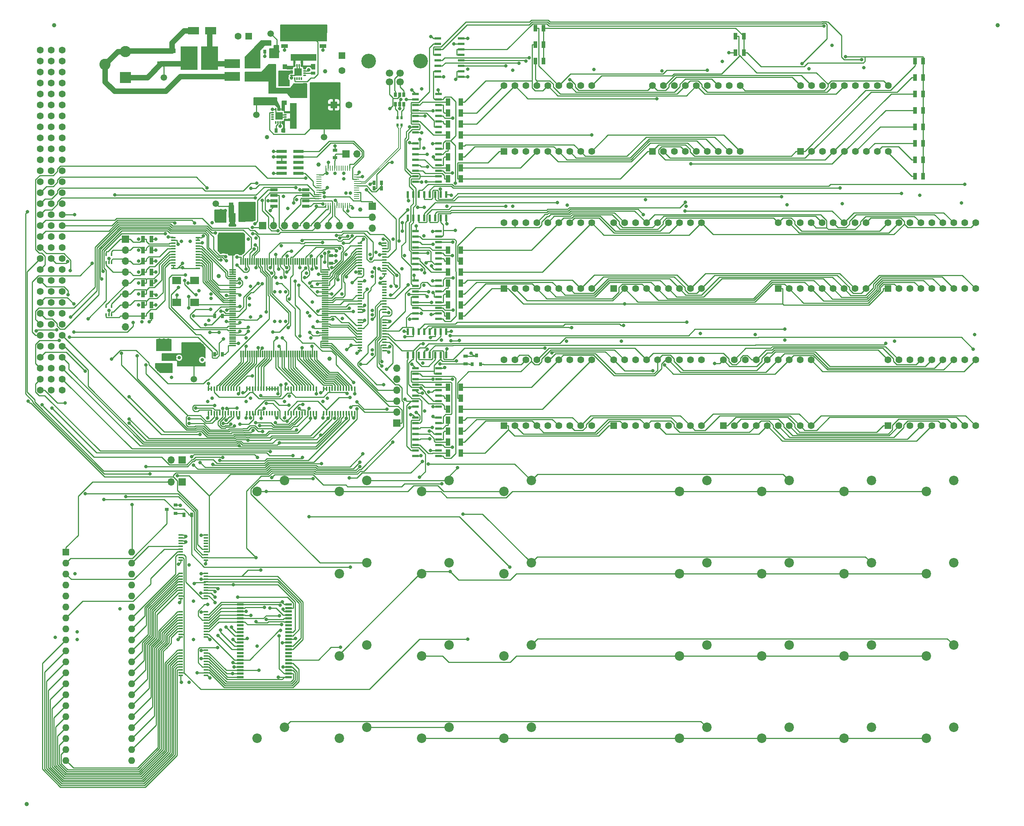
<source format=gtl>
G04 #@! TF.GenerationSoftware,KiCad,Pcbnew,5.0.0-rc2-dev-unknown-c6ef0d5~62~ubuntu17.10.1*
G04 #@! TF.CreationDate,2018-03-22T21:06:56-04:00*
G04 #@! TF.ProjectId,quokka,71756F6B6B612E6B696361645F706362,rev?*
G04 #@! TF.SameCoordinates,PX9936698PY214e9c8*
G04 #@! TF.FileFunction,Copper,L1,Top,Signal*
G04 #@! TF.FilePolarity,Positive*
%FSLAX46Y46*%
G04 Gerber Fmt 4.6, Leading zero omitted, Abs format (unit mm)*
G04 Created by KiCad (PCBNEW 5.0.0-rc2-dev-unknown-c6ef0d5~62~ubuntu17.10.1) date Thu Mar 22 21:06:56 2018*
%MOMM*%
%LPD*%
G01*
G04 APERTURE LIST*
%ADD10C,1.000000*%
%ADD11R,0.800000X0.900000*%
%ADD12O,1.700000X1.700000*%
%ADD13R,1.700000X1.700000*%
%ADD14C,1.600000*%
%ADD15R,0.650000X1.060000*%
%ADD16R,1.600000X1.600000*%
%ADD17C,1.500000*%
%ADD18R,1.000000X0.670000*%
%ADD19R,1.800000X1.070000*%
%ADD20R,1.070000X1.800000*%
%ADD21R,0.670000X1.000000*%
%ADD22R,1.500000X0.970000*%
%ADD23R,0.970000X1.500000*%
%ADD24R,2.500000X1.800000*%
%ADD25R,1.100000X1.100000*%
%ADD26R,0.400000X0.650000*%
%ADD27R,3.890000X5.500000*%
%ADD28R,2.600000X2.600000*%
%ADD29C,2.600000*%
%ADD30R,2.400000X0.740000*%
%ADD31C,1.700000*%
%ADD32C,3.400000*%
%ADD33R,3.660000X2.085000*%
%ADD34R,5.900000X1.600000*%
%ADD35R,1.600000X5.900000*%
%ADD36R,0.600000X0.650000*%
%ADD37R,0.900000X0.800000*%
%ADD38C,2.200000*%
%ADD39O,0.800000X0.300000*%
%ADD40O,0.300000X0.800000*%
%ADD41R,1.750000X1.750000*%
%ADD42R,3.800000X2.000000*%
%ADD43R,1.500000X2.000000*%
%ADD44R,2.000000X1.500000*%
%ADD45R,2.000000X3.800000*%
%ADD46R,0.300000X1.550000*%
%ADD47R,1.550000X0.300000*%
%ADD48R,1.300000X0.250000*%
%ADD49R,0.250000X1.300000*%
%ADD50R,1.100000X0.400000*%
%ADD51R,0.600000X1.500000*%
%ADD52R,1.500000X0.600000*%
%ADD53R,1.500000X0.500000*%
%ADD54R,1.000000X0.400000*%
%ADD55O,1.600000X1.600000*%
%ADD56R,0.400000X1.100000*%
%ADD57R,1.700000X0.650000*%
%ADD58R,2.000000X1.800000*%
%ADD59C,0.800000*%
%ADD60C,0.250000*%
%ADD61C,1.270000*%
%ADD62C,0.177800*%
%ADD63C,0.254000*%
G04 APERTURE END LIST*
D10*
X70993000Y-12573000D03*
X46405800Y-59969400D03*
X57531000Y-27813000D03*
X72009000Y-79121000D03*
X69469000Y-34163000D03*
X79121000Y-44577000D03*
X226695000Y-1905000D03*
X1905000Y-182245000D03*
X8255000Y-1905000D03*
D11*
X57064000Y-7985000D03*
X58964000Y-7985000D03*
X58014000Y-5985000D03*
D12*
X24765000Y-71755000D03*
X24765000Y-69215000D03*
X24765000Y-66675000D03*
X24765000Y-64135000D03*
X24765000Y-61595000D03*
X24765000Y-59055000D03*
X24765000Y-56515000D03*
X24765000Y-53975000D03*
D13*
X24765000Y-51435000D03*
D14*
X10160000Y-86360000D03*
X10160000Y-83820000D03*
X10160000Y-81280000D03*
X10160000Y-78740000D03*
X10160000Y-76200000D03*
X10160000Y-73660000D03*
X10160000Y-71120000D03*
X10160000Y-68580000D03*
X10160000Y-66040000D03*
X10160000Y-63500000D03*
X10160000Y-60960000D03*
X10160000Y-58420000D03*
X10160000Y-55880000D03*
X10160000Y-53340000D03*
X10160000Y-50800000D03*
X10160000Y-48260000D03*
X10160000Y-45720000D03*
X10160000Y-43180000D03*
X10160000Y-40640000D03*
X10160000Y-38100000D03*
X10160000Y-35560000D03*
X10160000Y-33020000D03*
X10160000Y-30480000D03*
X10160000Y-27940000D03*
X10160000Y-25400000D03*
X10160000Y-22860000D03*
X10160000Y-20320000D03*
X10160000Y-17780000D03*
X10160000Y-15240000D03*
X10160000Y-12700000D03*
X10160000Y-10160000D03*
X10160000Y-7620000D03*
X7620000Y-86360000D03*
X7620000Y-83820000D03*
X7620000Y-81280000D03*
X7620000Y-78740000D03*
X7620000Y-76200000D03*
X7620000Y-73660000D03*
X7620000Y-71120000D03*
X7620000Y-68580000D03*
X7620000Y-66040000D03*
X7620000Y-63500000D03*
X7620000Y-60960000D03*
X7620000Y-58420000D03*
X7620000Y-55880000D03*
X7620000Y-53340000D03*
X7620000Y-50800000D03*
X7620000Y-48260000D03*
X7620000Y-45720000D03*
X7620000Y-43180000D03*
X7620000Y-40640000D03*
X7620000Y-38100000D03*
X7620000Y-35560000D03*
X7620000Y-33020000D03*
X7620000Y-30480000D03*
X7620000Y-27940000D03*
X7620000Y-25400000D03*
X7620000Y-22860000D03*
X7620000Y-20320000D03*
X7620000Y-17780000D03*
X7620000Y-15240000D03*
X7620000Y-12700000D03*
X7620000Y-10160000D03*
X7620000Y-7620000D03*
X5080000Y-86360000D03*
X5080000Y-83820000D03*
X5080000Y-81280000D03*
X5080000Y-78740000D03*
X5080000Y-76200000D03*
X5080000Y-73660000D03*
X5080000Y-71120000D03*
X5080000Y-68580000D03*
X5080000Y-66040000D03*
X5080000Y-63500000D03*
X5080000Y-60960000D03*
X5080000Y-58420000D03*
X5080000Y-55880000D03*
X5080000Y-53340000D03*
X5080000Y-50800000D03*
X5080000Y-48260000D03*
X5080000Y-45720000D03*
X5080000Y-43180000D03*
X5080000Y-40640000D03*
X5080000Y-38100000D03*
X5080000Y-35560000D03*
X5080000Y-33020000D03*
X5080000Y-30480000D03*
X5080000Y-27940000D03*
X5080000Y-25400000D03*
X5080000Y-22860000D03*
X5080000Y-20320000D03*
X5080000Y-17780000D03*
X5080000Y-15240000D03*
X5080000Y-12700000D03*
X5080000Y-10160000D03*
X5080000Y-7620000D03*
D15*
X87315000Y-20150000D03*
X88265000Y-20150000D03*
X89215000Y-20150000D03*
X89215000Y-17950000D03*
X87315000Y-17950000D03*
X88265000Y-17950000D03*
D14*
X132715000Y-31115000D03*
X132715000Y-15875000D03*
X130175000Y-31115000D03*
X130175000Y-15875000D03*
X127635000Y-31115000D03*
X127635000Y-15875000D03*
X125095000Y-31115000D03*
X125095000Y-15875000D03*
X122555000Y-31115000D03*
X122555000Y-15875000D03*
X120015000Y-31115000D03*
X120015000Y-15875000D03*
X117475000Y-31115000D03*
X117475000Y-15875000D03*
X114935000Y-31115000D03*
X114935000Y-15875000D03*
D16*
X112395000Y-31115000D03*
D14*
X112395000Y-15875000D03*
D17*
X58420000Y-3810000D03*
X70739000Y-27813000D03*
X45720000Y-43180000D03*
X40640000Y-83820000D03*
X33655000Y-13970000D03*
X55118000Y-22606000D03*
D18*
X68199000Y-11190000D03*
X68199000Y-12940000D03*
D19*
X35560000Y-7785000D03*
X35560000Y-10795000D03*
X33020000Y-7785000D03*
X33020000Y-10795000D03*
D16*
X53340000Y-4445000D03*
D14*
X50840000Y-4445000D03*
D20*
X61830000Y-13970000D03*
X58820000Y-13970000D03*
D21*
X59704000Y-26289000D03*
X61454000Y-26289000D03*
D22*
X70485000Y-4760000D03*
X70485000Y-6670000D03*
X61595000Y-6670000D03*
X61595000Y-4760000D03*
D14*
X74930000Y-12390000D03*
D16*
X74930000Y-8890000D03*
D19*
X59055000Y-19920000D03*
X59055000Y-16910000D03*
D23*
X66355000Y-16002000D03*
X68265000Y-16002000D03*
X68265000Y-17907000D03*
X66355000Y-17907000D03*
D16*
X73025000Y-20320000D03*
D14*
X76525000Y-20320000D03*
D24*
X44545000Y-3175000D03*
X40545000Y-3175000D03*
D25*
X61725000Y-11430000D03*
X58925000Y-11430000D03*
X61595000Y-17015000D03*
X61595000Y-19815000D03*
D26*
X20305000Y-54930000D03*
X21605000Y-54930000D03*
X20955000Y-56830000D03*
X21605000Y-56830000D03*
X20305000Y-56830000D03*
X20305000Y-68895000D03*
X21605000Y-68895000D03*
X20955000Y-68895000D03*
X21605000Y-66995000D03*
X20305000Y-66995000D03*
D23*
X30800000Y-51435000D03*
X28890000Y-51435000D03*
X30800000Y-53975000D03*
X28890000Y-53975000D03*
X28890000Y-56515000D03*
X30800000Y-56515000D03*
X30800000Y-59055000D03*
X28890000Y-59055000D03*
X28890000Y-61595000D03*
X30800000Y-61595000D03*
X30800000Y-64135000D03*
X28890000Y-64135000D03*
X28890000Y-66675000D03*
X30800000Y-66675000D03*
X28890000Y-69215000D03*
X30800000Y-69215000D03*
D14*
X158115000Y-62865000D03*
X158115000Y-47625000D03*
X155575000Y-62865000D03*
X155575000Y-47625000D03*
X153035000Y-62865000D03*
X153035000Y-47625000D03*
X150495000Y-62865000D03*
X150495000Y-47625000D03*
X147955000Y-62865000D03*
X147955000Y-47625000D03*
X145415000Y-62865000D03*
X145415000Y-47625000D03*
X142875000Y-62865000D03*
X142875000Y-47625000D03*
X140335000Y-62865000D03*
X140335000Y-47625000D03*
D16*
X137795000Y-62865000D03*
D14*
X137795000Y-47625000D03*
X112395000Y-47625000D03*
D16*
X112395000Y-62865000D03*
D14*
X114935000Y-47625000D03*
X114935000Y-62865000D03*
X117475000Y-47625000D03*
X117475000Y-62865000D03*
X120015000Y-47625000D03*
X120015000Y-62865000D03*
X122555000Y-47625000D03*
X122555000Y-62865000D03*
X125095000Y-47625000D03*
X125095000Y-62865000D03*
X127635000Y-47625000D03*
X127635000Y-62865000D03*
X130175000Y-47625000D03*
X130175000Y-62865000D03*
X132715000Y-47625000D03*
X132715000Y-62865000D03*
X196215000Y-62865000D03*
X196215000Y-47625000D03*
X193675000Y-62865000D03*
X193675000Y-47625000D03*
X191135000Y-62865000D03*
X191135000Y-47625000D03*
X188595000Y-62865000D03*
X188595000Y-47625000D03*
X186055000Y-62865000D03*
X186055000Y-47625000D03*
X183515000Y-62865000D03*
X183515000Y-47625000D03*
X180975000Y-62865000D03*
X180975000Y-47625000D03*
X178435000Y-62865000D03*
X178435000Y-47625000D03*
D16*
X175895000Y-62865000D03*
D14*
X175895000Y-47625000D03*
X201295000Y-47625000D03*
D16*
X201295000Y-62865000D03*
D14*
X203835000Y-47625000D03*
X203835000Y-62865000D03*
X206375000Y-47625000D03*
X206375000Y-62865000D03*
X208915000Y-47625000D03*
X208915000Y-62865000D03*
X211455000Y-47625000D03*
X211455000Y-62865000D03*
X213995000Y-47625000D03*
X213995000Y-62865000D03*
X216535000Y-47625000D03*
X216535000Y-62865000D03*
X219075000Y-47625000D03*
X219075000Y-62865000D03*
X221615000Y-47625000D03*
X221615000Y-62865000D03*
X221615000Y-94615000D03*
X221615000Y-79375000D03*
X219075000Y-94615000D03*
X219075000Y-79375000D03*
X216535000Y-94615000D03*
X216535000Y-79375000D03*
X213995000Y-94615000D03*
X213995000Y-79375000D03*
X211455000Y-94615000D03*
X211455000Y-79375000D03*
X208915000Y-94615000D03*
X208915000Y-79375000D03*
X206375000Y-94615000D03*
X206375000Y-79375000D03*
X203835000Y-94615000D03*
X203835000Y-79375000D03*
D16*
X201295000Y-94615000D03*
D14*
X201295000Y-79375000D03*
X163195000Y-79375000D03*
D16*
X163195000Y-94615000D03*
D14*
X165735000Y-79375000D03*
X165735000Y-94615000D03*
X168275000Y-79375000D03*
X168275000Y-94615000D03*
X170815000Y-79375000D03*
X170815000Y-94615000D03*
X173355000Y-79375000D03*
X173355000Y-94615000D03*
X175895000Y-79375000D03*
X175895000Y-94615000D03*
X178435000Y-79375000D03*
X178435000Y-94615000D03*
X180975000Y-79375000D03*
X180975000Y-94615000D03*
X183515000Y-79375000D03*
X183515000Y-94615000D03*
X132715000Y-94615000D03*
X132715000Y-79375000D03*
X130175000Y-94615000D03*
X130175000Y-79375000D03*
X127635000Y-94615000D03*
X127635000Y-79375000D03*
X125095000Y-94615000D03*
X125095000Y-79375000D03*
X122555000Y-94615000D03*
X122555000Y-79375000D03*
X120015000Y-94615000D03*
X120015000Y-79375000D03*
X117475000Y-94615000D03*
X117475000Y-79375000D03*
X114935000Y-94615000D03*
X114935000Y-79375000D03*
D16*
X112395000Y-94615000D03*
D14*
X112395000Y-79375000D03*
X137795000Y-79375000D03*
D16*
X137795000Y-94615000D03*
D14*
X140335000Y-79375000D03*
X140335000Y-94615000D03*
X142875000Y-79375000D03*
X142875000Y-94615000D03*
X145415000Y-79375000D03*
X145415000Y-94615000D03*
X147955000Y-79375000D03*
X147955000Y-94615000D03*
X150495000Y-79375000D03*
X150495000Y-94615000D03*
X153035000Y-79375000D03*
X153035000Y-94615000D03*
X155575000Y-79375000D03*
X155575000Y-94615000D03*
X158115000Y-79375000D03*
X158115000Y-94615000D03*
D23*
X207569000Y-10160000D03*
X209479000Y-10160000D03*
X209479000Y-13970000D03*
X207569000Y-13970000D03*
X207569000Y-17780000D03*
X209479000Y-17780000D03*
X209479000Y-21590000D03*
X207569000Y-21590000D03*
X207569000Y-25400000D03*
X209479000Y-25400000D03*
X209479000Y-29210000D03*
X207569000Y-29210000D03*
X207569000Y-33020000D03*
X209479000Y-33020000D03*
X209479000Y-36830000D03*
X207569000Y-36830000D03*
X166050000Y-4445000D03*
X167960000Y-4445000D03*
X167960000Y-8255000D03*
X166050000Y-8255000D03*
X119695000Y-2540000D03*
X121605000Y-2540000D03*
X119695000Y-6350000D03*
X121605000Y-6350000D03*
X121605000Y-10160000D03*
X119695000Y-10160000D03*
D14*
X146812000Y-15875000D03*
D16*
X146812000Y-31115000D03*
D14*
X149352000Y-15875000D03*
X149352000Y-31115000D03*
X151892000Y-15875000D03*
X151892000Y-31115000D03*
X154432000Y-15875000D03*
X154432000Y-31115000D03*
X156972000Y-15875000D03*
X156972000Y-31115000D03*
X159512000Y-15875000D03*
X159512000Y-31115000D03*
X162052000Y-15875000D03*
X162052000Y-31115000D03*
X164592000Y-15875000D03*
X164592000Y-31115000D03*
X167132000Y-15875000D03*
X167132000Y-31115000D03*
X181102000Y-15875000D03*
D16*
X181102000Y-31115000D03*
D14*
X183642000Y-15875000D03*
X183642000Y-31115000D03*
X186182000Y-15875000D03*
X186182000Y-31115000D03*
X188722000Y-15875000D03*
X188722000Y-31115000D03*
X191262000Y-15875000D03*
X191262000Y-31115000D03*
X193802000Y-15875000D03*
X193802000Y-31115000D03*
X196342000Y-15875000D03*
X196342000Y-31115000D03*
X198882000Y-15875000D03*
X198882000Y-31115000D03*
X201422000Y-15875000D03*
X201422000Y-31115000D03*
D27*
X44305000Y-9525000D03*
X39515000Y-9525000D03*
D28*
X24765000Y-13970000D03*
D29*
X24765000Y-7970000D03*
X20065000Y-10970000D03*
D30*
X60915000Y-31115000D03*
X64815000Y-31115000D03*
X60915000Y-32385000D03*
X64815000Y-32385000D03*
X60915000Y-33655000D03*
X64815000Y-33655000D03*
X60915000Y-34925000D03*
X64815000Y-34925000D03*
X60915000Y-36195000D03*
X64815000Y-36195000D03*
D13*
X75870000Y-31673800D03*
D12*
X78410000Y-31673800D03*
D13*
X56515000Y-48260000D03*
D12*
X59055000Y-48260000D03*
X61595000Y-48260000D03*
X64135000Y-48260000D03*
X66675000Y-48260000D03*
X69215000Y-48260000D03*
X71755000Y-48260000D03*
X74295000Y-48260000D03*
X76835000Y-48260000D03*
D13*
X81915000Y-43815000D03*
D12*
X81915000Y-46355000D03*
X81915000Y-48895000D03*
D31*
X88392000Y-14986000D03*
X85892000Y-14986000D03*
X88392000Y-12986000D03*
X85892000Y-12986000D03*
D32*
X93102000Y-10216000D03*
X81062000Y-10216000D03*
D13*
X87630000Y-93980000D03*
D12*
X87630000Y-91440000D03*
X87630000Y-88900000D03*
X87630000Y-86360000D03*
X87630000Y-83820000D03*
X87630000Y-81280000D03*
D13*
X37946000Y-102523000D03*
D12*
X35406000Y-102523000D03*
X35406000Y-107603000D03*
D13*
X37946000Y-107603000D03*
D33*
X49530000Y-10795000D03*
X54230000Y-10795000D03*
X49530000Y-13695000D03*
X54230000Y-13695000D03*
D34*
X66040000Y-4635000D03*
X66040000Y-9335000D03*
D35*
X63690000Y-22860000D03*
X68390000Y-22860000D03*
D36*
X88745000Y-24980000D03*
X88740000Y-23280000D03*
X87785000Y-24980000D03*
X87785000Y-23280000D03*
D11*
X106045000Y-78375000D03*
X106995000Y-80375000D03*
X105095000Y-80375000D03*
D37*
X36406000Y-114903000D03*
X36406000Y-113003000D03*
X34406000Y-113953000D03*
D20*
X49295000Y-43815000D03*
X52305000Y-43815000D03*
D18*
X73330000Y-32548800D03*
X73330000Y-30798800D03*
D21*
X84085000Y-39624000D03*
X82335000Y-39624000D03*
X84085000Y-38354000D03*
X82335000Y-38354000D03*
D20*
X99460000Y-69215000D03*
X102470000Y-69215000D03*
X99460000Y-66675000D03*
X102470000Y-66675000D03*
X102470000Y-64135000D03*
X99460000Y-64135000D03*
X99460000Y-61595000D03*
X102470000Y-61595000D03*
X99460000Y-59055000D03*
X102470000Y-59055000D03*
X99460000Y-53975000D03*
X102470000Y-53975000D03*
X102470000Y-56515000D03*
X99460000Y-56515000D03*
D18*
X103505000Y-80250000D03*
X103505000Y-78500000D03*
D20*
X102470000Y-100965000D03*
X99460000Y-100965000D03*
X102470000Y-98425000D03*
X99460000Y-98425000D03*
X99460000Y-95885000D03*
X102470000Y-95885000D03*
X102470000Y-93345000D03*
X99460000Y-93345000D03*
X102470000Y-90805000D03*
X99460000Y-90805000D03*
X99460000Y-85725000D03*
X102470000Y-85725000D03*
X102470000Y-88265000D03*
X99460000Y-88265000D03*
X102470000Y-37465000D03*
X99460000Y-37465000D03*
X102470000Y-34925000D03*
X99460000Y-34925000D03*
X102470000Y-32385000D03*
X99460000Y-32385000D03*
X102470000Y-29845000D03*
X99460000Y-29845000D03*
X102470000Y-27305000D03*
X99460000Y-27305000D03*
X102470000Y-19685000D03*
X99460000Y-19685000D03*
X99460000Y-24765000D03*
X102470000Y-24765000D03*
X102470000Y-22225000D03*
X99460000Y-22225000D03*
D21*
X38341000Y-115223000D03*
X40091000Y-115223000D03*
X47230000Y-69215000D03*
X45480000Y-69215000D03*
X47230000Y-78105000D03*
X45480000Y-78105000D03*
D18*
X72390000Y-56995000D03*
X72390000Y-55245000D03*
D38*
X55245000Y-109855000D03*
X61595000Y-107315000D03*
X80645000Y-107315000D03*
X74295000Y-109855000D03*
X55245000Y-167005000D03*
X61595000Y-164465000D03*
X118745000Y-107315000D03*
X112395000Y-109855000D03*
X112395000Y-128905000D03*
X118745000Y-126365000D03*
X118745000Y-145415000D03*
X112395000Y-147955000D03*
X74295000Y-128905000D03*
X80645000Y-126365000D03*
X99695000Y-107315000D03*
X93345000Y-109855000D03*
X153035000Y-109855000D03*
X159385000Y-107315000D03*
X178435000Y-107315000D03*
X172085000Y-109855000D03*
X191135000Y-109855000D03*
X197485000Y-107315000D03*
X216535000Y-107315000D03*
X210185000Y-109855000D03*
X74295000Y-147955000D03*
X80645000Y-145415000D03*
X99695000Y-126365000D03*
X93345000Y-128905000D03*
X153035000Y-128905000D03*
X159385000Y-126365000D03*
X178435000Y-126365000D03*
X172085000Y-128905000D03*
X197485000Y-126365000D03*
X191135000Y-128905000D03*
X210185000Y-128905000D03*
X216535000Y-126365000D03*
X80645000Y-164465000D03*
X74295000Y-167005000D03*
X93345000Y-147955000D03*
X99695000Y-145415000D03*
X159385000Y-145415000D03*
X153035000Y-147955000D03*
X172085000Y-147955000D03*
X178435000Y-145415000D03*
X197485000Y-145415000D03*
X191135000Y-147955000D03*
X210185000Y-147955000D03*
X216535000Y-145415000D03*
X99695000Y-164465000D03*
X93345000Y-167005000D03*
X112395000Y-167005000D03*
X118745000Y-164465000D03*
X159385000Y-164465000D03*
X153035000Y-167005000D03*
X172085000Y-167005000D03*
X178435000Y-164465000D03*
X197485000Y-164465000D03*
X191135000Y-167005000D03*
X210185000Y-167005000D03*
X216535000Y-164465000D03*
D39*
X63270000Y-11950000D03*
X63270000Y-12450000D03*
X63270000Y-12950000D03*
X63270000Y-13450000D03*
D40*
X64020000Y-14200000D03*
X64520000Y-14200000D03*
X65020000Y-14200000D03*
X65520000Y-14200000D03*
D39*
X66270000Y-13450000D03*
X66270000Y-12950000D03*
X66270000Y-12450000D03*
X66270000Y-11950000D03*
D40*
X65520000Y-11200000D03*
X65020000Y-11200000D03*
X64520000Y-11200000D03*
X64020000Y-11200000D03*
D41*
X64770000Y-12700000D03*
X60325000Y-22860000D03*
D39*
X61825000Y-22110000D03*
X61825000Y-22610000D03*
X61825000Y-23110000D03*
X61825000Y-23610000D03*
D40*
X61075000Y-24360000D03*
X60575000Y-24360000D03*
X60075000Y-24360000D03*
X59575000Y-24360000D03*
D39*
X58825000Y-23610000D03*
X58825000Y-23110000D03*
X58825000Y-22610000D03*
X58825000Y-22110000D03*
D40*
X59575000Y-21360000D03*
X60075000Y-21360000D03*
X60575000Y-21360000D03*
X61075000Y-21360000D03*
D42*
X49530000Y-52680000D03*
D43*
X49530000Y-46380000D03*
X47230000Y-46380000D03*
X51830000Y-46380000D03*
D44*
X34315000Y-76440000D03*
X34315000Y-81040000D03*
X34315000Y-78740000D03*
D45*
X40615000Y-78740000D03*
D46*
X69075000Y-56610000D03*
X68575000Y-56610000D03*
X68075000Y-56610000D03*
X67575000Y-56610000D03*
X67075000Y-56610000D03*
X66575000Y-56610000D03*
X66075000Y-56610000D03*
X65575000Y-56610000D03*
X65075000Y-56610000D03*
X64575000Y-56610000D03*
X64075000Y-56610000D03*
X63575000Y-56610000D03*
X63075000Y-56610000D03*
X62575000Y-56610000D03*
X62075000Y-56610000D03*
X61575000Y-56610000D03*
X61075000Y-56610000D03*
X60575000Y-56610000D03*
X60075000Y-56610000D03*
X59575000Y-56610000D03*
X59075000Y-56610000D03*
X58575000Y-56610000D03*
X58075000Y-56610000D03*
X57575000Y-56610000D03*
X57075000Y-56610000D03*
X56575000Y-56610000D03*
X56075000Y-56610000D03*
X55575000Y-56610000D03*
X55075000Y-56610000D03*
X54575000Y-56610000D03*
X54075000Y-56610000D03*
X53575000Y-56610000D03*
X53075000Y-56610000D03*
X52575000Y-56610000D03*
X52075000Y-56610000D03*
X51575000Y-56610000D03*
D47*
X49625000Y-58560000D03*
X49625000Y-59060000D03*
X49625000Y-59560000D03*
X49625000Y-60060000D03*
X49625000Y-60560000D03*
X49625000Y-61060000D03*
X49625000Y-61560000D03*
X49625000Y-62060000D03*
X49625000Y-62560000D03*
X49625000Y-63060000D03*
X49625000Y-63560000D03*
X49625000Y-64060000D03*
X49625000Y-64560000D03*
X49625000Y-65060000D03*
X49625000Y-65560000D03*
X49625000Y-66060000D03*
X49625000Y-66560000D03*
X49625000Y-67060000D03*
X49625000Y-67560000D03*
X49625000Y-68060000D03*
X49625000Y-68560000D03*
X49625000Y-69060000D03*
X49625000Y-69560000D03*
X49625000Y-70060000D03*
X49625000Y-70560000D03*
X49625000Y-71060000D03*
X49625000Y-71560000D03*
X49625000Y-72060000D03*
X49625000Y-72560000D03*
X49625000Y-73060000D03*
X49625000Y-73560000D03*
X49625000Y-74060000D03*
X49625000Y-74560000D03*
X49625000Y-75060000D03*
X49625000Y-75560000D03*
X49625000Y-76060000D03*
D46*
X51575000Y-78010000D03*
X52075000Y-78010000D03*
X52575000Y-78010000D03*
X53075000Y-78010000D03*
X53575000Y-78010000D03*
X54075000Y-78010000D03*
X54575000Y-78010000D03*
X55075000Y-78010000D03*
X55575000Y-78010000D03*
X56075000Y-78010000D03*
X56575000Y-78010000D03*
X57075000Y-78010000D03*
X57575000Y-78010000D03*
X58075000Y-78010000D03*
X58575000Y-78010000D03*
X59075000Y-78010000D03*
X59575000Y-78010000D03*
X60075000Y-78010000D03*
X60575000Y-78010000D03*
X61075000Y-78010000D03*
X61575000Y-78010000D03*
X62075000Y-78010000D03*
X62575000Y-78010000D03*
X63075000Y-78010000D03*
X63575000Y-78010000D03*
X64075000Y-78010000D03*
X64575000Y-78010000D03*
X65075000Y-78010000D03*
X65575000Y-78010000D03*
X66075000Y-78010000D03*
X66575000Y-78010000D03*
X67075000Y-78010000D03*
X67575000Y-78010000D03*
X68075000Y-78010000D03*
X68575000Y-78010000D03*
X69075000Y-78010000D03*
D47*
X71025000Y-76060000D03*
X71025000Y-75560000D03*
X71025000Y-75060000D03*
X71025000Y-74560000D03*
X71025000Y-74060000D03*
X71025000Y-73560000D03*
X71025000Y-73060000D03*
X71025000Y-72560000D03*
X71025000Y-72060000D03*
X71025000Y-71560000D03*
X71025000Y-71060000D03*
X71025000Y-70560000D03*
X71025000Y-70060000D03*
X71025000Y-69560000D03*
X71025000Y-69060000D03*
X71025000Y-68560000D03*
X71025000Y-68060000D03*
X71025000Y-67560000D03*
X71025000Y-67060000D03*
X71025000Y-66560000D03*
X71025000Y-66060000D03*
X71025000Y-65560000D03*
X71025000Y-65060000D03*
X71025000Y-64560000D03*
X71025000Y-64060000D03*
X71025000Y-63560000D03*
X71025000Y-63060000D03*
X71025000Y-62560000D03*
X71025000Y-62060000D03*
X71025000Y-61560000D03*
X71025000Y-61060000D03*
X71025000Y-60560000D03*
X71025000Y-60060000D03*
X71025000Y-59560000D03*
X71025000Y-59060000D03*
X71025000Y-58560000D03*
D48*
X69615000Y-36543800D03*
X69615000Y-37043800D03*
X69615000Y-37543800D03*
X69615000Y-38043800D03*
X69615000Y-38543800D03*
X69615000Y-39043800D03*
X69615000Y-39543800D03*
X69615000Y-40043800D03*
X69615000Y-40543800D03*
X69615000Y-41043800D03*
X69615000Y-41543800D03*
X69615000Y-42043800D03*
D49*
X71215000Y-43643800D03*
X71715000Y-43643800D03*
X72215000Y-43643800D03*
X72715000Y-43643800D03*
X73215000Y-43643800D03*
X73715000Y-43643800D03*
X74215000Y-43643800D03*
X74715000Y-43643800D03*
X75215000Y-43643800D03*
X75715000Y-43643800D03*
X76215000Y-43643800D03*
X76715000Y-43643800D03*
D48*
X78315000Y-42043800D03*
X78315000Y-41543800D03*
X78315000Y-41043800D03*
X78315000Y-40543800D03*
X78315000Y-40043800D03*
X78315000Y-39543800D03*
X78315000Y-39043800D03*
X78315000Y-38543800D03*
X78315000Y-38043800D03*
X78315000Y-37543800D03*
X78315000Y-37043800D03*
X78315000Y-36543800D03*
D49*
X76715000Y-34943800D03*
X76215000Y-34943800D03*
X75715000Y-34943800D03*
X75215000Y-34943800D03*
X74715000Y-34943800D03*
X74215000Y-34943800D03*
X73715000Y-34943800D03*
X73215000Y-34943800D03*
X72715000Y-34943800D03*
X72215000Y-34943800D03*
X71715000Y-34943800D03*
X71215000Y-34943800D03*
D50*
X41585000Y-51035000D03*
X41585000Y-51685000D03*
X41585000Y-52335000D03*
X41585000Y-52985000D03*
X41585000Y-53635000D03*
X41585000Y-54285000D03*
X41585000Y-54935000D03*
X41585000Y-55585000D03*
X41585000Y-56235000D03*
X41585000Y-56885000D03*
X41585000Y-57535000D03*
X41585000Y-58185000D03*
X35885000Y-58185000D03*
X35885000Y-57535000D03*
X35885000Y-56885000D03*
X35885000Y-56235000D03*
X35885000Y-55585000D03*
X35885000Y-54935000D03*
X35885000Y-54285000D03*
X35885000Y-53635000D03*
X35885000Y-52985000D03*
X35885000Y-52335000D03*
X35885000Y-51685000D03*
X35885000Y-51035000D03*
D51*
X99060000Y-41115000D03*
X97790000Y-41115000D03*
X96520000Y-41115000D03*
X95250000Y-41115000D03*
X93980000Y-41115000D03*
X92710000Y-41115000D03*
X91440000Y-41115000D03*
X90170000Y-41115000D03*
X90170000Y-46515000D03*
X91440000Y-46515000D03*
X92710000Y-46515000D03*
X93980000Y-46515000D03*
X95250000Y-46515000D03*
X96520000Y-46515000D03*
X97790000Y-46515000D03*
X99060000Y-46515000D03*
D52*
X91915000Y-60960000D03*
X91915000Y-62230000D03*
X91915000Y-63500000D03*
X91915000Y-64770000D03*
X91915000Y-66040000D03*
X91915000Y-67310000D03*
X91915000Y-68580000D03*
X91915000Y-69850000D03*
X97315000Y-69850000D03*
X97315000Y-68580000D03*
X97315000Y-67310000D03*
X97315000Y-66040000D03*
X97315000Y-64770000D03*
X97315000Y-63500000D03*
X97315000Y-62230000D03*
X97315000Y-60960000D03*
X97315000Y-49530000D03*
X97315000Y-50800000D03*
X97315000Y-52070000D03*
X97315000Y-53340000D03*
X97315000Y-54610000D03*
X97315000Y-55880000D03*
X97315000Y-57150000D03*
X97315000Y-58420000D03*
X91915000Y-58420000D03*
X91915000Y-57150000D03*
X91915000Y-55880000D03*
X91915000Y-54610000D03*
X91915000Y-53340000D03*
X91915000Y-52070000D03*
X91915000Y-50800000D03*
X91915000Y-49530000D03*
D51*
X99060000Y-72865000D03*
X97790000Y-72865000D03*
X96520000Y-72865000D03*
X95250000Y-72865000D03*
X93980000Y-72865000D03*
X92710000Y-72865000D03*
X91440000Y-72865000D03*
X90170000Y-72865000D03*
X90170000Y-78265000D03*
X91440000Y-78265000D03*
X92710000Y-78265000D03*
X93980000Y-78265000D03*
X95250000Y-78265000D03*
X96520000Y-78265000D03*
X97790000Y-78265000D03*
X99060000Y-78265000D03*
D52*
X91915000Y-92710000D03*
X91915000Y-93980000D03*
X91915000Y-95250000D03*
X91915000Y-96520000D03*
X91915000Y-97790000D03*
X91915000Y-99060000D03*
X91915000Y-100330000D03*
X91915000Y-101600000D03*
X97315000Y-101600000D03*
X97315000Y-100330000D03*
X97315000Y-99060000D03*
X97315000Y-97790000D03*
X97315000Y-96520000D03*
X97315000Y-95250000D03*
X97315000Y-93980000D03*
X97315000Y-92710000D03*
X97315000Y-81280000D03*
X97315000Y-82550000D03*
X97315000Y-83820000D03*
X97315000Y-85090000D03*
X97315000Y-86360000D03*
X97315000Y-87630000D03*
X97315000Y-88900000D03*
X97315000Y-90170000D03*
X91915000Y-90170000D03*
X91915000Y-88900000D03*
X91915000Y-87630000D03*
X91915000Y-86360000D03*
X91915000Y-85090000D03*
X91915000Y-83820000D03*
X91915000Y-82550000D03*
X91915000Y-81280000D03*
X97122000Y-13843000D03*
X97122000Y-12573000D03*
X97122000Y-11303000D03*
X97122000Y-10033000D03*
X97122000Y-8763000D03*
X97122000Y-7493000D03*
X97122000Y-6223000D03*
X97122000Y-4953000D03*
X102522000Y-4953000D03*
X102522000Y-6223000D03*
X102522000Y-7493000D03*
X102522000Y-8763000D03*
X102522000Y-10033000D03*
X102522000Y-11303000D03*
X102522000Y-12573000D03*
X102522000Y-13843000D03*
X97315000Y-29210000D03*
X97315000Y-30480000D03*
X97315000Y-31750000D03*
X97315000Y-33020000D03*
X97315000Y-34290000D03*
X97315000Y-35560000D03*
X97315000Y-36830000D03*
X97315000Y-38100000D03*
X91915000Y-38100000D03*
X91915000Y-36830000D03*
X91915000Y-35560000D03*
X91915000Y-34290000D03*
X91915000Y-33020000D03*
X91915000Y-31750000D03*
X91915000Y-30480000D03*
X91915000Y-29210000D03*
X97315000Y-17780000D03*
X97315000Y-19050000D03*
X97315000Y-20320000D03*
X97315000Y-21590000D03*
X97315000Y-22860000D03*
X97315000Y-24130000D03*
X97315000Y-25400000D03*
X97315000Y-26670000D03*
X91915000Y-26670000D03*
X91915000Y-25400000D03*
X91915000Y-24130000D03*
X91915000Y-22860000D03*
X91915000Y-21590000D03*
X91915000Y-20320000D03*
X91915000Y-19050000D03*
X91915000Y-17780000D03*
D53*
X51396000Y-152833000D03*
X62596000Y-152833000D03*
X51396000Y-152033000D03*
X62596000Y-152033000D03*
X51396000Y-151233000D03*
X62596000Y-151233000D03*
X51396000Y-150433000D03*
X62596000Y-150433000D03*
X51396000Y-149633000D03*
X62596000Y-149633000D03*
X51396000Y-148833000D03*
X62596000Y-148833000D03*
X51396000Y-148033000D03*
X62596000Y-148033000D03*
X51396000Y-147233000D03*
X62596000Y-147233000D03*
X51396000Y-146433000D03*
X62596000Y-146433000D03*
X51396000Y-145633000D03*
X62596000Y-145633000D03*
X51396000Y-144833000D03*
X62596000Y-144833000D03*
X51396000Y-144033000D03*
X62596000Y-144033000D03*
X51396000Y-143233000D03*
X62596000Y-143233000D03*
X51396000Y-142433000D03*
X62596000Y-142433000D03*
X51396000Y-141633000D03*
X62596000Y-141633000D03*
X51396000Y-140833000D03*
X62596000Y-140833000D03*
X51396000Y-140033000D03*
X62596000Y-140033000D03*
X51396000Y-139233000D03*
X62596000Y-139233000D03*
X51396000Y-138433000D03*
X62596000Y-138433000D03*
X51396000Y-137633000D03*
X62596000Y-137633000D03*
X51396000Y-136833000D03*
X62596000Y-136833000D03*
X51396000Y-136033000D03*
X62596000Y-136033000D03*
D54*
X43386000Y-125768000D03*
X43386000Y-125118000D03*
X43386000Y-124468000D03*
X43386000Y-123818000D03*
X43386000Y-123168000D03*
X43386000Y-122518000D03*
X43386000Y-121868000D03*
X43386000Y-121218000D03*
X43386000Y-120568000D03*
X43386000Y-119918000D03*
X37586000Y-119918000D03*
X37586000Y-120568000D03*
X37586000Y-121218000D03*
X37586000Y-121868000D03*
X37586000Y-122518000D03*
X37586000Y-123168000D03*
X37586000Y-123818000D03*
X37586000Y-124468000D03*
X37586000Y-125118000D03*
X37586000Y-125768000D03*
D16*
X11022000Y-123859000D03*
D55*
X26262000Y-172119000D03*
X11022000Y-126399000D03*
X26262000Y-169579000D03*
X11022000Y-128939000D03*
X26262000Y-167039000D03*
X11022000Y-131479000D03*
X26262000Y-164499000D03*
X11022000Y-134019000D03*
X26262000Y-161959000D03*
X11022000Y-136559000D03*
X26262000Y-159419000D03*
X11022000Y-139099000D03*
X26262000Y-156879000D03*
X11022000Y-141639000D03*
X26262000Y-154339000D03*
X11022000Y-144179000D03*
X26262000Y-151799000D03*
X11022000Y-146719000D03*
X26262000Y-149259000D03*
X11022000Y-149259000D03*
X26262000Y-146719000D03*
X11022000Y-151799000D03*
X26262000Y-144179000D03*
X11022000Y-154339000D03*
X26262000Y-141639000D03*
X11022000Y-156879000D03*
X26262000Y-139099000D03*
X11022000Y-159419000D03*
X26262000Y-136559000D03*
X11022000Y-161959000D03*
X26262000Y-134019000D03*
X11022000Y-164499000D03*
X26262000Y-131479000D03*
X11022000Y-167039000D03*
X26262000Y-128939000D03*
X11022000Y-169579000D03*
X26262000Y-126399000D03*
X11022000Y-172119000D03*
X26262000Y-123859000D03*
D54*
X37586000Y-152438000D03*
X37586000Y-151788000D03*
X37586000Y-151138000D03*
X37586000Y-150488000D03*
X37586000Y-149838000D03*
X37586000Y-149188000D03*
X37586000Y-148538000D03*
X37586000Y-147888000D03*
X37586000Y-147238000D03*
X37586000Y-146588000D03*
X43386000Y-146588000D03*
X43386000Y-147238000D03*
X43386000Y-147888000D03*
X43386000Y-148538000D03*
X43386000Y-149188000D03*
X43386000Y-149838000D03*
X43386000Y-150488000D03*
X43386000Y-151138000D03*
X43386000Y-151788000D03*
X43386000Y-152438000D03*
X43386000Y-143548000D03*
X43386000Y-142898000D03*
X43386000Y-142248000D03*
X43386000Y-141598000D03*
X43386000Y-140948000D03*
X43386000Y-140298000D03*
X43386000Y-139648000D03*
X43386000Y-138998000D03*
X43386000Y-138348000D03*
X43386000Y-137698000D03*
X37586000Y-137698000D03*
X37586000Y-138348000D03*
X37586000Y-138998000D03*
X37586000Y-139648000D03*
X37586000Y-140298000D03*
X37586000Y-140948000D03*
X37586000Y-141598000D03*
X37586000Y-142248000D03*
X37586000Y-142898000D03*
X37586000Y-143548000D03*
X37586000Y-134658000D03*
X37586000Y-134008000D03*
X37586000Y-133358000D03*
X37586000Y-132708000D03*
X37586000Y-132058000D03*
X37586000Y-131408000D03*
X37586000Y-130758000D03*
X37586000Y-130108000D03*
X37586000Y-129458000D03*
X37586000Y-128808000D03*
X43386000Y-128808000D03*
X43386000Y-129458000D03*
X43386000Y-130108000D03*
X43386000Y-130758000D03*
X43386000Y-131408000D03*
X43386000Y-132058000D03*
X43386000Y-132708000D03*
X43386000Y-133358000D03*
X43386000Y-134008000D03*
X43386000Y-134658000D03*
D56*
X61830000Y-86050000D03*
X62480000Y-86050000D03*
X63130000Y-86050000D03*
X63780000Y-86050000D03*
X64430000Y-86050000D03*
X65080000Y-86050000D03*
X65730000Y-86050000D03*
X66380000Y-86050000D03*
X67030000Y-86050000D03*
X67680000Y-86050000D03*
X68330000Y-86050000D03*
X68980000Y-86050000D03*
X68980000Y-91750000D03*
X68330000Y-91750000D03*
X67680000Y-91750000D03*
X67030000Y-91750000D03*
X66380000Y-91750000D03*
X65730000Y-91750000D03*
X65080000Y-91750000D03*
X64430000Y-91750000D03*
X63780000Y-91750000D03*
X63130000Y-91750000D03*
X62480000Y-91750000D03*
X61830000Y-91750000D03*
D50*
X84765000Y-59455000D03*
X84765000Y-58805000D03*
X84765000Y-58155000D03*
X84765000Y-57505000D03*
X84765000Y-56855000D03*
X84765000Y-56205000D03*
X84765000Y-55555000D03*
X84765000Y-54905000D03*
X84765000Y-54255000D03*
X84765000Y-53605000D03*
X84765000Y-52955000D03*
X84765000Y-52305000D03*
X79065000Y-52305000D03*
X79065000Y-52955000D03*
X79065000Y-53605000D03*
X79065000Y-54255000D03*
X79065000Y-54905000D03*
X79065000Y-55555000D03*
X79065000Y-56205000D03*
X79065000Y-56855000D03*
X79065000Y-57505000D03*
X79065000Y-58155000D03*
X79065000Y-58805000D03*
X79065000Y-59455000D03*
D56*
X44050000Y-86050000D03*
X44700000Y-86050000D03*
X45350000Y-86050000D03*
X46000000Y-86050000D03*
X46650000Y-86050000D03*
X47300000Y-86050000D03*
X47950000Y-86050000D03*
X48600000Y-86050000D03*
X49250000Y-86050000D03*
X49900000Y-86050000D03*
X50550000Y-86050000D03*
X51200000Y-86050000D03*
X51200000Y-91750000D03*
X50550000Y-91750000D03*
X49900000Y-91750000D03*
X49250000Y-91750000D03*
X48600000Y-91750000D03*
X47950000Y-91750000D03*
X47300000Y-91750000D03*
X46650000Y-91750000D03*
X46000000Y-91750000D03*
X45350000Y-91750000D03*
X44700000Y-91750000D03*
X44050000Y-91750000D03*
X70720000Y-86050000D03*
X71370000Y-86050000D03*
X72020000Y-86050000D03*
X72670000Y-86050000D03*
X73320000Y-86050000D03*
X73970000Y-86050000D03*
X74620000Y-86050000D03*
X75270000Y-86050000D03*
X75920000Y-86050000D03*
X76570000Y-86050000D03*
X77220000Y-86050000D03*
X77870000Y-86050000D03*
X77870000Y-91750000D03*
X77220000Y-91750000D03*
X76570000Y-91750000D03*
X75920000Y-91750000D03*
X75270000Y-91750000D03*
X74620000Y-91750000D03*
X73970000Y-91750000D03*
X73320000Y-91750000D03*
X72670000Y-91750000D03*
X72020000Y-91750000D03*
X71370000Y-91750000D03*
X70720000Y-91750000D03*
D50*
X84765000Y-77235000D03*
X84765000Y-76585000D03*
X84765000Y-75935000D03*
X84765000Y-75285000D03*
X84765000Y-74635000D03*
X84765000Y-73985000D03*
X84765000Y-73335000D03*
X84765000Y-72685000D03*
X84765000Y-72035000D03*
X84765000Y-71385000D03*
X84765000Y-70735000D03*
X84765000Y-70085000D03*
X79065000Y-70085000D03*
X79065000Y-70735000D03*
X79065000Y-71385000D03*
X79065000Y-72035000D03*
X79065000Y-72685000D03*
X79065000Y-73335000D03*
X79065000Y-73985000D03*
X79065000Y-74635000D03*
X79065000Y-75285000D03*
X79065000Y-75935000D03*
X79065000Y-76585000D03*
X79065000Y-77235000D03*
X84765000Y-68345000D03*
X84765000Y-67695000D03*
X84765000Y-67045000D03*
X84765000Y-66395000D03*
X84765000Y-65745000D03*
X84765000Y-65095000D03*
X84765000Y-64445000D03*
X84765000Y-63795000D03*
X84765000Y-63145000D03*
X84765000Y-62495000D03*
X84765000Y-61845000D03*
X84765000Y-61195000D03*
X79065000Y-61195000D03*
X79065000Y-61845000D03*
X79065000Y-62495000D03*
X79065000Y-63145000D03*
X79065000Y-63795000D03*
X79065000Y-64445000D03*
X79065000Y-65095000D03*
X79065000Y-65745000D03*
X79065000Y-66395000D03*
X79065000Y-67045000D03*
X79065000Y-67695000D03*
X79065000Y-68345000D03*
D56*
X52940000Y-91750000D03*
X53590000Y-91750000D03*
X54240000Y-91750000D03*
X54890000Y-91750000D03*
X55540000Y-91750000D03*
X56190000Y-91750000D03*
X56840000Y-91750000D03*
X57490000Y-91750000D03*
X58140000Y-91750000D03*
X58790000Y-91750000D03*
X59440000Y-91750000D03*
X60090000Y-91750000D03*
X60090000Y-86050000D03*
X59440000Y-86050000D03*
X58790000Y-86050000D03*
X58140000Y-86050000D03*
X57490000Y-86050000D03*
X56840000Y-86050000D03*
X56190000Y-86050000D03*
X55540000Y-86050000D03*
X54890000Y-86050000D03*
X54240000Y-86050000D03*
X53590000Y-86050000D03*
X52940000Y-86050000D03*
D57*
X66515000Y-43815000D03*
X66515000Y-42545000D03*
X66515000Y-41275000D03*
X66515000Y-40005000D03*
X59215000Y-40005000D03*
X59215000Y-41275000D03*
X59215000Y-42545000D03*
X59215000Y-43815000D03*
D58*
X36635000Y-60960000D03*
X36635000Y-66040000D03*
X40835000Y-66040000D03*
X40835000Y-60960000D03*
D59*
X37973000Y-58039000D03*
X76313317Y-44863916D03*
X62738000Y-87757000D03*
X50927000Y-87185500D03*
X88519000Y-19050000D03*
X53212913Y-71843810D03*
X53720996Y-69405500D03*
X68046000Y-65947590D03*
X75026252Y-69817248D03*
X53604559Y-46516022D03*
X54462697Y-46832546D03*
X82804000Y-54419496D03*
X177990504Y-43434000D03*
X114490498Y-12319000D03*
X89408000Y-55245000D03*
X114427000Y-43751500D03*
X163004500Y-10223500D03*
X190754000Y-43180000D03*
X83883500Y-60452000D03*
X148971000Y-12445988D03*
X127063500Y-43497500D03*
X13081012Y-128905000D03*
X44005512Y-84836000D03*
X77343000Y-44195982D03*
X70040500Y-86931486D03*
X61976000Y-84899500D03*
X52014426Y-86992170D03*
X69341185Y-68075239D03*
X70770220Y-40638692D03*
X59817000Y-6985000D03*
X60071000Y-8001000D03*
X59563000Y-9017000D03*
X58547000Y-9017000D03*
X67204000Y-12247200D03*
X60579000Y-12827000D03*
X60579000Y-13843000D03*
X60579000Y-14859000D03*
X62357000Y-15621000D03*
X61341000Y-15621000D03*
X93345000Y-58547000D03*
X37973000Y-57023000D03*
X53721000Y-92837000D03*
X8509000Y-143637000D03*
X13589000Y-144145000D03*
X39497000Y-126873000D03*
X39497000Y-154051000D03*
X44323000Y-153035000D03*
X44323000Y-144145000D03*
X40513000Y-144145000D03*
X40513000Y-135255000D03*
X81915000Y-77089000D03*
X81915000Y-78105000D03*
X85979000Y-76327000D03*
X85979000Y-70485000D03*
X79883000Y-51435000D03*
X81407000Y-54991000D03*
X86233000Y-62357000D03*
X83693000Y-61595000D03*
X83439000Y-58293000D03*
X81915000Y-59055000D03*
X81915000Y-60071000D03*
X80137000Y-61087000D03*
X81915000Y-67945000D03*
X81915000Y-68961000D03*
X80137000Y-70231000D03*
X74933000Y-64101700D03*
X44069000Y-70231000D03*
X44577000Y-65151000D03*
X44577000Y-64135000D03*
X36703000Y-64389000D03*
X54991000Y-51181000D03*
X79629000Y-36957000D03*
X88265000Y-21209000D03*
X97155000Y-16891000D03*
X93345000Y-16637000D03*
X44831000Y-47625000D03*
X53213000Y-51435000D03*
X54483000Y-43815000D03*
X54483000Y-44831000D03*
X54483000Y-45847000D03*
X53467000Y-43815000D03*
X53467000Y-44831000D03*
X53467000Y-45847000D03*
X62357000Y-44323000D03*
X65151000Y-40005000D03*
X71755000Y-33655000D03*
X73279000Y-29845000D03*
X81407000Y-38735000D03*
X76835000Y-40767000D03*
X75819000Y-40767000D03*
X71501000Y-39497000D03*
X75311000Y-37465000D03*
X75311000Y-36195000D03*
X73279000Y-36195000D03*
X59055000Y-36195000D03*
X59055000Y-32385000D03*
X104013000Y-4953000D03*
X104013000Y-12065000D03*
X98425000Y-13843000D03*
X95885000Y-29337000D03*
X93345000Y-26797000D03*
X93853000Y-30353000D03*
X93345000Y-38227000D03*
X99187000Y-43815000D03*
X90297000Y-42545000D03*
X99187000Y-47879000D03*
X95885000Y-49657000D03*
X93853000Y-50673000D03*
X83693000Y-52451000D03*
X86741000Y-51435000D03*
X95885000Y-61087000D03*
X93853000Y-62103000D03*
X90551000Y-69977000D03*
X89281000Y-72771000D03*
X97917000Y-74803000D03*
X99187000Y-76835000D03*
X98679000Y-81153000D03*
X93599000Y-80137000D03*
X60071000Y-87249000D03*
X68961000Y-87249000D03*
X77851000Y-87249000D03*
X77597000Y-92837000D03*
X68707000Y-92837000D03*
X59817000Y-92837000D03*
X50927000Y-92837000D03*
X42545000Y-79375000D03*
X37719000Y-51943000D03*
X39751000Y-51943000D03*
X42575000Y-52219500D03*
X55245000Y-145669000D03*
X43815000Y-89027000D03*
X52705000Y-89027000D03*
X61595000Y-89027000D03*
X70485000Y-89027000D03*
X71501000Y-88265000D03*
X53721000Y-88265000D03*
X44831000Y-88265000D03*
X35433000Y-83439000D03*
X34671000Y-74803000D03*
X33655000Y-74803000D03*
X32639000Y-74803000D03*
X32639000Y-75819000D03*
X32639000Y-76835000D03*
X67437000Y-69215000D03*
X66929000Y-68453000D03*
X53721000Y-62357000D03*
X53467000Y-65151000D03*
X53467000Y-66675000D03*
X68249000Y-71736000D03*
X67884000Y-62312600D03*
X63246000Y-14097000D03*
X58801000Y-21336000D03*
X60706000Y-23241000D03*
X59944000Y-23241000D03*
X59944000Y-22479000D03*
X60706000Y-22479000D03*
X20955000Y-67945000D03*
X20955000Y-55880000D03*
X27827000Y-51435000D03*
X27827000Y-53975000D03*
X27827000Y-56515000D03*
X27827000Y-59055000D03*
X27827000Y-61595000D03*
X27827000Y-64135000D03*
X27827000Y-66675000D03*
X28575000Y-70543000D03*
X58420000Y-15621000D03*
X62865000Y-16764000D03*
X60452000Y-16891000D03*
X59182000Y-15621000D03*
X64389000Y-13081000D03*
X65151000Y-13081000D03*
X65151000Y-12319000D03*
X64389000Y-12319000D03*
X70485000Y-7620000D03*
X61595000Y-7620000D03*
X57658000Y-12039600D03*
X57658000Y-13157200D03*
X57658000Y-14300200D03*
X56693000Y-14300200D03*
X56693000Y-13182600D03*
X57074000Y-9067800D03*
X41783000Y-63373000D03*
X51239000Y-60618900D03*
X69469000Y-59563000D03*
X65659000Y-76581000D03*
X55499000Y-76581000D03*
X53213000Y-72771000D03*
X52705000Y-74295000D03*
X59817000Y-74295000D03*
X61087000Y-74295000D03*
X67691000Y-74295000D03*
X67437000Y-73025000D03*
X67437000Y-61595000D03*
X66675000Y-59309000D03*
X65151000Y-58039000D03*
X62103000Y-58039000D03*
X60833000Y-60325000D03*
X59563000Y-60325000D03*
X58293000Y-58039000D03*
X54991000Y-58039000D03*
X52705000Y-60325000D03*
X49911000Y-150495000D03*
X49657000Y-144145000D03*
X64135000Y-143891000D03*
X42291000Y-146685000D03*
X42291000Y-137795000D03*
X42291000Y-128905000D03*
X43307000Y-126619000D03*
X38735000Y-121539000D03*
X38735000Y-120269000D03*
X42291000Y-120015000D03*
X37465000Y-113030000D03*
X90594000Y-90463300D03*
X95998700Y-92482400D03*
X93236000Y-101573200D03*
X94023200Y-91239400D03*
X23495000Y-137033000D03*
X37361149Y-135541285D03*
X37081410Y-126649486D03*
X37719000Y-154050996D03*
X90805000Y-92075000D03*
X104775000Y-77851000D03*
X49657000Y-149479000D03*
X13589000Y-142367000D03*
X36957000Y-144145000D03*
X85725000Y-77597000D03*
X85725000Y-68453000D03*
X91059000Y-16891000D03*
X104013000Y-13843000D03*
X126873000Y-75057000D03*
X139573000Y-75057000D03*
X157861000Y-73279000D03*
X170561000Y-73533000D03*
X177419000Y-74803000D03*
X202819000Y-75057000D03*
X221361000Y-73533000D03*
X145161000Y-42291000D03*
X154559000Y-43815000D03*
X208661000Y-41275000D03*
X218313000Y-43053000D03*
X90551000Y-29083000D03*
X100203000Y-41275000D03*
X92075000Y-48387000D03*
X88773000Y-58293000D03*
X91567000Y-59817000D03*
X100203000Y-72771000D03*
X91059000Y-80391000D03*
X34671000Y-50927000D03*
X61087000Y-144907000D03*
X52959000Y-143891000D03*
X70485000Y-92837000D03*
X61595000Y-92837000D03*
X52705000Y-92837000D03*
X43815000Y-92837000D03*
X188417000Y-6527800D03*
X195707000Y-11734800D03*
X183008000Y-11949200D03*
X133248000Y-12090400D03*
X70663000Y-3098800D03*
X69647000Y-3098800D03*
X68631000Y-3098800D03*
X67615000Y-3098800D03*
X66599000Y-3098800D03*
X65583000Y-3098800D03*
X64567000Y-3098800D03*
X63551000Y-3098800D03*
X62535000Y-3098800D03*
X61519000Y-3098800D03*
X70663000Y-2209800D03*
X69647000Y-2209800D03*
X68631000Y-2209800D03*
X67615000Y-2209800D03*
X66599000Y-2209800D03*
X65583000Y-2209800D03*
X64567000Y-2209800D03*
X63551000Y-2209800D03*
X62535000Y-2209800D03*
X61519000Y-2209800D03*
X55169000Y-19050000D03*
X55143000Y-19989800D03*
X56363000Y-19989800D03*
X56363000Y-19024600D03*
X60579000Y-25273000D03*
X57404000Y-20015200D03*
X57429000Y-19050000D03*
X40513000Y-69215000D03*
X78359000Y-77851000D03*
X78105000Y-59055000D03*
X75819000Y-54991000D03*
X80025000Y-67908000D03*
X76581000Y-67437000D03*
X39243000Y-61595000D03*
X60833000Y-52959000D03*
X58293000Y-44831000D03*
X61341000Y-41529000D03*
X64389000Y-42291000D03*
X71412000Y-36195000D03*
X78867000Y-35941000D03*
X59055000Y-31115000D03*
X45847000Y-47117000D03*
X45847000Y-46101000D03*
X47879000Y-44831000D03*
X46863000Y-44831000D03*
X45847000Y-45085000D03*
X42799000Y-50673000D03*
X71247000Y-16002000D03*
X71247000Y-17018000D03*
X69977000Y-17018000D03*
X71247000Y-18034000D03*
X69977000Y-18034000D03*
X71247000Y-19050000D03*
X69977000Y-19050000D03*
X71247000Y-20066000D03*
X69977000Y-20066000D03*
X71247000Y-21082000D03*
X69977000Y-21082000D03*
X71247000Y-22098000D03*
X69977000Y-22098000D03*
X71247000Y-23114000D03*
X69977000Y-23114000D03*
X71247000Y-24130000D03*
X69977000Y-24130000D03*
X71247000Y-25146000D03*
X69977000Y-25146000D03*
X51298000Y-66963000D03*
X51286000Y-72771000D03*
X52705000Y-76238000D03*
X60366000Y-76230000D03*
X67945000Y-76238000D03*
X69253000Y-73025000D03*
X69253000Y-61849000D03*
X67945000Y-58382200D03*
X60284000Y-58389900D03*
X52705000Y-58382200D03*
X51181000Y-61595000D03*
X51293000Y-70737410D03*
X49974500Y-48090590D03*
X49085500Y-48090590D03*
X46850210Y-50863326D03*
X49342239Y-50861472D03*
X48072239Y-50861472D03*
X50673000Y-50861472D03*
X51943000Y-50861472D03*
X51943000Y-51943000D03*
X51943000Y-53213000D03*
X61849000Y-63627000D03*
X49403000Y-54483000D03*
X59309000Y-63627000D03*
X69253000Y-63627000D03*
X60579000Y-63627000D03*
X32385000Y-80645000D03*
X32385000Y-81661000D03*
X51293000Y-64352400D03*
X61849000Y-70485000D03*
X60579000Y-70485000D03*
X59309000Y-70485000D03*
X51943000Y-54483000D03*
X50673000Y-54483000D03*
X48133000Y-54483000D03*
X46863000Y-51943000D03*
X46863000Y-53213000D03*
X46863000Y-54483000D03*
X69238000Y-70480000D03*
X37211000Y-78867000D03*
X36195000Y-78867000D03*
X42545000Y-78105000D03*
X42545000Y-77089000D03*
X38735000Y-78105000D03*
X38735000Y-77089000D03*
X39497000Y-76073000D03*
X40513000Y-76073000D03*
X41529000Y-76073000D03*
X42545000Y-76073000D03*
X48133000Y-70485000D03*
X72771000Y-69977000D03*
X72517000Y-64135000D03*
X48144000Y-64446700D03*
X31839900Y-51435000D03*
X31843000Y-53975000D03*
X31852600Y-56515000D03*
X31843500Y-59055000D03*
X31861200Y-61034100D03*
X31877200Y-64394400D03*
X31843600Y-66675000D03*
X30280000Y-70541600D03*
X154377100Y-44902000D03*
X140370600Y-66388100D03*
X149607300Y-80572000D03*
X123546500Y-77758100D03*
X146865800Y-81914400D03*
X161212500Y-80177300D03*
X191498000Y-9132300D03*
X155723600Y-34001900D03*
X132715000Y-27305000D03*
X164529500Y-8255000D03*
X159512000Y-12326900D03*
X54208680Y-48671443D03*
X53803900Y-39600100D03*
X56108700Y-69285100D03*
X73446900Y-55245000D03*
X68984200Y-43759100D03*
X38516400Y-60972900D03*
X41160700Y-64237500D03*
X43375000Y-71200500D03*
X60114000Y-49435900D03*
X56425400Y-42413000D03*
X44509900Y-67658800D03*
X55519700Y-61658100D03*
X56482300Y-61702600D03*
X54737008Y-47879000D03*
X46916800Y-68055000D03*
X70856100Y-41629000D03*
X64282600Y-39476200D03*
X22381500Y-41135500D03*
X37050300Y-62570600D03*
X38650800Y-59730900D03*
X85979000Y-21209000D03*
X86487000Y-33655000D03*
X76982000Y-90377900D03*
X65198400Y-73808200D03*
X64055300Y-61165000D03*
X71867600Y-54347700D03*
X154400500Y-42860300D03*
X124802700Y-42948100D03*
X190240200Y-39540800D03*
X219089000Y-38696300D03*
X144701000Y-45722200D03*
X112824500Y-43815000D03*
X176671300Y-41580800D03*
X204437600Y-40845300D03*
X221095000Y-76863700D03*
X94636300Y-76890500D03*
X100013400Y-73726000D03*
X177454000Y-72242700D03*
X128079500Y-71882000D03*
X154768900Y-70629200D03*
X200799400Y-75579300D03*
X121886000Y-76647300D03*
X95383200Y-74194800D03*
X97651800Y-80250000D03*
X140081000Y-71374000D03*
X115915400Y-10667800D03*
X195275000Y-9878300D03*
X117511200Y-10137400D03*
X118237300Y-9455300D03*
X181431100Y-10773700D03*
X112827400Y-11303000D03*
X186547700Y-2074410D03*
X54825800Y-41839700D03*
X43706100Y-39533400D03*
X88860500Y-47609500D03*
X88860500Y-49582300D03*
X74421300Y-53542300D03*
X95692800Y-66040000D03*
X94989100Y-63565600D03*
X100633600Y-67852700D03*
X95995600Y-63744600D03*
X94827200Y-54610000D03*
X96012200Y-52603000D03*
X100533200Y-55245000D03*
X100607000Y-52070000D03*
X95244700Y-97596200D03*
X95841200Y-95029900D03*
X100500200Y-99602700D03*
X95163500Y-95885000D03*
X93528300Y-87032900D03*
X95987600Y-83820000D03*
X94997000Y-86837400D03*
X100511300Y-83820000D03*
X94707900Y-34646800D03*
X94688100Y-31750000D03*
X100509000Y-36122000D03*
X96103600Y-32387800D03*
X94183500Y-22860000D03*
X95999400Y-21677500D03*
X100551200Y-23402800D03*
X19833600Y-111651300D03*
X86215700Y-64391500D03*
X92085400Y-91513300D03*
X92885600Y-106554300D03*
X76857500Y-127322800D03*
X50961900Y-75560000D03*
X73531900Y-56481200D03*
X70209800Y-55367600D03*
X83645439Y-55031769D03*
X87614300Y-59760100D03*
X84455010Y-51371500D03*
X90404900Y-64177800D03*
X94643300Y-64715500D03*
X104043600Y-144026700D03*
X57786800Y-42545000D03*
X63711200Y-42990700D03*
X59575000Y-54934600D03*
X58677400Y-106590700D03*
X98007600Y-108058500D03*
X62765100Y-65255900D03*
X67272600Y-115691500D03*
X113772800Y-127389000D03*
X72594400Y-58030400D03*
X102963200Y-115074300D03*
X94896500Y-103481300D03*
X93519400Y-102869000D03*
X76636600Y-106710600D03*
X62159100Y-58998700D03*
X62226100Y-55263200D03*
X63211700Y-54209400D03*
X65712800Y-51756900D03*
X77261500Y-50681100D03*
X88127400Y-51820400D03*
X90178000Y-44628500D03*
X92480400Y-44002500D03*
X94011500Y-44002500D03*
X100171500Y-74932300D03*
X102110900Y-74876600D03*
X101711000Y-104362700D03*
X61792100Y-60255900D03*
X68209900Y-106847100D03*
X62459500Y-71910000D03*
X70438600Y-52164200D03*
X70906600Y-54691400D03*
X70906700Y-56746800D03*
X99985400Y-128400700D03*
X58628300Y-59300600D03*
X59906800Y-61690300D03*
X77636400Y-84572600D03*
X78364900Y-89128100D03*
X85319300Y-90805000D03*
X58912300Y-72899900D03*
X60775200Y-85197300D03*
X56134500Y-87654800D03*
X57422200Y-109855000D03*
X82468700Y-58112400D03*
X81608800Y-55974000D03*
X73657800Y-50536100D03*
X73657800Y-54140900D03*
X76092800Y-87179900D03*
X76043700Y-76937800D03*
X80200200Y-66751000D03*
X77046500Y-75935000D03*
X69003400Y-58124800D03*
X77292200Y-61482700D03*
X45456700Y-89931000D03*
X45023800Y-103602800D03*
X78359700Y-90695300D03*
X67814900Y-55275900D03*
X79266200Y-80386200D03*
X76770500Y-88085600D03*
X66250700Y-60272700D03*
X10828600Y-89363600D03*
X21586000Y-79143200D03*
X58336200Y-100640000D03*
X57396100Y-68277700D03*
X54229000Y-50165000D03*
X9453300Y-74868900D03*
X11866000Y-74090800D03*
X47499500Y-74489400D03*
X45593000Y-49974821D03*
X15488700Y-81967500D03*
X12132500Y-69436800D03*
X54886000Y-52757100D03*
X4163027Y-72665932D03*
X8845000Y-72366600D03*
X12873900Y-72888500D03*
X26564700Y-70702700D03*
X19261600Y-60634400D03*
X48184400Y-56425700D03*
X54596200Y-53710100D03*
X17100600Y-57022800D03*
X19664300Y-58862900D03*
X46915600Y-56263700D03*
X50599200Y-57442000D03*
X48013700Y-55444700D03*
X50607200Y-55557300D03*
X36998400Y-52617500D03*
X48266700Y-67848600D03*
X46495500Y-73031800D03*
X44367200Y-73031800D03*
X54183500Y-83073900D03*
X56455900Y-76676300D03*
X101186800Y-38420500D03*
X101140300Y-49375400D03*
X100628400Y-60417300D03*
X101386500Y-79564800D03*
X75933300Y-60123700D03*
X77538800Y-68132100D03*
X64914200Y-62078400D03*
X80778300Y-63050200D03*
X74030400Y-60833300D03*
X66538400Y-58062900D03*
X26289000Y-112903000D03*
X80625400Y-39967500D03*
X16128800Y-69854600D03*
X34066100Y-50177200D03*
X70530400Y-43241000D03*
X73416400Y-42433800D03*
X97671300Y-39782300D03*
X95991800Y-90170000D03*
X101243500Y-14432800D03*
X95698800Y-57586800D03*
X92942700Y-28306400D03*
X95474800Y-4536300D03*
X94427400Y-38100000D03*
X89826300Y-19050000D03*
X41416200Y-151788000D03*
X29570300Y-104053400D03*
X61271800Y-150433000D03*
X75920000Y-92873500D03*
X46117200Y-145979600D03*
X51110200Y-99272300D03*
X60401800Y-143251700D03*
X60419100Y-98585200D03*
X70048300Y-96774600D03*
X60179400Y-152833000D03*
X42310800Y-148538000D03*
X42107300Y-96583500D03*
X42107300Y-103127600D03*
X70204800Y-103434000D03*
X73188800Y-92883000D03*
X53132600Y-97983300D03*
X49601000Y-152033000D03*
X25630900Y-93987800D03*
X55722600Y-151233000D03*
X71717000Y-92876100D03*
X25655200Y-93033100D03*
X60684700Y-142036200D03*
X67680000Y-92870000D03*
X25679200Y-87913100D03*
X60940100Y-140681000D03*
X67312600Y-90639700D03*
X39528800Y-94120500D03*
X60460000Y-138579300D03*
X65058300Y-90623700D03*
X64411100Y-95588600D03*
X23884900Y-77807600D03*
X55840900Y-94559500D03*
X53838700Y-138570500D03*
X55397200Y-101950800D03*
X40154500Y-101824800D03*
X54982900Y-93881800D03*
X52706800Y-137633000D03*
X54343300Y-95654900D03*
X27516500Y-78382600D03*
X57002800Y-136675700D03*
X59519800Y-93948800D03*
X43887100Y-136019600D03*
X60572700Y-136170800D03*
X65786900Y-101950800D03*
X46639900Y-102625500D03*
X65879100Y-89646300D03*
X62246300Y-93534400D03*
X61136200Y-135386800D03*
X57359100Y-89458200D03*
X40836900Y-47669500D03*
X50789600Y-134306900D03*
X51282000Y-94223100D03*
X12992000Y-45720000D03*
X62681679Y-89873659D03*
X7765522Y-90551000D03*
X61292800Y-137105900D03*
X63548100Y-101548100D03*
X58261200Y-136849800D03*
X56905200Y-90634600D03*
X56243600Y-92922600D03*
X57387900Y-139505200D03*
X39447100Y-67339900D03*
X39447100Y-64735000D03*
X56086800Y-128009800D03*
X56553700Y-95915000D03*
X11443200Y-56588500D03*
X29518400Y-80557100D03*
X45999200Y-92898900D03*
X42327300Y-130108000D03*
X39525200Y-92939700D03*
X40701400Y-131164400D03*
X41026800Y-90519600D03*
X49775600Y-131445100D03*
X50068400Y-94695200D03*
X47288200Y-90601100D03*
X46258000Y-132312000D03*
X49376000Y-141258000D03*
X49189800Y-94226300D03*
X48106000Y-141258000D03*
X45566000Y-133003000D03*
X48241000Y-90592300D03*
X50633900Y-90492500D03*
X2117956Y-45085000D03*
X45566000Y-134273000D03*
X46836000Y-141893000D03*
X48053400Y-93356100D03*
X42279800Y-133358000D03*
X30480700Y-105789800D03*
X5461000Y-89789000D03*
X46201000Y-143163000D03*
X45566000Y-135543000D03*
X47431500Y-94081800D03*
X47320700Y-101950800D03*
X12827000Y-66421000D03*
X55006400Y-125118000D03*
X55006400Y-139983600D03*
X24853100Y-110973600D03*
X81933600Y-69930700D03*
X86704200Y-98405300D03*
X11492777Y-64296667D03*
X36818200Y-106194700D03*
X87517100Y-62357500D03*
X66534800Y-37308700D03*
X15474800Y-110295900D03*
X90206000Y-62010900D03*
X36191100Y-47697700D03*
X75225900Y-52377200D03*
X55156500Y-38441000D03*
X76279300Y-50704800D03*
X74444300Y-51146400D03*
X2253979Y-88932022D03*
X84612000Y-85081300D03*
X79055600Y-104054000D03*
X79055600Y-103075300D03*
X84121700Y-80776100D03*
X85210000Y-81588300D03*
X79772600Y-101132800D03*
X40572100Y-103696900D03*
X12039300Y-58723700D03*
X84145500Y-79796900D03*
X74600000Y-145927000D03*
X93700200Y-75608700D03*
X95571300Y-68868800D03*
X94382300Y-56925600D03*
X95423600Y-100330000D03*
X93239500Y-85848200D03*
X93297500Y-68629100D03*
X94071400Y-59195900D03*
X89482700Y-74034300D03*
X89476400Y-88482600D03*
X100802000Y-6223000D03*
X90577800Y-25392800D03*
X127707500Y-14497400D03*
X147785100Y-18913400D03*
D60*
X59817000Y-6985000D02*
X59817000Y-5207000D01*
X59817000Y-5207000D02*
X58420000Y-3810000D01*
X41585000Y-58185000D02*
X38119000Y-58185000D01*
X36957000Y-58039000D02*
X37973000Y-58039000D01*
X38119000Y-58185000D02*
X37973000Y-58039000D01*
X76215000Y-43643800D02*
X76215000Y-44765599D01*
X76215000Y-44765599D02*
X76313317Y-44863916D01*
X51200000Y-86050000D02*
X51200000Y-86912500D01*
X51200000Y-86912500D02*
X50927000Y-87185500D01*
X88265000Y-20150000D02*
X88265000Y-19304000D01*
X88265000Y-19304000D02*
X88519000Y-19050000D01*
X52996723Y-72060000D02*
X53212913Y-71843810D01*
X49625000Y-72060000D02*
X52996723Y-72060000D01*
X70446200Y-40043800D02*
X70543800Y-39946200D01*
X70543800Y-39946200D02*
X71052000Y-39946200D01*
X69615000Y-40043800D02*
X70446200Y-40043800D01*
X55118000Y-22606000D02*
X55118000Y-20014800D01*
X55118000Y-20014800D02*
X55143000Y-19989800D01*
X84765000Y-59455000D02*
X84765000Y-59905000D01*
X84765000Y-59905000D02*
X84218000Y-60452000D01*
X84218000Y-60452000D02*
X83883500Y-60452000D01*
X44050000Y-84880488D02*
X44005512Y-84836000D01*
X44050000Y-86050000D02*
X44050000Y-84880488D01*
X77090000Y-43643800D02*
X77343000Y-43896800D01*
X76715000Y-43643800D02*
X77090000Y-43643800D01*
X77343000Y-43896800D02*
X77343000Y-44195982D01*
X70720000Y-86050000D02*
X70720000Y-86400000D01*
X70188514Y-86931486D02*
X70040500Y-86931486D01*
X70720000Y-86400000D02*
X70188514Y-86931486D01*
X61830000Y-86050000D02*
X61830000Y-85045500D01*
X61830000Y-85045500D02*
X61976000Y-84899500D01*
X52940000Y-86400000D02*
X52347830Y-86992170D01*
X52347830Y-86992170D02*
X52014426Y-86992170D01*
X52940000Y-86050000D02*
X52940000Y-86400000D01*
X69741184Y-67675240D02*
X69341185Y-68075239D01*
X71025000Y-67560000D02*
X69856424Y-67560000D01*
X69856424Y-67560000D02*
X69741184Y-67675240D01*
X70675328Y-40543800D02*
X70770220Y-40638692D01*
X69615000Y-40543800D02*
X70675328Y-40543800D01*
X64757000Y-9335000D02*
X63957000Y-10134600D01*
X66040000Y-9335000D02*
X64757000Y-9335000D01*
X62245000Y-11950000D02*
X61725000Y-11430000D01*
X63270000Y-11950000D02*
X62245000Y-11950000D01*
X65520000Y-9855000D02*
X66040000Y-9335000D01*
X65520000Y-11200000D02*
X65520000Y-9855000D01*
X68189000Y-12950000D02*
X68199000Y-12940000D01*
X66270000Y-12950000D02*
X68189000Y-12950000D01*
D61*
X24734000Y-8001000D02*
X24765000Y-7970000D01*
X23034000Y-8001000D02*
X24734000Y-8001000D01*
X20065000Y-10970000D02*
X23034000Y-8001000D01*
X20065000Y-14985000D02*
X20065000Y-10970000D01*
X22225000Y-17145000D02*
X20065000Y-14985000D01*
X34077000Y-17145000D02*
X22225000Y-17145000D01*
X37527000Y-13695000D02*
X34077000Y-17145000D01*
X49530000Y-13695000D02*
X37527000Y-13695000D01*
X38365000Y-3175000D02*
X40545000Y-3175000D01*
X35560000Y-5980000D02*
X38365000Y-3175000D01*
X35560000Y-7785000D02*
X35560000Y-5980000D01*
X33020000Y-7785000D02*
X35560000Y-7785000D01*
X24950000Y-7785000D02*
X24765000Y-7970000D01*
X33020000Y-7785000D02*
X24950000Y-7785000D01*
D60*
X33655000Y-11430000D02*
X33020000Y-10795000D01*
X33655000Y-13970000D02*
X33655000Y-11430000D01*
D61*
X38245000Y-10795000D02*
X39515000Y-9525000D01*
X35560000Y-10795000D02*
X38245000Y-10795000D01*
X33020000Y-10795000D02*
X35560000Y-10795000D01*
X29845000Y-13970000D02*
X33020000Y-10795000D01*
X24765000Y-13970000D02*
X29845000Y-13970000D01*
D60*
X58964000Y-7838400D02*
X59817000Y-6985000D01*
X58964000Y-7985000D02*
X58964000Y-7838400D01*
X60055000Y-7985000D02*
X60071000Y-8001000D01*
X58964000Y-7985000D02*
X60055000Y-7985000D01*
X58964000Y-8417600D02*
X59563000Y-9017000D01*
X58964000Y-7985000D02*
X58964000Y-8417600D01*
X67001000Y-12450000D02*
X67204000Y-12247200D01*
X66270000Y-12450000D02*
X67001000Y-12450000D01*
X61722000Y-13970000D02*
X60579000Y-12827000D01*
X61830000Y-13970000D02*
X61722000Y-13970000D01*
X61468000Y-13970000D02*
X60579000Y-14859000D01*
X61830000Y-15094000D02*
X62357000Y-15621000D01*
X61830000Y-13970000D02*
X61830000Y-15094000D01*
X58964000Y-7985000D02*
X58964000Y-8417600D01*
X58964000Y-8600400D02*
X58547000Y-9017000D01*
X58964000Y-8417600D02*
X58964000Y-8600400D01*
X61830000Y-13970000D02*
X61722000Y-13970000D01*
X61722000Y-13970000D02*
X61468000Y-13970000D01*
X61830000Y-13970000D02*
X61722000Y-13970000D01*
X61722000Y-13970000D02*
X61468000Y-13970000D01*
X60706000Y-13970000D02*
X60579000Y-13843000D01*
X61468000Y-13970000D02*
X60706000Y-13970000D01*
X61830000Y-13970000D02*
X61830000Y-15094000D01*
X61830000Y-15132000D02*
X61341000Y-15621000D01*
X61830000Y-15094000D02*
X61830000Y-15132000D01*
X63270000Y-12530000D02*
X62850000Y-12950000D01*
X63270000Y-12450000D02*
X63270000Y-12530000D01*
X62850000Y-12950000D02*
X61830000Y-13970000D01*
X63270000Y-12950000D02*
X62850000Y-12950000D01*
X62850000Y-12950000D02*
X61830000Y-13970000D01*
X41585000Y-52335000D02*
X42459000Y-52335000D01*
X42459000Y-52335000D02*
X42575000Y-52219500D01*
X20955000Y-68895000D02*
X20955000Y-67945000D01*
X20955000Y-56830000D02*
X20955000Y-55880000D01*
X93218000Y-58420000D02*
X93345000Y-58547000D01*
X91915000Y-58420000D02*
X93218000Y-58420000D01*
X59440000Y-86050000D02*
X60090000Y-86050000D01*
X58790000Y-86050000D02*
X59440000Y-86050000D01*
X58140000Y-86050000D02*
X58790000Y-86050000D01*
X57490000Y-86050000D02*
X58140000Y-86050000D01*
X35885000Y-58185000D02*
X36811000Y-58185000D01*
X35885000Y-57535000D02*
X35885000Y-58185000D01*
X53590000Y-92706000D02*
X53721000Y-92837000D01*
X53590000Y-91750000D02*
X53590000Y-92706000D01*
X43726000Y-152438000D02*
X44323000Y-153035000D01*
X43386000Y-152438000D02*
X43726000Y-152438000D01*
X43726000Y-143548000D02*
X44323000Y-144145000D01*
X43386000Y-143548000D02*
X43726000Y-143548000D01*
X85721000Y-76585000D02*
X85979000Y-76327000D01*
X84765000Y-76585000D02*
X85721000Y-76585000D01*
X85729000Y-70735000D02*
X85979000Y-70485000D01*
X84765000Y-70735000D02*
X85729000Y-70735000D01*
X85579000Y-70085000D02*
X85979000Y-70485000D01*
X84765000Y-70085000D02*
X85579000Y-70085000D01*
X79065000Y-52253000D02*
X79883000Y-51435000D01*
X79065000Y-52305000D02*
X79065000Y-52253000D01*
X83943000Y-61845000D02*
X83693000Y-61595000D01*
X84765000Y-61845000D02*
X83943000Y-61845000D01*
X84093000Y-61195000D02*
X83693000Y-61595000D01*
X84765000Y-61195000D02*
X84093000Y-61195000D01*
X83951000Y-58805000D02*
X83439000Y-58293000D01*
X84765000Y-58805000D02*
X83951000Y-58805000D01*
X80029000Y-61195000D02*
X80137000Y-61087000D01*
X79065000Y-61195000D02*
X80029000Y-61195000D01*
X79633000Y-70735000D02*
X80137000Y-70231000D01*
X79065000Y-70735000D02*
X79633000Y-70735000D01*
X79991000Y-70085000D02*
X80137000Y-70231000D01*
X79065000Y-70085000D02*
X79991000Y-70085000D01*
X36635000Y-64457000D02*
X36703000Y-64389000D01*
X36635000Y-66040000D02*
X36635000Y-64457000D01*
X79542000Y-37043800D02*
X79629000Y-36957000D01*
X78315000Y-37043800D02*
X79542000Y-37043800D01*
X88265000Y-20150000D02*
X88265000Y-21209000D01*
X97315000Y-17051000D02*
X97155000Y-16891000D01*
X97315000Y-17780000D02*
X97315000Y-17051000D01*
X71101000Y-39897000D02*
X71501000Y-39497000D01*
X71052000Y-39946200D02*
X71101000Y-39897000D01*
X66515000Y-40005000D02*
X65151000Y-40005000D01*
X71715000Y-33695200D02*
X71755000Y-33655000D01*
X71715000Y-34943800D02*
X71715000Y-33695200D01*
X73330000Y-29895800D02*
X73279000Y-29845000D01*
X73330000Y-30798800D02*
X73330000Y-29895800D01*
X81788000Y-38354000D02*
X81407000Y-38735000D01*
X82335000Y-38354000D02*
X81788000Y-38354000D01*
X60915000Y-36195000D02*
X59055000Y-36195000D01*
X60915000Y-32385000D02*
X60915000Y-33655000D01*
X60915000Y-32385000D02*
X59055000Y-32385000D01*
X102522000Y-4953000D02*
X104013000Y-4953000D01*
X97122000Y-13843000D02*
X98425000Y-13843000D01*
X96012000Y-29210000D02*
X95885000Y-29337000D01*
X97315000Y-29210000D02*
X96012000Y-29210000D01*
X93218000Y-26670000D02*
X93345000Y-26797000D01*
X91915000Y-26670000D02*
X93218000Y-26670000D01*
X93218000Y-38100000D02*
X93345000Y-38227000D01*
X91915000Y-38100000D02*
X93218000Y-38100000D01*
X90170000Y-42418000D02*
X90297000Y-42545000D01*
X90170000Y-41115000D02*
X90170000Y-42418000D01*
X99060000Y-47752000D02*
X99187000Y-47879000D01*
X99060000Y-46515000D02*
X99060000Y-47752000D01*
X96012000Y-49530000D02*
X95885000Y-49657000D01*
X97315000Y-49530000D02*
X96012000Y-49530000D01*
X83839000Y-52305000D02*
X83693000Y-52451000D01*
X84765000Y-52305000D02*
X83839000Y-52305000D01*
X84197000Y-52955000D02*
X83693000Y-52451000D01*
X84765000Y-52955000D02*
X84197000Y-52955000D01*
X96012000Y-60960000D02*
X95885000Y-61087000D01*
X97315000Y-60960000D02*
X96012000Y-60960000D01*
X90678000Y-69850000D02*
X90551000Y-69977000D01*
X91915000Y-69850000D02*
X90678000Y-69850000D01*
X89375000Y-72865000D02*
X89281000Y-72771000D01*
X90170000Y-72865000D02*
X89375000Y-72865000D01*
X99060000Y-76962000D02*
X99187000Y-76835000D01*
X99060000Y-78265000D02*
X99060000Y-76962000D01*
X98552000Y-81280000D02*
X98679000Y-81153000D01*
X97315000Y-81280000D02*
X98552000Y-81280000D01*
X60090000Y-87230000D02*
X60071000Y-87249000D01*
X60090000Y-86050000D02*
X60090000Y-87230000D01*
X68980000Y-87230000D02*
X68961000Y-87249000D01*
X68980000Y-86050000D02*
X68980000Y-87230000D01*
X77870000Y-87230000D02*
X77851000Y-87249000D01*
X77870000Y-86050000D02*
X77870000Y-87230000D01*
X77870000Y-92564000D02*
X77597000Y-92837000D01*
X77870000Y-91750000D02*
X77870000Y-92564000D01*
X77220000Y-92460000D02*
X77597000Y-92837000D01*
X77220000Y-91750000D02*
X77220000Y-92460000D01*
X68980000Y-92564000D02*
X68707000Y-92837000D01*
X68980000Y-91750000D02*
X68980000Y-92564000D01*
X68330000Y-92460000D02*
X68707000Y-92837000D01*
X68330000Y-91750000D02*
X68330000Y-92460000D01*
X60090000Y-92564000D02*
X59817000Y-92837000D01*
X60090000Y-91750000D02*
X60090000Y-92564000D01*
X59440000Y-92460000D02*
X59817000Y-92837000D01*
X59440000Y-91750000D02*
X59440000Y-92460000D01*
X51200000Y-92564000D02*
X50927000Y-92837000D01*
X51200000Y-91750000D02*
X51200000Y-92564000D01*
X50550000Y-92460000D02*
X50927000Y-92837000D01*
X50550000Y-91750000D02*
X50550000Y-92460000D01*
X68573000Y-72060000D02*
X68249000Y-71736000D01*
X71025000Y-72060000D02*
X68573000Y-72060000D01*
X68132000Y-62560000D02*
X67884000Y-62312600D01*
X71025000Y-62560000D02*
X68132000Y-62560000D01*
X64020000Y-13450000D02*
X64389000Y-13081000D01*
X63270000Y-13450000D02*
X64020000Y-13450000D01*
X63270000Y-14073000D02*
X63246000Y-14097000D01*
X63270000Y-13450000D02*
X63270000Y-14073000D01*
X58825000Y-21360000D02*
X58801000Y-21336000D01*
X59575000Y-21360000D02*
X58825000Y-21360000D01*
X59575000Y-22110000D02*
X59944000Y-22479000D01*
X59575000Y-21360000D02*
X59575000Y-22110000D01*
X60837000Y-22610000D02*
X60706000Y-22479000D01*
X61825000Y-22610000D02*
X60837000Y-22610000D01*
X64520000Y-12188000D02*
X64389000Y-12319000D01*
X64520000Y-11200000D02*
X64520000Y-12188000D01*
X65020000Y-12188000D02*
X65151000Y-12319000D01*
X65020000Y-11200000D02*
X65020000Y-12188000D01*
X64607000Y-17015000D02*
X64414000Y-17015000D01*
X61595000Y-17015000D02*
X64414000Y-17015000D01*
X65620000Y-16002000D02*
X64607000Y-17015000D01*
X66355000Y-16002000D02*
X65620000Y-16002000D01*
X61490000Y-16910000D02*
X61595000Y-17015000D01*
X59055000Y-16910000D02*
X61490000Y-16910000D01*
X70485000Y-6670000D02*
X70485000Y-7620000D01*
X61595000Y-6670000D02*
X61595000Y-7620000D01*
X57064000Y-9057600D02*
X57074000Y-9067800D01*
X57064000Y-7985000D02*
X57064000Y-9057600D01*
X68140000Y-73728000D02*
X67437000Y-73025000D01*
X69590000Y-73728000D02*
X68140000Y-73728000D01*
X69758000Y-73560000D02*
X69590000Y-73728000D01*
X71025000Y-73560000D02*
X69758000Y-73560000D01*
X51639000Y-61018900D02*
X51239000Y-60618900D01*
X51884000Y-61263600D02*
X51639000Y-61018900D01*
X51884000Y-61932300D02*
X51884000Y-61263600D01*
X51256000Y-62560000D02*
X51884000Y-61932300D01*
X49625000Y-62560000D02*
X51256000Y-62560000D01*
X51091000Y-60618900D02*
X51239000Y-60618900D01*
X50650000Y-61060000D02*
X51091000Y-60618900D01*
X49625000Y-61060000D02*
X50650000Y-61060000D01*
X69472000Y-59560000D02*
X69469000Y-59563000D01*
X71025000Y-59560000D02*
X69472000Y-59560000D01*
X67972000Y-61060000D02*
X67437000Y-61595000D01*
X71025000Y-61060000D02*
X67972000Y-61060000D01*
X65575000Y-76665000D02*
X65659000Y-76581000D01*
X65575000Y-78010000D02*
X65575000Y-76665000D01*
X62075000Y-75283000D02*
X61087000Y-74295000D01*
X62075000Y-78010000D02*
X62075000Y-75283000D01*
X59075000Y-75037000D02*
X59817000Y-74295000D01*
X59075000Y-78010000D02*
X59075000Y-75037000D01*
X55575000Y-76657000D02*
X55499000Y-76581000D01*
X55575000Y-78010000D02*
X55575000Y-76657000D01*
X52424000Y-73560000D02*
X53213000Y-72771000D01*
X49625000Y-73560000D02*
X52424000Y-73560000D01*
X65075000Y-57963000D02*
X65151000Y-58039000D01*
X65075000Y-56610000D02*
X65075000Y-57963000D01*
X61575000Y-57511000D02*
X62103000Y-58039000D01*
X61575000Y-56610000D02*
X61575000Y-57511000D01*
X58575000Y-57757000D02*
X58293000Y-58039000D01*
X58575000Y-56610000D02*
X58575000Y-57757000D01*
X55075000Y-57955000D02*
X54991000Y-58039000D01*
X55075000Y-56610000D02*
X55075000Y-57955000D01*
X49973000Y-150433000D02*
X49911000Y-150495000D01*
X51396000Y-150433000D02*
X49973000Y-150433000D01*
X50345000Y-144833000D02*
X49657000Y-144145000D01*
X51396000Y-144833000D02*
X50345000Y-144833000D01*
X63993000Y-144033000D02*
X64135000Y-143891000D01*
X62596000Y-144033000D02*
X63993000Y-144033000D01*
X42388000Y-146588000D02*
X42291000Y-146685000D01*
X43386000Y-146588000D02*
X42388000Y-146588000D01*
X42388000Y-137698000D02*
X42291000Y-137795000D01*
X43386000Y-137698000D02*
X42388000Y-137698000D01*
X42388000Y-128808000D02*
X42291000Y-128905000D01*
X43386000Y-128808000D02*
X42388000Y-128808000D01*
X43386000Y-126540000D02*
X43307000Y-126619000D01*
X43386000Y-125768000D02*
X43386000Y-126540000D01*
X38406000Y-121868000D02*
X38735000Y-121539000D01*
X37586000Y-121868000D02*
X38406000Y-121868000D01*
X38414000Y-121218000D02*
X38735000Y-121539000D01*
X37586000Y-121218000D02*
X38414000Y-121218000D01*
X38436000Y-120568000D02*
X38735000Y-120269000D01*
X37586000Y-120568000D02*
X38436000Y-120568000D01*
X38384000Y-119918000D02*
X38735000Y-120269000D01*
X37586000Y-119918000D02*
X38384000Y-119918000D01*
X42388000Y-119918000D02*
X42291000Y-120015000D01*
X43386000Y-119918000D02*
X42388000Y-119918000D01*
X37438000Y-113003000D02*
X37465000Y-113030000D01*
X36406000Y-113003000D02*
X37438000Y-113003000D01*
X36811000Y-58185000D02*
X36957000Y-58039000D01*
X36811000Y-58185000D02*
X36957000Y-58039000D01*
X36957000Y-58039000D02*
X37973000Y-57023000D01*
X56693000Y-13312200D02*
X56693000Y-13182600D01*
X56310000Y-13695000D02*
X56693000Y-13312200D01*
X54230000Y-13695000D02*
X56310000Y-13695000D01*
X56693000Y-13182600D02*
X56693000Y-12903200D01*
X64414000Y-17015000D02*
X64607000Y-17015000D01*
X66355000Y-17642000D02*
X66355000Y-17907000D01*
X65620000Y-16907000D02*
X66355000Y-17642000D01*
X65571000Y-16907000D02*
X65620000Y-16907000D01*
X65463000Y-17015000D02*
X65571000Y-16907000D01*
X64607000Y-17015000D02*
X65463000Y-17015000D01*
X91915000Y-90170000D02*
X90887300Y-90170000D01*
X90594000Y-90463300D02*
X90887300Y-90170000D01*
X97315000Y-92710000D02*
X96287300Y-92710000D01*
X96059700Y-92482400D02*
X96287300Y-92710000D01*
X95998700Y-92482400D02*
X96059700Y-92482400D01*
X91915000Y-101600000D02*
X92942700Y-101600000D01*
X61825000Y-23110000D02*
X61092900Y-23110000D01*
X60837000Y-23110000D02*
X60706000Y-23241000D01*
X61092900Y-23110000D02*
X60837000Y-23110000D01*
X60575000Y-23110000D02*
X60325000Y-22860000D01*
X61092900Y-23110000D02*
X60575000Y-23110000D01*
X64389000Y-12319000D02*
X64770000Y-12700000D01*
X92969500Y-101573200D02*
X93236000Y-101573200D01*
X92942700Y-101600000D02*
X92969500Y-101573200D01*
X59704000Y-25121400D02*
X59704000Y-26289000D01*
X60075000Y-24750400D02*
X59704000Y-25121400D01*
X60075000Y-24360000D02*
X60075000Y-24750400D01*
X62940000Y-23610000D02*
X63690000Y-22860000D01*
X61825000Y-23610000D02*
X62940000Y-23610000D01*
X62940000Y-22110000D02*
X63690000Y-22860000D01*
X61825000Y-22110000D02*
X62940000Y-22110000D01*
X37586000Y-135316434D02*
X37361149Y-135541285D01*
X37586000Y-134658000D02*
X37586000Y-135316434D01*
X37154514Y-126649486D02*
X37081410Y-126649486D01*
X37586000Y-126218000D02*
X37154514Y-126649486D01*
X37586000Y-125768000D02*
X37586000Y-126218000D01*
X37586000Y-153917996D02*
X37719000Y-154050996D01*
X37586000Y-152438000D02*
X37586000Y-153917996D01*
X34671000Y-50927000D02*
X35777000Y-50927000D01*
X35777000Y-50927000D02*
X35885000Y-51035000D01*
X91280000Y-92075000D02*
X91915000Y-92710000D01*
X90805000Y-92075000D02*
X91280000Y-92075000D01*
X105299000Y-78375000D02*
X104775000Y-77851000D01*
X106045000Y-78375000D02*
X105299000Y-78375000D01*
X105920000Y-78500000D02*
X106045000Y-78375000D01*
X103505000Y-78500000D02*
X105920000Y-78500000D01*
X49811000Y-149633000D02*
X49657000Y-149479000D01*
X51396000Y-149633000D02*
X49811000Y-149633000D01*
X36989000Y-144145000D02*
X37586000Y-143548000D01*
X36957000Y-144145000D02*
X36989000Y-144145000D01*
X85363000Y-77235000D02*
X85725000Y-77597000D01*
X84765000Y-77235000D02*
X85363000Y-77235000D01*
X85617000Y-68345000D02*
X85725000Y-68453000D01*
X84765000Y-68345000D02*
X85617000Y-68345000D01*
X91915000Y-17747000D02*
X91059000Y-16891000D01*
X91915000Y-17780000D02*
X91915000Y-17747000D01*
X102522000Y-13843000D02*
X104013000Y-13843000D01*
X90678000Y-29210000D02*
X90551000Y-29083000D01*
X91915000Y-29210000D02*
X90678000Y-29210000D01*
X100043000Y-41115000D02*
X100203000Y-41275000D01*
X99060000Y-41115000D02*
X100043000Y-41115000D01*
X92075000Y-49370000D02*
X91915000Y-49530000D01*
X92075000Y-48387000D02*
X92075000Y-49370000D01*
X91567000Y-60612000D02*
X91915000Y-60960000D01*
X91567000Y-59817000D02*
X91567000Y-60612000D01*
X100109000Y-72865000D02*
X100203000Y-72771000D01*
X99060000Y-72865000D02*
X100109000Y-72865000D01*
X91915000Y-81247000D02*
X91059000Y-80391000D01*
X91915000Y-81280000D02*
X91915000Y-81247000D01*
X61161000Y-144833000D02*
X61087000Y-144907000D01*
X62596000Y-144833000D02*
X61161000Y-144833000D01*
X52817000Y-144033000D02*
X52959000Y-143891000D01*
X51396000Y-144033000D02*
X52817000Y-144033000D01*
X70485000Y-91985000D02*
X70720000Y-91750000D01*
X70485000Y-92837000D02*
X70485000Y-91985000D01*
X61830000Y-92602000D02*
X61595000Y-92837000D01*
X61830000Y-91750000D02*
X61830000Y-92602000D01*
X52705000Y-91985000D02*
X52940000Y-91750000D01*
X52705000Y-92837000D02*
X52705000Y-91985000D01*
X44050000Y-92602000D02*
X43815000Y-92837000D01*
X44050000Y-91750000D02*
X44050000Y-92602000D01*
X68190000Y-4635000D02*
X66040000Y-4635000D01*
X69293000Y-5737800D02*
X68190000Y-4635000D01*
X69293000Y-13257200D02*
X69293000Y-5737800D01*
X68453000Y-14097000D02*
X69293000Y-13257200D01*
X67691000Y-14097000D02*
X68453000Y-14097000D01*
X66885000Y-14902800D02*
X67691000Y-14097000D01*
X64073000Y-14902800D02*
X66885000Y-14902800D01*
X64020000Y-14850000D02*
X64073000Y-14902800D01*
X64020000Y-14200000D02*
X64020000Y-14850000D01*
X64843000Y-2387600D02*
X61265000Y-2387600D01*
X66040000Y-3585000D02*
X64843000Y-2387600D01*
X66040000Y-4635000D02*
X66040000Y-3585000D01*
X61720000Y-4635000D02*
X61595000Y-4760000D01*
X66040000Y-4635000D02*
X61720000Y-4635000D01*
X66165000Y-4760000D02*
X66040000Y-4635000D01*
X70485000Y-4760000D02*
X66165000Y-4760000D01*
X55143000Y-19075400D02*
X55169000Y-19050000D01*
X55143000Y-19989800D02*
X55143000Y-19075400D01*
X56363000Y-19024600D02*
X56363000Y-19989800D01*
X60575000Y-25269000D02*
X60579000Y-25273000D01*
X60575000Y-24360000D02*
X60575000Y-25269000D01*
X57404000Y-19075400D02*
X57429000Y-19050000D01*
X57404000Y-20015200D02*
X57404000Y-19075400D01*
X60495000Y-21360000D02*
X60075000Y-20940000D01*
X60575000Y-21360000D02*
X60495000Y-21360000D01*
X60075000Y-20940000D02*
X59055000Y-19920000D01*
X60075000Y-21360000D02*
X60075000Y-20940000D01*
X60075000Y-20940000D02*
X59055000Y-19920000D01*
X70739000Y-27813000D02*
X70739000Y-25654000D01*
X70739000Y-25654000D02*
X71247000Y-25146000D01*
X42437000Y-51035000D02*
X42799000Y-50673000D01*
X41585000Y-51035000D02*
X42437000Y-51035000D01*
X45480000Y-69215000D02*
X40513000Y-69215000D01*
X79065000Y-76585000D02*
X79065000Y-77235000D01*
X78449000Y-77851000D02*
X79065000Y-77235000D01*
X78359000Y-77851000D02*
X78449000Y-77851000D01*
X79065000Y-59055000D02*
X79065000Y-59455000D01*
X79065000Y-58805000D02*
X79065000Y-59055000D01*
X78105000Y-59055000D02*
X79065000Y-59055000D01*
X79812000Y-67695000D02*
X80025000Y-67908000D01*
X79065000Y-67695000D02*
X79812000Y-67695000D01*
X79588000Y-68345000D02*
X80025000Y-67908000D01*
X79065000Y-68345000D02*
X79588000Y-68345000D01*
X76458000Y-67560000D02*
X76581000Y-67437000D01*
X71025000Y-67560000D02*
X76458000Y-67560000D01*
X40200000Y-61595000D02*
X40835000Y-60960000D01*
X39243000Y-61595000D02*
X40200000Y-61595000D01*
X58293000Y-44737000D02*
X59215000Y-43815000D01*
X58293000Y-44831000D02*
X58293000Y-44737000D01*
X71215000Y-35997400D02*
X71215000Y-34943800D01*
X71412000Y-36195000D02*
X71215000Y-35997400D01*
X70515000Y-36543800D02*
X69615000Y-36543800D01*
X70739000Y-36319600D02*
X70515000Y-36543800D01*
X70739000Y-36302700D02*
X70739000Y-36319600D01*
X70847000Y-36195000D02*
X70739000Y-36302700D01*
X71412000Y-36195000D02*
X70847000Y-36195000D01*
X78867000Y-35991600D02*
X78315000Y-36543800D01*
X78867000Y-35941000D02*
X78867000Y-35991600D01*
X60915000Y-31115000D02*
X59055000Y-31115000D01*
X41585000Y-51685000D02*
X41585000Y-51035000D01*
X44700000Y-86050000D02*
X44050000Y-86050000D01*
X53590000Y-86050000D02*
X52940000Y-86050000D01*
X62480000Y-86050000D02*
X61830000Y-86050000D01*
X71370000Y-86050000D02*
X70720000Y-86050000D01*
X51201000Y-67060000D02*
X51298000Y-66963000D01*
X49625000Y-67060000D02*
X51201000Y-67060000D01*
X50997000Y-73060000D02*
X49625000Y-73060000D01*
X51286000Y-72771000D02*
X50997000Y-73060000D01*
X52575000Y-76368000D02*
X52705000Y-76238000D01*
X52575000Y-78010000D02*
X52575000Y-76368000D01*
X60575000Y-76439000D02*
X60366000Y-76230000D01*
X60575000Y-78010000D02*
X60575000Y-76439000D01*
X68075000Y-76368000D02*
X67945000Y-76238000D01*
X68075000Y-78010000D02*
X68075000Y-76368000D01*
X69288000Y-73060000D02*
X69253000Y-73025000D01*
X71025000Y-73060000D02*
X69288000Y-73060000D01*
X69542000Y-61560000D02*
X69253000Y-61849000D01*
X71025000Y-61560000D02*
X69542000Y-61560000D01*
X68075000Y-58252200D02*
X67945000Y-58382200D01*
X68075000Y-56610000D02*
X68075000Y-58252200D01*
X60075000Y-58181000D02*
X60284000Y-58389900D01*
X60075000Y-56610000D02*
X60075000Y-58181000D01*
X52575000Y-58252200D02*
X52705000Y-58382200D01*
X52575000Y-56610000D02*
X52575000Y-58252200D01*
X51146000Y-61560000D02*
X51181000Y-61595000D01*
X49625000Y-61560000D02*
X51146000Y-61560000D01*
X69440000Y-22860000D02*
X68390000Y-22860000D01*
X70739000Y-24159000D02*
X69440000Y-22860000D01*
X70739000Y-27813000D02*
X70739000Y-24159000D01*
X58175000Y-22110000D02*
X58825000Y-22110000D01*
X58122000Y-22162800D02*
X58175000Y-22110000D01*
X58122000Y-26087200D02*
X58122000Y-22162800D01*
X59127000Y-27091800D02*
X58122000Y-26087200D01*
X66308000Y-27091800D02*
X59127000Y-27091800D01*
X68390000Y-25010000D02*
X66308000Y-27091800D01*
X68390000Y-22860000D02*
X68390000Y-25010000D01*
X46857300Y-67060000D02*
X45480000Y-68437300D01*
X49625000Y-67060000D02*
X46857300Y-67060000D01*
X45480000Y-69215000D02*
X45480000Y-68437300D01*
X50970410Y-71060000D02*
X51293000Y-70737410D01*
X49625000Y-71060000D02*
X50970410Y-71060000D01*
D61*
X49530000Y-46380000D02*
X49530000Y-47752000D01*
D60*
X69320000Y-63560000D02*
X69253000Y-63627000D01*
X71025000Y-63560000D02*
X69320000Y-63560000D01*
X49625000Y-54705000D02*
X49403000Y-54483000D01*
X49625000Y-58560000D02*
X49625000Y-54705000D01*
X49625000Y-59560000D02*
X49625000Y-59060000D01*
X51000000Y-64060000D02*
X51293000Y-64352400D01*
X49625000Y-64060000D02*
X51000000Y-64060000D01*
X49625000Y-59060000D02*
X49625000Y-58560000D01*
X46355000Y-43815000D02*
X45720000Y-43180000D01*
X49295000Y-43815000D02*
X46355000Y-43815000D01*
D61*
X49295000Y-46145000D02*
X49530000Y-46380000D01*
X49295000Y-43815000D02*
X49295000Y-46145000D01*
D60*
X69317000Y-70560000D02*
X69238000Y-70480000D01*
X71025000Y-70560000D02*
X69317000Y-70560000D01*
X40640000Y-78765000D02*
X40615000Y-78740000D01*
X40640000Y-83820000D02*
X40640000Y-78765000D01*
X48208000Y-70560000D02*
X48133000Y-70485000D01*
X49625000Y-70560000D02*
X48208000Y-70560000D01*
X72688000Y-70060000D02*
X72771000Y-69977000D01*
X71025000Y-70060000D02*
X72688000Y-70060000D01*
X72442000Y-64060000D02*
X72517000Y-64135000D01*
X71025000Y-64060000D02*
X72442000Y-64060000D01*
X48258000Y-64560000D02*
X48144000Y-64446700D01*
X49625000Y-64560000D02*
X48258000Y-64560000D01*
D61*
X44305000Y-3415000D02*
X44545000Y-3175000D01*
X44305000Y-9525000D02*
X44305000Y-3415000D01*
X45575000Y-10795000D02*
X44305000Y-9525000D01*
X49530000Y-10795000D02*
X45575000Y-10795000D01*
D60*
X20745000Y-54327300D02*
X20305000Y-54327300D01*
X23637300Y-51435000D02*
X20745000Y-54327300D01*
X24765000Y-51435000D02*
X23637300Y-51435000D01*
X20305000Y-54930000D02*
X20305000Y-54327300D01*
X24765000Y-51435000D02*
X25892700Y-51435000D01*
X26576700Y-52119000D02*
X25892700Y-51435000D01*
X28206000Y-52119000D02*
X26576700Y-52119000D01*
X28890000Y-51435000D02*
X28206000Y-52119000D01*
X35885000Y-52335000D02*
X35057300Y-52335000D01*
X28890000Y-51435000D02*
X29652700Y-51435000D01*
X34910000Y-52482300D02*
X35057300Y-52335000D01*
X30199500Y-52482300D02*
X34910000Y-52482300D01*
X29652700Y-51935500D02*
X30199500Y-52482300D01*
X29652700Y-51435000D02*
X29652700Y-51935500D01*
X21957300Y-53975000D02*
X21605000Y-54327300D01*
X24765000Y-53975000D02*
X21957300Y-53975000D01*
X21605000Y-54930000D02*
X21605000Y-54327300D01*
X24765000Y-53975000D02*
X25892700Y-53975000D01*
X28194900Y-53279900D02*
X28890000Y-53975000D01*
X26587800Y-53279900D02*
X28194900Y-53279900D01*
X25892700Y-53975000D02*
X26587800Y-53279900D01*
X35885000Y-52985000D02*
X35057300Y-52985000D01*
X28890000Y-53975000D02*
X29652700Y-53975000D01*
X29652700Y-53474500D02*
X29652700Y-53975000D01*
X30228300Y-52898900D02*
X29652700Y-53474500D01*
X34971200Y-52898900D02*
X30228300Y-52898900D01*
X35057300Y-52985000D02*
X34971200Y-52898900D01*
X24765000Y-56515000D02*
X24765000Y-55951100D01*
X21605000Y-56830000D02*
X21605000Y-56227300D01*
X24765000Y-55951100D02*
X21881200Y-55951100D01*
X21881200Y-55951100D02*
X21605000Y-56227300D01*
X24765000Y-56515000D02*
X25892700Y-56515000D01*
X28200700Y-57204300D02*
X28890000Y-56515000D01*
X26582000Y-57204300D02*
X28200700Y-57204300D01*
X25892700Y-56515000D02*
X26582000Y-57204300D01*
X28890000Y-56515000D02*
X29652700Y-56515000D01*
X34563700Y-53635000D02*
X35885000Y-53635000D01*
X32711500Y-55487200D02*
X34563700Y-53635000D01*
X30180000Y-55487200D02*
X32711500Y-55487200D01*
X29652700Y-56014500D02*
X30180000Y-55487200D01*
X29652700Y-56515000D02*
X29652700Y-56014500D01*
X25328900Y-59055000D02*
X25892700Y-59055000D01*
X25892700Y-59055000D02*
X26613200Y-59775500D01*
X26613200Y-59775500D02*
X28169500Y-59775500D01*
X28169500Y-59775500D02*
X28890000Y-59055000D01*
X25328900Y-59055000D02*
X24765000Y-59055000D01*
X21927300Y-59055000D02*
X20305000Y-57432700D01*
X24765000Y-59055000D02*
X21927300Y-59055000D01*
X20305000Y-56830000D02*
X20305000Y-57432700D01*
X28890000Y-59055000D02*
X29652700Y-59055000D01*
X31555400Y-57786900D02*
X35057300Y-54285000D01*
X30420300Y-57786900D02*
X31555400Y-57786900D01*
X29652700Y-58554500D02*
X30420300Y-57786900D01*
X29652700Y-59055000D02*
X29652700Y-58554500D01*
X35885000Y-54285000D02*
X35057300Y-54285000D01*
X35885000Y-56885000D02*
X35057300Y-56885000D01*
X28890000Y-69215000D02*
X29652700Y-69215000D01*
X29652700Y-68714500D02*
X29652700Y-69215000D01*
X30664400Y-67702800D02*
X29652700Y-68714500D01*
X31789500Y-67702800D02*
X30664400Y-67702800D01*
X33950200Y-65542100D02*
X31789500Y-67702800D01*
X33950200Y-57992100D02*
X33950200Y-65542100D01*
X35057300Y-56885000D02*
X33950200Y-57992100D01*
X20305000Y-68895000D02*
X20305000Y-69497700D01*
X23354600Y-69497700D02*
X20305000Y-69497700D01*
X23637300Y-69215000D02*
X23354600Y-69497700D01*
X24765000Y-69215000D02*
X23637300Y-69215000D01*
X28890000Y-69215000D02*
X24765000Y-69215000D01*
X35885000Y-56235000D02*
X35057300Y-56235000D01*
X35057300Y-56235000D02*
X33547500Y-57744800D01*
X33547500Y-57744800D02*
X33547500Y-63737700D01*
X33547500Y-63737700D02*
X32122400Y-65162800D01*
X32122400Y-65162800D02*
X30299900Y-65162800D01*
X30299900Y-65162800D02*
X29652700Y-65810000D01*
X28890000Y-66675000D02*
X29652700Y-66675000D01*
X29652700Y-65810000D02*
X29652700Y-66675000D01*
X29490000Y-65647300D02*
X29652700Y-65810000D01*
X26920400Y-65647300D02*
X29490000Y-65647300D01*
X25892700Y-66675000D02*
X26920400Y-65647300D01*
X25328800Y-66675000D02*
X25892700Y-66675000D01*
X25328800Y-66675000D02*
X24765000Y-66675000D01*
X22020000Y-68292300D02*
X21605000Y-68292300D01*
X23637300Y-66675000D02*
X22020000Y-68292300D01*
X24765000Y-66675000D02*
X23637300Y-66675000D01*
X21605000Y-68895000D02*
X21605000Y-68292300D01*
X35885000Y-55585000D02*
X35057300Y-55585000D01*
X35057300Y-55585000D02*
X33144800Y-57497500D01*
X33144800Y-57497500D02*
X33144800Y-60933600D01*
X33144800Y-60933600D02*
X31455600Y-62622800D01*
X31455600Y-62622800D02*
X30299900Y-62622800D01*
X30299900Y-62622800D02*
X29652700Y-63270000D01*
X28890000Y-64135000D02*
X29652700Y-64135000D01*
X29652700Y-63270000D02*
X29652700Y-64135000D01*
X29490000Y-63107300D02*
X29652700Y-63270000D01*
X26920400Y-63107300D02*
X29490000Y-63107300D01*
X25892700Y-64135000D02*
X26920400Y-63107300D01*
X25328800Y-64135000D02*
X25892700Y-64135000D01*
X25328800Y-64135000D02*
X24765000Y-64135000D01*
X23637300Y-64360000D02*
X21605000Y-66392300D01*
X23637300Y-64135000D02*
X23637300Y-64360000D01*
X24765000Y-64135000D02*
X23637300Y-64135000D01*
X21605000Y-66995000D02*
X21605000Y-66392300D01*
X35885000Y-54935000D02*
X35057300Y-54935000D01*
X29652700Y-60730000D02*
X29869000Y-60513700D01*
X29869000Y-60513700D02*
X31415600Y-60513700D01*
X31415600Y-60513700D02*
X32624800Y-59304500D01*
X32624800Y-59304500D02*
X32624800Y-57367500D01*
X32624800Y-57367500D02*
X35057300Y-54935000D01*
X28890000Y-61595000D02*
X29652700Y-61595000D01*
X29652700Y-60730000D02*
X29652700Y-61595000D01*
X29490000Y-60567300D02*
X29652700Y-60730000D01*
X26920400Y-60567300D02*
X29490000Y-60567300D01*
X25892700Y-61595000D02*
X26920400Y-60567300D01*
X24765000Y-61595000D02*
X25328900Y-61595000D01*
X25328900Y-61595000D02*
X25892700Y-61595000D01*
X20531600Y-66392300D02*
X20305000Y-66392300D01*
X20305000Y-66995000D02*
X20305000Y-66392300D01*
X25328900Y-61595000D02*
X20531600Y-66392300D01*
X30800000Y-51435000D02*
X31562700Y-51435000D01*
X31562700Y-51435000D02*
X31839900Y-51435000D01*
X30800000Y-53975000D02*
X31562700Y-53975000D01*
X31562700Y-53975000D02*
X31843000Y-53975000D01*
X30800000Y-56515000D02*
X31562700Y-56515000D01*
X31562700Y-56515000D02*
X31852600Y-56515000D01*
X30800000Y-59055000D02*
X31843500Y-59055000D01*
X31562700Y-61332600D02*
X31861200Y-61034100D01*
X31562700Y-61595000D02*
X31562700Y-61332600D01*
X30800000Y-61595000D02*
X31562700Y-61595000D01*
X30800000Y-64135000D02*
X31562700Y-64135000D01*
X31822100Y-64394400D02*
X31877200Y-64394400D01*
X31562700Y-64135000D02*
X31822100Y-64394400D01*
X30800000Y-66675000D02*
X31843600Y-66675000D01*
X30578900Y-70242700D02*
X30280000Y-70541600D01*
X30800000Y-70242700D02*
X30578900Y-70242700D01*
X30800000Y-69215000D02*
X30800000Y-70242700D01*
X199314600Y-59765400D02*
X196215000Y-62865000D01*
X218515400Y-59765400D02*
X199314600Y-59765400D01*
X221615000Y-62865000D02*
X218515400Y-59765400D01*
X135446200Y-60133800D02*
X132715000Y-62865000D01*
X151828300Y-60133800D02*
X135446200Y-60133800D01*
X154305000Y-62610500D02*
X151828300Y-60133800D01*
X154305000Y-63175200D02*
X154305000Y-62610500D01*
X155091500Y-63961700D02*
X154305000Y-63175200D01*
X157018300Y-63961700D02*
X155091500Y-63961700D01*
X158115000Y-62865000D02*
X157018300Y-63961700D01*
X161206300Y-59773700D02*
X158115000Y-62865000D01*
X189581400Y-59773700D02*
X161206300Y-59773700D01*
X192405000Y-62597300D02*
X189581400Y-59773700D01*
X192405000Y-63119200D02*
X192405000Y-62597300D01*
X193256800Y-63971000D02*
X192405000Y-63119200D01*
X195109000Y-63971000D02*
X193256800Y-63971000D01*
X196215000Y-62865000D02*
X195109000Y-63971000D01*
X121285000Y-59055000D02*
X132715000Y-47625000D01*
X102470000Y-59055000D02*
X121285000Y-59055000D01*
X205105000Y-47315500D02*
X205105000Y-47922500D01*
X204318700Y-46529200D02*
X205105000Y-47315500D01*
X197310800Y-46529200D02*
X204318700Y-46529200D01*
X196215000Y-47625000D02*
X197310800Y-46529200D01*
X220517700Y-48722300D02*
X221615000Y-47625000D01*
X205904800Y-48722300D02*
X220517700Y-48722300D01*
X205105000Y-47922500D02*
X205904800Y-48722300D01*
X202684600Y-50342900D02*
X205105000Y-47922500D01*
X160832900Y-50342900D02*
X202684600Y-50342900D01*
X158115000Y-47625000D02*
X160832900Y-50342900D01*
X155283500Y-50456500D02*
X158115000Y-47625000D01*
X135546500Y-50456500D02*
X155283500Y-50456500D01*
X132715000Y-47625000D02*
X135546500Y-50456500D01*
X102470000Y-61595000D02*
X103282700Y-61595000D01*
X133308900Y-59731100D02*
X130175000Y-62865000D01*
X152441100Y-59731100D02*
X133308900Y-59731100D01*
X155575000Y-62865000D02*
X152441100Y-59731100D01*
X159069000Y-59371000D02*
X155575000Y-62865000D01*
X190181000Y-59371000D02*
X159069000Y-59371000D01*
X193675000Y-62865000D02*
X190181000Y-59371000D01*
X103956000Y-60921700D02*
X103282700Y-61595000D01*
X128231700Y-60921700D02*
X103956000Y-60921700D01*
X130175000Y-62865000D02*
X128231700Y-60921700D01*
X213838100Y-60168100D02*
X216535000Y-62865000D01*
X199651400Y-60168100D02*
X213838100Y-60168100D01*
X197976000Y-61843500D02*
X199651400Y-60168100D01*
X197976000Y-62636700D02*
X197976000Y-61843500D01*
X196183900Y-64428800D02*
X197976000Y-62636700D01*
X192698800Y-64428800D02*
X196183900Y-64428800D01*
X191135000Y-62865000D02*
X192698800Y-64428800D01*
X150749100Y-60579100D02*
X153035000Y-62865000D01*
X136534300Y-60579100D02*
X150749100Y-60579100D01*
X133170700Y-63942700D02*
X136534300Y-60579100D01*
X128712700Y-63942700D02*
X133170700Y-63942700D01*
X127635000Y-62865000D02*
X128712700Y-63942700D01*
X188446400Y-60176400D02*
X191135000Y-62865000D01*
X162327800Y-60176400D02*
X188446400Y-60176400D01*
X158139800Y-64364400D02*
X162327800Y-60176400D01*
X154534400Y-64364400D02*
X158139800Y-64364400D01*
X153035000Y-62865000D02*
X154534400Y-64364400D01*
X193438900Y-45321100D02*
X191135000Y-47625000D01*
X214231100Y-45321100D02*
X193438900Y-45321100D01*
X216535000Y-47625000D02*
X214231100Y-45321100D01*
X188412000Y-44902000D02*
X154377100Y-44902000D01*
X191135000Y-47625000D02*
X188412000Y-44902000D01*
X150692300Y-49967700D02*
X153035000Y-47625000D01*
X137880900Y-49967700D02*
X150692300Y-49967700D01*
X134425800Y-46512600D02*
X137880900Y-49967700D01*
X128747400Y-46512600D02*
X134425800Y-46512600D01*
X127635000Y-47625000D02*
X128747400Y-46512600D01*
X102470000Y-64135000D02*
X103282700Y-64135000D01*
X148611800Y-60981800D02*
X150495000Y-62865000D01*
X136701100Y-60981800D02*
X148611800Y-60981800D01*
X133337500Y-64345400D02*
X136701100Y-60981800D01*
X126575400Y-64345400D02*
X133337500Y-64345400D01*
X125095000Y-62865000D02*
X126575400Y-64345400D01*
X190611000Y-64881000D02*
X188595000Y-62865000D01*
X196379300Y-64881000D02*
X190611000Y-64881000D01*
X198378700Y-62881600D02*
X196379300Y-64881000D01*
X198378700Y-62062300D02*
X198378700Y-62881600D01*
X199870200Y-60570800D02*
X198378700Y-62062300D01*
X211700800Y-60570800D02*
X199870200Y-60570800D01*
X213995000Y-62865000D02*
X211700800Y-60570800D01*
X186309100Y-60579100D02*
X188595000Y-62865000D01*
X162849900Y-60579100D02*
X186309100Y-60579100D01*
X158661900Y-64767100D02*
X162849900Y-60579100D01*
X152397100Y-64767100D02*
X158661900Y-64767100D01*
X150495000Y-62865000D02*
X152397100Y-64767100D01*
X106043000Y-61374700D02*
X103282700Y-64135000D01*
X123604700Y-61374700D02*
X106043000Y-61374700D01*
X125095000Y-62865000D02*
X123604700Y-61374700D01*
X118745000Y-53975000D02*
X102470000Y-53975000D01*
X125095000Y-47625000D02*
X118745000Y-53975000D01*
X189702100Y-48732100D02*
X188595000Y-47625000D01*
X191599500Y-48732100D02*
X189702100Y-48732100D01*
X192405100Y-47926500D02*
X191599500Y-48732100D01*
X192405100Y-47299800D02*
X192405100Y-47926500D01*
X193981100Y-45723800D02*
X192405100Y-47299800D01*
X212093800Y-45723800D02*
X193981100Y-45723800D01*
X213995000Y-47625000D02*
X212093800Y-45723800D01*
X148555000Y-49565000D02*
X150495000Y-47625000D01*
X138152500Y-49565000D02*
X148555000Y-49565000D01*
X134697300Y-46109800D02*
X138152500Y-49565000D01*
X128580500Y-46109800D02*
X134697300Y-46109800D01*
X128177700Y-46512600D02*
X128580500Y-46109800D01*
X126207400Y-46512600D02*
X128177700Y-46512600D01*
X125095000Y-47625000D02*
X126207400Y-46512600D01*
X209563500Y-60973500D02*
X211455000Y-62865000D01*
X200046200Y-60973500D02*
X209563500Y-60973500D01*
X198781400Y-62238300D02*
X200046200Y-60973500D01*
X198781400Y-63052000D02*
X198781400Y-62238300D01*
X196525200Y-65308200D02*
X198781400Y-63052000D01*
X188498200Y-65308200D02*
X196525200Y-65308200D01*
X186055000Y-62865000D02*
X188498200Y-65308200D01*
X146474500Y-61384500D02*
X147955000Y-62865000D01*
X136868000Y-61384500D02*
X146474500Y-61384500D01*
X133504400Y-64748100D02*
X136868000Y-61384500D01*
X124438100Y-64748100D02*
X133504400Y-64748100D01*
X122555000Y-62865000D02*
X124438100Y-64748100D01*
X184171800Y-60981800D02*
X186055000Y-62865000D01*
X174336900Y-60981800D02*
X184171800Y-60981800D01*
X170148900Y-65169800D02*
X174336900Y-60981800D01*
X150259800Y-65169800D02*
X170148900Y-65169800D01*
X147955000Y-62865000D02*
X150259800Y-65169800D01*
X146844100Y-48735900D02*
X147955000Y-47625000D01*
X139855100Y-48735900D02*
X146844100Y-48735900D01*
X139065000Y-47945800D02*
X139855100Y-48735900D01*
X139065000Y-47318200D02*
X139065000Y-47945800D01*
X137453900Y-45707100D02*
X139065000Y-47318200D01*
X128221400Y-45707100D02*
X137453900Y-45707100D01*
X127818700Y-46109800D02*
X128221400Y-45707100D01*
X124070200Y-46109800D02*
X127818700Y-46109800D01*
X122555000Y-47625000D02*
X124070200Y-46109800D01*
X184546800Y-46116800D02*
X186055000Y-47625000D01*
X149463200Y-46116800D02*
X184546800Y-46116800D01*
X147955000Y-47625000D02*
X149463200Y-46116800D01*
X186400100Y-65750100D02*
X183515000Y-62865000D01*
X196652900Y-65750100D02*
X186400100Y-65750100D01*
X199184100Y-63218900D02*
X196652900Y-65750100D01*
X199184100Y-62405200D02*
X199184100Y-63218900D01*
X200213100Y-61376200D02*
X199184100Y-62405200D01*
X207426200Y-61376200D02*
X200213100Y-61376200D01*
X208915000Y-62865000D02*
X207426200Y-61376200D01*
X182034500Y-61384500D02*
X183515000Y-62865000D01*
X174503800Y-61384500D02*
X182034500Y-61384500D01*
X170315800Y-65572500D02*
X174503800Y-61384500D01*
X148122500Y-65572500D02*
X170315800Y-65572500D01*
X145415000Y-62865000D02*
X148122500Y-65572500D01*
X144337300Y-61787300D02*
X145415000Y-62865000D01*
X139871400Y-61787300D02*
X144337300Y-61787300D01*
X139056000Y-62602700D02*
X139871400Y-61787300D01*
X139056000Y-63645700D02*
X139056000Y-62602700D01*
X137505900Y-65195800D02*
X139056000Y-63645700D01*
X122345800Y-65195800D02*
X137505900Y-65195800D01*
X120015000Y-62865000D02*
X122345800Y-65195800D01*
X118927400Y-61777400D02*
X120015000Y-62865000D01*
X108180300Y-61777400D02*
X118927400Y-61777400D01*
X103282700Y-66675000D02*
X108180300Y-61777400D01*
X102470000Y-66675000D02*
X103282700Y-66675000D01*
X121951400Y-45688600D02*
X120015000Y-47625000D01*
X122462800Y-45688600D02*
X121951400Y-45688600D01*
X122865500Y-45285900D02*
X122462800Y-45688600D01*
X127503400Y-45285900D02*
X122865500Y-45285900D01*
X127887600Y-44901700D02*
X127503400Y-45285900D01*
X142691700Y-44901700D02*
X127887600Y-44901700D01*
X145415000Y-47625000D02*
X142691700Y-44901700D01*
X184647300Y-48757300D02*
X187133200Y-48757300D01*
X183515000Y-47625000D02*
X184647300Y-48757300D01*
X187510700Y-49134800D02*
X187133200Y-48757300D01*
X193732600Y-49134800D02*
X187510700Y-49134800D01*
X194945000Y-47922400D02*
X193732600Y-49134800D01*
X194945000Y-47315500D02*
X194945000Y-47922400D01*
X196134000Y-46126500D02*
X194945000Y-47315500D01*
X207416500Y-46126500D02*
X196134000Y-46126500D01*
X208915000Y-47625000D02*
X207416500Y-46126500D01*
X147326000Y-45714000D02*
X145415000Y-47625000D01*
X185741000Y-45714000D02*
X147326000Y-45714000D01*
X187133200Y-47106200D02*
X185741000Y-45714000D01*
X187133200Y-48757300D02*
X187133200Y-47106200D01*
X202757300Y-61787300D02*
X203835000Y-62865000D01*
X200371500Y-61787300D02*
X202757300Y-61787300D01*
X199586800Y-62572000D02*
X200371500Y-61787300D01*
X199586800Y-63385800D02*
X199586800Y-62572000D01*
X196765800Y-66206800D02*
X199586800Y-63385800D01*
X181776800Y-66206800D02*
X196765800Y-66206800D01*
X178435000Y-62865000D02*
X181776800Y-66206800D01*
X140335000Y-62936200D02*
X140335000Y-62865000D01*
X137598100Y-65673100D02*
X140335000Y-62936200D01*
X117743100Y-65673100D02*
X137598100Y-65673100D01*
X114935000Y-62865000D02*
X117743100Y-65673100D01*
X177357200Y-61787200D02*
X178435000Y-62865000D01*
X174670700Y-61787200D02*
X177357200Y-61787200D01*
X170482700Y-65975200D02*
X174670700Y-61787200D01*
X143445200Y-65975200D02*
X170482700Y-65975200D01*
X140335000Y-62865000D02*
X143445200Y-65975200D01*
X102470000Y-56515000D02*
X101657300Y-56515000D01*
X114935000Y-47625000D02*
X114935000Y-48702800D01*
X201519800Y-49940200D02*
X203835000Y-47625000D01*
X180750200Y-49940200D02*
X201519800Y-49940200D01*
X178435000Y-47625000D02*
X180750200Y-49940200D01*
X120524700Y-48702800D02*
X114935000Y-48702800D01*
X121142500Y-48085000D02*
X120524700Y-48702800D01*
X121142500Y-47460800D02*
X121142500Y-48085000D01*
X122417200Y-46186100D02*
X121142500Y-47460800D01*
X122736000Y-46186100D02*
X122417200Y-46186100D01*
X123233500Y-45688600D02*
X122736000Y-46186100D01*
X127670300Y-45688600D02*
X123233500Y-45688600D01*
X128054500Y-45304400D02*
X127670300Y-45688600D01*
X138014400Y-45304400D02*
X128054500Y-45304400D01*
X140335000Y-47625000D02*
X138014400Y-45304400D01*
X105902700Y-48702800D02*
X114935000Y-48702800D01*
X101657300Y-52948200D02*
X105902700Y-48702800D01*
X101657300Y-56515000D02*
X101657300Y-52948200D01*
X201295000Y-62865000D02*
X200217300Y-62865000D01*
X102470000Y-69215000D02*
X103282700Y-69215000D01*
X112395000Y-62865000D02*
X113472700Y-62865000D01*
X176433900Y-62865000D02*
X176972700Y-62865000D01*
X176433900Y-62865000D02*
X175895000Y-62865000D01*
X176972700Y-62865000D02*
X176972700Y-66388100D01*
X177203400Y-66618800D02*
X176972700Y-66388100D01*
X196931800Y-66618800D02*
X177203400Y-66618800D01*
X200217300Y-63333300D02*
X196931800Y-66618800D01*
X200217300Y-62865000D02*
X200217300Y-63333300D01*
X109632700Y-62865000D02*
X112395000Y-62865000D01*
X103282700Y-69215000D02*
X109632700Y-62865000D01*
X176972700Y-66388100D02*
X140370600Y-66388100D01*
X113472700Y-62955200D02*
X113472700Y-62865000D01*
X116905600Y-66388100D02*
X113472700Y-62955200D01*
X140370600Y-66388100D02*
X116905600Y-66388100D01*
X199382500Y-49537500D02*
X201295000Y-47625000D01*
X181314900Y-49537500D02*
X199382500Y-49537500D01*
X179705000Y-47927600D02*
X181314900Y-49537500D01*
X179705000Y-47300700D02*
X179705000Y-47927600D01*
X178923900Y-46519600D02*
X179705000Y-47300700D01*
X177000400Y-46519600D02*
X178923900Y-46519600D01*
X175895000Y-47625000D02*
X177000400Y-46519600D01*
X174790700Y-46520700D02*
X175895000Y-47625000D01*
X150054500Y-46520700D02*
X174790700Y-46520700D01*
X149225000Y-47350200D02*
X150054500Y-46520700D01*
X149225000Y-47916500D02*
X149225000Y-47350200D01*
X148002900Y-49138600D02*
X149225000Y-47916500D01*
X139308600Y-49138600D02*
X148002900Y-49138600D01*
X137795000Y-47625000D02*
X139308600Y-49138600D01*
X160850900Y-91879100D02*
X158115000Y-94615000D01*
X180779100Y-91879100D02*
X160850900Y-91879100D01*
X183515000Y-94615000D02*
X180779100Y-91879100D01*
X185859100Y-92270900D02*
X183515000Y-94615000D01*
X219270900Y-92270900D02*
X185859100Y-92270900D01*
X221615000Y-94615000D02*
X219270900Y-92270900D01*
X121285000Y-90805000D02*
X132715000Y-79375000D01*
X102470000Y-90805000D02*
X121285000Y-90805000D01*
X218917300Y-82072700D02*
X221615000Y-79375000D01*
X186212700Y-82072700D02*
X218917300Y-82072700D01*
X183515000Y-79375000D02*
X186212700Y-82072700D01*
X102470000Y-93345000D02*
X103282700Y-93345000D01*
X103909700Y-92718000D02*
X103282700Y-93345000D01*
X128278000Y-92718000D02*
X103909700Y-92718000D01*
X130175000Y-94615000D02*
X128278000Y-92718000D01*
X217143300Y-92683300D02*
X219075000Y-94615000D01*
X187811200Y-92683300D02*
X217143300Y-92683300D01*
X184801800Y-95692700D02*
X187811200Y-92683300D01*
X182052700Y-95692700D02*
X184801800Y-95692700D01*
X180975000Y-94615000D02*
X182052700Y-95692700D01*
X132527400Y-92262600D02*
X130175000Y-94615000D01*
X153222600Y-92262600D02*
X132527400Y-92262600D01*
X155575000Y-94615000D02*
X153222600Y-92262600D01*
X156667600Y-95707600D02*
X155575000Y-94615000D01*
X158963500Y-95707600D02*
X156667600Y-95707600D01*
X162389300Y-92281800D02*
X158963500Y-95707600D01*
X178641800Y-92281800D02*
X162389300Y-92281800D01*
X180975000Y-94615000D02*
X178641800Y-92281800D01*
X215025800Y-93105800D02*
X216535000Y-94615000D01*
X203770700Y-93105800D02*
X215025800Y-93105800D01*
X202372700Y-94503800D02*
X203770700Y-93105800D01*
X202372700Y-95530000D02*
X202372700Y-94503800D01*
X201404600Y-96498100D02*
X202372700Y-95530000D01*
X180318100Y-96498100D02*
X201404600Y-96498100D01*
X178435000Y-94615000D02*
X180318100Y-96498100D01*
X128748500Y-95728500D02*
X127635000Y-94615000D01*
X130604200Y-95728500D02*
X128748500Y-95728500D01*
X131445000Y-94887700D02*
X130604200Y-95728500D01*
X131445000Y-94315500D02*
X131445000Y-94887700D01*
X133058900Y-92701600D02*
X131445000Y-94315500D01*
X151121600Y-92701600D02*
X133058900Y-92701600D01*
X153035000Y-94615000D02*
X151121600Y-92701600D01*
X179516700Y-78293300D02*
X178435000Y-79375000D01*
X183961900Y-78293300D02*
X179516700Y-78293300D01*
X187338600Y-81670000D02*
X183961900Y-78293300D01*
X214240000Y-81670000D02*
X187338600Y-81670000D01*
X216535000Y-79375000D02*
X214240000Y-81670000D01*
X175193000Y-82617000D02*
X178435000Y-79375000D01*
X151652300Y-82617000D02*
X175193000Y-82617000D01*
X149607300Y-80572000D02*
X151652300Y-82617000D01*
X102470000Y-95885000D02*
X103282700Y-95885000D01*
X106047000Y-93120700D02*
X103282700Y-95885000D01*
X123600700Y-93120700D02*
X106047000Y-93120700D01*
X125095000Y-94615000D02*
X123600700Y-93120700D01*
X212903400Y-93523400D02*
X213995000Y-94615000D01*
X205933600Y-93523400D02*
X212903400Y-93523400D01*
X205006000Y-94451000D02*
X205933600Y-93523400D01*
X205006000Y-94973300D02*
X205006000Y-94451000D01*
X202675800Y-97303500D02*
X205006000Y-94973300D01*
X178583500Y-97303500D02*
X202675800Y-97303500D01*
X175895000Y-94615000D02*
X178583500Y-97303500D01*
X118745000Y-85725000D02*
X125095000Y-79375000D01*
X102470000Y-85725000D02*
X118745000Y-85725000D01*
X212102700Y-81267300D02*
X213995000Y-79375000D01*
X187508400Y-81267300D02*
X212102700Y-81267300D01*
X184131700Y-77890600D02*
X187508400Y-81267300D01*
X177379400Y-77890600D02*
X184131700Y-77890600D01*
X175895000Y-79375000D02*
X177379400Y-77890600D01*
X149846000Y-79375000D02*
X150495000Y-79375000D01*
X148923100Y-80297900D02*
X149846000Y-79375000D01*
X148923100Y-81385200D02*
X148923100Y-80297900D01*
X147313500Y-82994800D02*
X148923100Y-81385200D01*
X137917900Y-82994800D02*
X147313500Y-82994800D01*
X133206000Y-78282900D02*
X137917900Y-82994800D01*
X126187100Y-78282900D02*
X133206000Y-78282900D01*
X125095000Y-79375000D02*
X126187100Y-78282900D01*
X173055700Y-82214300D02*
X175895000Y-79375000D01*
X153334300Y-82214300D02*
X173055700Y-82214300D01*
X150495000Y-79375000D02*
X153334300Y-82214300D01*
X207961100Y-98108900D02*
X211455000Y-94615000D01*
X176848900Y-98108900D02*
X207961100Y-98108900D01*
X173355000Y-94615000D02*
X176848900Y-98108900D01*
X171413100Y-96556900D02*
X173355000Y-94615000D01*
X149896900Y-96556900D02*
X171413100Y-96556900D01*
X147955000Y-94615000D02*
X149896900Y-96556900D01*
X209965400Y-80864600D02*
X211455000Y-79375000D01*
X187888900Y-80864600D02*
X209965400Y-80864600D01*
X184512200Y-77487900D02*
X187888900Y-80864600D01*
X175242100Y-77487900D02*
X184512200Y-77487900D01*
X173355000Y-79375000D02*
X175242100Y-77487900D01*
X147955000Y-81783700D02*
X147955000Y-79375000D01*
X147146600Y-82592100D02*
X147955000Y-81783700D01*
X138268800Y-82592100D02*
X147146600Y-82592100D01*
X133556900Y-77880200D02*
X138268800Y-82592100D01*
X124382800Y-77880200D02*
X133556900Y-77880200D01*
X122888000Y-79375000D02*
X124382800Y-77880200D01*
X122555000Y-79375000D02*
X122888000Y-79375000D01*
X170918400Y-81811600D02*
X173355000Y-79375000D01*
X153878900Y-81811600D02*
X170918400Y-81811600D01*
X151765000Y-79697700D02*
X153878900Y-81811600D01*
X151765000Y-79110500D02*
X151765000Y-79697700D01*
X150914200Y-78259700D02*
X151765000Y-79110500D01*
X149070300Y-78259700D02*
X150914200Y-78259700D01*
X147955000Y-79375000D02*
X149070300Y-78259700D01*
X118923400Y-93523400D02*
X120015000Y-94615000D01*
X108184300Y-93523400D02*
X118923400Y-93523400D01*
X103282700Y-98425000D02*
X108184300Y-93523400D01*
X102470000Y-98425000D02*
X103282700Y-98425000D01*
X121561300Y-96161300D02*
X120015000Y-94615000D01*
X133535800Y-96161300D02*
X121561300Y-96161300D01*
X136562500Y-93134600D02*
X133535800Y-96161300D01*
X143934600Y-93134600D02*
X136562500Y-93134600D01*
X145415000Y-94615000D02*
X143934600Y-93134600D01*
X171938300Y-93491700D02*
X170815000Y-94615000D01*
X173781200Y-93491700D02*
X171938300Y-93491700D01*
X174767500Y-94478000D02*
X173781200Y-93491700D01*
X174767500Y-95054600D02*
X174767500Y-94478000D01*
X177419100Y-97706200D02*
X174767500Y-95054600D01*
X205823800Y-97706200D02*
X177419100Y-97706200D01*
X208915000Y-94615000D02*
X205823800Y-97706200D01*
X146503100Y-93526900D02*
X145415000Y-94615000D01*
X151002000Y-93526900D02*
X146503100Y-93526900D01*
X151765000Y-94289900D02*
X151002000Y-93526900D01*
X151765000Y-94879300D02*
X151765000Y-94289900D01*
X153039900Y-96154200D02*
X151765000Y-94879300D01*
X169275800Y-96154200D02*
X153039900Y-96154200D01*
X170815000Y-94615000D02*
X169275800Y-96154200D01*
X142712100Y-76672100D02*
X145415000Y-79375000D01*
X122819600Y-76672100D02*
X142712100Y-76672100D01*
X120116700Y-79375000D02*
X122819600Y-76672100D01*
X120015000Y-79375000D02*
X120116700Y-79375000D01*
X207828100Y-80461900D02*
X208915000Y-79375000D01*
X203349100Y-80461900D02*
X207828100Y-80461900D01*
X202565000Y-79677800D02*
X203349100Y-80461900D01*
X202565000Y-79110500D02*
X202565000Y-79677800D01*
X200137000Y-76682500D02*
X202565000Y-79110500D01*
X174897500Y-76682500D02*
X200137000Y-76682500D01*
X174494800Y-77085200D02*
X174897500Y-76682500D01*
X173104800Y-77085200D02*
X174494800Y-77085200D01*
X170815000Y-79375000D02*
X173104800Y-77085200D01*
X146935600Y-77854400D02*
X145415000Y-79375000D01*
X163256800Y-77854400D02*
X146935600Y-77854400D01*
X164465000Y-79062600D02*
X163256800Y-77854400D01*
X164465000Y-79670900D02*
X164465000Y-79062600D01*
X165246900Y-80452800D02*
X164465000Y-79670900D01*
X166231300Y-80452800D02*
X165246900Y-80452800D01*
X167197300Y-79486800D02*
X166231300Y-80452800D01*
X167197300Y-78928700D02*
X167197300Y-79486800D01*
X167828700Y-78297300D02*
X167197300Y-78928700D01*
X168721400Y-78297300D02*
X167828700Y-78297300D01*
X169799000Y-79374900D02*
X168721400Y-78297300D01*
X169799000Y-79375000D02*
X169799000Y-79374900D01*
X170815000Y-79375000D02*
X169799000Y-79375000D01*
X139257300Y-93537300D02*
X140335000Y-94615000D01*
X136871600Y-93537300D02*
X139257300Y-93537300D01*
X133844900Y-96564000D02*
X136871600Y-93537300D01*
X116884000Y-96564000D02*
X133844900Y-96564000D01*
X114935000Y-94615000D02*
X116884000Y-96564000D01*
X167262800Y-93087200D02*
X165735000Y-94615000D01*
X175891300Y-93087200D02*
X167262800Y-93087200D01*
X177165000Y-94360900D02*
X175891300Y-93087200D01*
X177165000Y-94871900D02*
X177165000Y-94360900D01*
X179193900Y-96900800D02*
X177165000Y-94871900D01*
X201582700Y-96900800D02*
X179193900Y-96900800D01*
X203835000Y-94648500D02*
X201582700Y-96900800D01*
X203835000Y-94615000D02*
X203835000Y-94648500D01*
X102470000Y-88265000D02*
X101657300Y-88265000D01*
X116323100Y-82092700D02*
X118745000Y-79670800D01*
X104207600Y-82092700D02*
X116323100Y-82092700D01*
X101657300Y-84643000D02*
X104207600Y-82092700D01*
X101657300Y-88265000D02*
X101657300Y-84643000D01*
X118745000Y-79044000D02*
X118745000Y-79670800D01*
X117985600Y-78284600D02*
X118745000Y-79044000D01*
X116025400Y-78284600D02*
X117985600Y-78284600D01*
X114935000Y-79375000D02*
X116025400Y-78284600D01*
X119527000Y-80452800D02*
X118745000Y-79670800D01*
X120474900Y-80452800D02*
X119527000Y-80452800D01*
X121173300Y-79754400D02*
X120474900Y-80452800D01*
X121173300Y-79172900D02*
X121173300Y-79754400D01*
X123271400Y-77074800D02*
X121173300Y-79172900D01*
X138034800Y-77074800D02*
X123271400Y-77074800D01*
X140335000Y-79375000D02*
X138034800Y-77074800D01*
X200739800Y-76279800D02*
X203835000Y-79375000D01*
X174534300Y-76279800D02*
X200739800Y-76279800D01*
X174131600Y-76682500D02*
X174534300Y-76279800D01*
X168427500Y-76682500D02*
X174131600Y-76682500D01*
X165735000Y-79375000D02*
X168427500Y-76682500D01*
X137795000Y-94615000D02*
X136717300Y-94615000D01*
X112395000Y-94615000D02*
X113472700Y-94615000D01*
X108037700Y-100965000D02*
X113472700Y-95530000D01*
X102470000Y-100965000D02*
X108037700Y-100965000D01*
X113472700Y-95530000D02*
X113472700Y-94615000D01*
X163195000Y-94615000D02*
X164272700Y-94615000D01*
X201295000Y-94615000D02*
X200217300Y-94615000D01*
X134365600Y-96966700D02*
X136717300Y-94615000D01*
X114909400Y-96966700D02*
X134365600Y-96966700D01*
X113472700Y-95530000D02*
X114909400Y-96966700D01*
X198736900Y-96095400D02*
X200217300Y-94615000D01*
X180864300Y-96095400D02*
X198736900Y-96095400D01*
X179705100Y-94936200D02*
X180864300Y-96095400D01*
X179705100Y-94290000D02*
X179705100Y-94936200D01*
X178099600Y-92684500D02*
X179705100Y-94290000D01*
X166068500Y-92684500D02*
X178099600Y-92684500D01*
X164272700Y-94480300D02*
X166068500Y-92684500D01*
X164272700Y-94615000D02*
X164272700Y-94480300D01*
X135897500Y-77477500D02*
X137795000Y-79375000D01*
X123827100Y-77477500D02*
X135897500Y-77477500D01*
X123546500Y-77758100D02*
X123827100Y-77477500D01*
X140334400Y-81914400D02*
X146865800Y-81914400D01*
X137795000Y-79375000D02*
X140334400Y-81914400D01*
X162392700Y-80177300D02*
X163195000Y-79375000D01*
X161212500Y-80177300D02*
X162392700Y-80177300D01*
X164682900Y-80862900D02*
X163195000Y-79375000D01*
X170899400Y-80862900D02*
X164682900Y-80862900D01*
X172085000Y-79677300D02*
X170899400Y-80862900D01*
X172085000Y-79049900D02*
X172085000Y-79677300D01*
X173384800Y-77750100D02*
X172085000Y-79049900D01*
X174404700Y-77750100D02*
X173384800Y-77750100D01*
X175069600Y-77085200D02*
X174404700Y-77750100D01*
X199005200Y-77085200D02*
X175069600Y-77085200D01*
X201295000Y-79375000D02*
X199005200Y-77085200D01*
X116387200Y-80462800D02*
X117475000Y-79375000D01*
X107760500Y-80462800D02*
X116387200Y-80462800D01*
X107672700Y-80375000D02*
X107760500Y-80462800D01*
X106995000Y-80375000D02*
X107672700Y-80375000D01*
X182179700Y-30980300D02*
X182179700Y-31115000D01*
X196207200Y-16952800D02*
X182179700Y-30980300D01*
X201893700Y-16952800D02*
X196207200Y-16952800D01*
X207569000Y-11277500D02*
X201893700Y-16952800D01*
X207569000Y-10160000D02*
X207569000Y-11277500D01*
X108685100Y-33747200D02*
X111317300Y-31115000D01*
X101746200Y-33747200D02*
X108685100Y-33747200D01*
X101657300Y-33836100D02*
X101746200Y-33747200D01*
X101657300Y-37465000D02*
X101657300Y-33836100D01*
X112395000Y-31115000D02*
X111317300Y-31115000D01*
X102063700Y-37465000D02*
X101657300Y-37465000D01*
X102063700Y-37465000D02*
X102470000Y-37465000D01*
X139384300Y-37465000D02*
X145734300Y-31115000D01*
X102470000Y-37465000D02*
X139384300Y-37465000D01*
X181640900Y-31115000D02*
X182179700Y-31115000D01*
X181640900Y-31115000D02*
X181102000Y-31115000D01*
X181102000Y-31115000D02*
X180024300Y-31115000D01*
X146273200Y-31115000D02*
X146680000Y-31115000D01*
X146273200Y-31115000D02*
X145734300Y-31115000D01*
X146812000Y-31115000D02*
X146680000Y-31115000D01*
X148240900Y-29554100D02*
X146680000Y-31115000D01*
X154466200Y-29554100D02*
X148240900Y-29554100D01*
X155517100Y-30605000D02*
X154466200Y-29554100D01*
X155517100Y-31203200D02*
X155517100Y-30605000D01*
X156513900Y-32200000D02*
X155517100Y-31203200D01*
X178939300Y-32200000D02*
X156513900Y-32200000D01*
X180024300Y-31115000D02*
X178939300Y-32200000D01*
X209479000Y-10160000D02*
X209479000Y-9132300D01*
X209479000Y-36830000D02*
X209479000Y-33020000D01*
X121605000Y-6350000D02*
X121605000Y-2540000D01*
X121605000Y-10160000D02*
X121605000Y-6350000D01*
X209479000Y-33020000D02*
X209479000Y-29210000D01*
X209479000Y-29210000D02*
X209479000Y-25400000D01*
X209479000Y-25400000D02*
X209479000Y-21590000D01*
X209479000Y-21590000D02*
X209479000Y-17780000D01*
X209479000Y-17780000D02*
X209479000Y-13970000D01*
X209479000Y-13970000D02*
X209479000Y-10160000D01*
X167960000Y-8255000D02*
X167960000Y-4445000D01*
X166055000Y-2540000D02*
X121605000Y-2540000D01*
X167960000Y-4445000D02*
X166055000Y-2540000D01*
X167960000Y-8255000D02*
X168722700Y-8255000D01*
X171925400Y-11457700D02*
X168722700Y-8255000D01*
X181901200Y-11457700D02*
X171925400Y-11457700D01*
X182782800Y-10576100D02*
X181901200Y-11457700D01*
X195620000Y-10576100D02*
X182782800Y-10576100D01*
X195988900Y-10207200D02*
X195620000Y-10576100D01*
X195988900Y-9132300D02*
X195988900Y-10207200D01*
X209479000Y-9132300D02*
X195988900Y-9132300D01*
X195988900Y-9132300D02*
X191498000Y-9132300D01*
X207569000Y-13970000D02*
X206806300Y-13970000D01*
X203420800Y-17355500D02*
X206806300Y-13970000D01*
X197401500Y-17355500D02*
X203420800Y-17355500D01*
X183642000Y-31115000D02*
X197401500Y-17355500D01*
X182104000Y-32653000D02*
X183642000Y-31115000D01*
X150890000Y-32653000D02*
X182104000Y-32653000D01*
X149352000Y-31115000D02*
X150890000Y-32653000D01*
X202057000Y-17780000D02*
X188722000Y-31115000D01*
X207569000Y-17780000D02*
X202057000Y-17780000D01*
X116205000Y-34925000D02*
X120015000Y-31115000D01*
X102470000Y-34925000D02*
X116205000Y-34925000D01*
X186781300Y-33055700D02*
X188722000Y-31115000D01*
X149757600Y-33055700D02*
X186781300Y-33055700D01*
X148233100Y-31531200D02*
X149757600Y-33055700D01*
X148233100Y-30656800D02*
X148233100Y-31531200D01*
X148889500Y-30000400D02*
X148233100Y-30656800D01*
X153317400Y-30000400D02*
X148889500Y-30000400D01*
X154432000Y-31115000D02*
X153317400Y-30000400D01*
X200787000Y-21590000D02*
X207569000Y-21590000D01*
X191262000Y-31115000D02*
X200787000Y-21590000D01*
X188375100Y-34001900D02*
X191262000Y-31115000D01*
X155723600Y-34001900D02*
X188375100Y-34001900D01*
X124925600Y-33485600D02*
X122555000Y-31115000D01*
X141879100Y-33485600D02*
X124925600Y-33485600D01*
X146261600Y-29103100D02*
X141879100Y-33485600D01*
X154960100Y-29103100D02*
X146261600Y-29103100D01*
X156972000Y-31115000D02*
X154960100Y-29103100D01*
X199517000Y-25400000D02*
X207569000Y-25400000D01*
X193802000Y-31115000D02*
X199517000Y-25400000D01*
X123976000Y-29996000D02*
X125095000Y-31115000D01*
X105671700Y-29996000D02*
X123976000Y-29996000D01*
X103282700Y-32385000D02*
X105671700Y-29996000D01*
X102470000Y-32385000D02*
X103282700Y-32385000D01*
X127002900Y-33022900D02*
X125095000Y-31115000D01*
X141772200Y-33022900D02*
X127002900Y-33022900D01*
X146142000Y-28653100D02*
X141772200Y-33022900D01*
X157050100Y-28653100D02*
X146142000Y-28653100D01*
X159512000Y-31115000D02*
X157050100Y-28653100D01*
X198247000Y-29210000D02*
X196342000Y-31115000D01*
X207569000Y-29210000D02*
X198247000Y-29210000D01*
X129136800Y-32616800D02*
X127635000Y-31115000D01*
X141608700Y-32616800D02*
X129136800Y-32616800D01*
X146034800Y-28190700D02*
X141608700Y-32616800D01*
X159127700Y-28190700D02*
X146034800Y-28190700D01*
X162052000Y-31115000D02*
X159127700Y-28190700D01*
X207569000Y-33020000D02*
X206806300Y-33020000D01*
X203797900Y-30011600D02*
X206806300Y-33020000D01*
X199985400Y-30011600D02*
X203797900Y-30011600D01*
X198882000Y-31115000D02*
X199985400Y-30011600D01*
X103567500Y-29560200D02*
X103282700Y-29845000D01*
X128620200Y-29560200D02*
X103567500Y-29560200D01*
X130175000Y-31115000D02*
X128620200Y-29560200D01*
X102470000Y-29845000D02*
X103282700Y-29845000D01*
X131265900Y-32205900D02*
X130175000Y-31115000D01*
X140880500Y-32205900D02*
X131265900Y-32205900D01*
X145328300Y-27758100D02*
X140880500Y-32205900D01*
X161235100Y-27758100D02*
X145328300Y-27758100D01*
X164592000Y-31115000D02*
X161235100Y-27758100D01*
X207569000Y-36830000D02*
X206806300Y-36830000D01*
X201422000Y-31445700D02*
X206806300Y-36830000D01*
X201422000Y-31115000D02*
X201422000Y-31445700D01*
X136517100Y-27312900D02*
X132715000Y-31115000D01*
X163329900Y-27312900D02*
X136517100Y-27312900D01*
X167132000Y-31115000D02*
X163329900Y-27312900D01*
X167007500Y-8932700D02*
X162825700Y-13114500D01*
X151766100Y-13114500D02*
X151354788Y-13525812D01*
X133514999Y-15075001D02*
X132715000Y-15875000D01*
X151354788Y-13525812D02*
X135064188Y-13525812D01*
X135064188Y-13525812D02*
X133514999Y-15075001D01*
X162825700Y-13114500D02*
X151766100Y-13114500D01*
X166050000Y-4445000D02*
X166812700Y-4445000D01*
X187452000Y-16133000D02*
X187452000Y-15548500D01*
X186583400Y-17001600D02*
X187452000Y-16133000D01*
X168258600Y-17001600D02*
X186583400Y-17001600D01*
X167132000Y-15875000D02*
X168258600Y-17001600D01*
X200327500Y-14780500D02*
X201422000Y-15875000D01*
X188220000Y-14780500D02*
X200327500Y-14780500D01*
X187452000Y-15548500D02*
X188220000Y-14780500D01*
X166812700Y-8738000D02*
X167007500Y-8932700D01*
X166812700Y-4445000D02*
X166812700Y-8738000D01*
X184766700Y-12863200D02*
X187452000Y-15548500D01*
X170937900Y-12863200D02*
X184766700Y-12863200D01*
X167007500Y-8932700D02*
X170937900Y-12863200D01*
X102470000Y-27305000D02*
X132715000Y-27305000D01*
X164529500Y-8255000D02*
X166050000Y-8255000D01*
X160499600Y-14322600D02*
X162052000Y-15875000D01*
X154390800Y-14322600D02*
X160499600Y-14322600D01*
X153162000Y-15551400D02*
X154390800Y-14322600D01*
X153162000Y-16138100D02*
X153162000Y-15551400D01*
X151912900Y-17387200D02*
X153162000Y-16138100D01*
X129147200Y-17387200D02*
X151912900Y-17387200D01*
X127635000Y-15875000D02*
X129147200Y-17387200D01*
X149296153Y-13123411D02*
X150092664Y-12326900D01*
X158946315Y-12326900D02*
X159512000Y-12326900D01*
X125095000Y-15875000D02*
X127846589Y-13123411D01*
X150092664Y-12326900D02*
X158946315Y-12326900D01*
X127846589Y-13123411D02*
X149296153Y-13123411D01*
X119695000Y-2540000D02*
X120457700Y-2540000D01*
X120457700Y-11237700D02*
X125095000Y-15875000D01*
X120457700Y-2540000D02*
X120457700Y-11237700D01*
X189330000Y-17807000D02*
X191262000Y-15875000D01*
X158904000Y-17807000D02*
X189330000Y-17807000D01*
X156972000Y-15875000D02*
X158904000Y-17807000D01*
X119695000Y-6350000D02*
X118932300Y-6350000D01*
X102470000Y-19685000D02*
X103282700Y-19685000D01*
X108189300Y-14778400D02*
X103282700Y-19685000D01*
X118932300Y-14778400D02*
X108189300Y-14778400D01*
X118932300Y-6350000D02*
X118932300Y-14778400D01*
X121430200Y-16999800D02*
X122555000Y-15875000D01*
X119610800Y-16999800D02*
X121430200Y-16999800D01*
X118932300Y-16321300D02*
X119610800Y-16999800D01*
X118932300Y-14778400D02*
X118932300Y-16321300D01*
X154654400Y-18192600D02*
X156972000Y-15875000D01*
X124872600Y-18192600D02*
X154654400Y-18192600D01*
X122555000Y-15875000D02*
X124872600Y-18192600D01*
X120015000Y-14764100D02*
X120015000Y-15875000D01*
X119695000Y-14444100D02*
X120015000Y-14764100D01*
X119695000Y-10160000D02*
X119695000Y-14444100D01*
X187192700Y-17404300D02*
X188722000Y-15875000D01*
X159513300Y-17404300D02*
X187192700Y-17404300D01*
X158242000Y-16133000D02*
X159513300Y-17404300D01*
X158242000Y-15590500D02*
X158242000Y-16133000D01*
X157417300Y-14765800D02*
X158242000Y-15590500D01*
X155541200Y-14765800D02*
X157417300Y-14765800D01*
X154432000Y-15875000D02*
X155541200Y-14765800D01*
X152517100Y-17789900D02*
X154432000Y-15875000D01*
X125440900Y-17789900D02*
X152517100Y-17789900D01*
X123825000Y-16174000D02*
X125440900Y-17789900D01*
X123825000Y-15549900D02*
X123825000Y-16174000D01*
X123039200Y-14764100D02*
X123825000Y-15549900D01*
X120015000Y-14764100D02*
X123039200Y-14764100D01*
X64815000Y-31115000D02*
X66292700Y-31115000D01*
X78315000Y-37543800D02*
X77387300Y-37543800D01*
X69553100Y-31115000D02*
X66292700Y-31115000D01*
X71924800Y-28743300D02*
X69553100Y-31115000D01*
X77643900Y-28743300D02*
X71924800Y-28743300D01*
X79940400Y-31039800D02*
X77643900Y-28743300D01*
X79940400Y-32307800D02*
X79940400Y-31039800D01*
X77387300Y-34860900D02*
X79940400Y-32307800D01*
X77387300Y-37543800D02*
X77387300Y-34860900D01*
X76715000Y-34943800D02*
X76715000Y-34016100D01*
X69054200Y-32385000D02*
X64815000Y-32385000D01*
X72293100Y-29146100D02*
X69054200Y-32385000D01*
X77477100Y-29146100D02*
X72293100Y-29146100D01*
X79537700Y-31206700D02*
X77477100Y-29146100D01*
X79537700Y-32140900D02*
X79537700Y-31206700D01*
X77662500Y-34016100D02*
X79537700Y-32140900D01*
X76715000Y-34016100D02*
X77662500Y-34016100D01*
X68880900Y-39508600D02*
X69579800Y-39508600D01*
X68275500Y-38903200D02*
X68880900Y-39508600D01*
X68275500Y-38057900D02*
X68275500Y-38903200D01*
X66412600Y-36195000D02*
X68275500Y-38057900D01*
X64815000Y-36195000D02*
X66412600Y-36195000D01*
X73215000Y-33276500D02*
X73330000Y-33161500D01*
X73215000Y-34943800D02*
X73215000Y-33276500D01*
X73330000Y-32548800D02*
X73330000Y-33161500D01*
X73592300Y-31673800D02*
X73330000Y-31936100D01*
X75870000Y-31673800D02*
X73592300Y-31673800D01*
X73330000Y-32548800D02*
X73330000Y-31936100D01*
X54955900Y-39600100D02*
X55776500Y-38779500D01*
X53803900Y-39600100D02*
X54955900Y-39600100D01*
X55776500Y-38779500D02*
X66912000Y-38779500D01*
X66912000Y-38779500D02*
X68516500Y-40384000D01*
X68516500Y-40384000D02*
X68516500Y-41043800D01*
X68516500Y-41043800D02*
X69615000Y-41043800D01*
X55247395Y-70146405D02*
X52302905Y-70146405D01*
X56108700Y-69285100D02*
X55247395Y-70146405D01*
X52302905Y-70146405D02*
X52216500Y-70060000D01*
X52216500Y-70060000D02*
X50650000Y-70060000D01*
X50650000Y-70060000D02*
X49625000Y-70060000D01*
X56515000Y-48260000D02*
X56103557Y-48671443D01*
X56103557Y-48671443D02*
X54774365Y-48671443D01*
X54774365Y-48671443D02*
X54208680Y-48671443D01*
X59055000Y-48260000D02*
X59055000Y-47132300D01*
X69607100Y-41535900D02*
X69615000Y-41543800D01*
X68343600Y-41535900D02*
X69607100Y-41535900D01*
X67479900Y-40672200D02*
X68343600Y-41535900D01*
X65442400Y-40672200D02*
X67479900Y-40672200D01*
X65424000Y-40690600D02*
X65442400Y-40672200D01*
X60973400Y-40690600D02*
X65424000Y-40690600D01*
X60949500Y-40666700D02*
X60973400Y-40690600D01*
X58241400Y-40666700D02*
X60949500Y-40666700D01*
X57103100Y-41805000D02*
X58241400Y-40666700D01*
X57103100Y-44610800D02*
X57103100Y-41805000D01*
X59055000Y-46562700D02*
X57103100Y-44610800D01*
X59055000Y-47132300D02*
X59055000Y-46562700D01*
X72390000Y-55245000D02*
X73167700Y-55245000D01*
X61595000Y-48260000D02*
X61595000Y-47132300D01*
X69615000Y-42043800D02*
X68687300Y-42043800D01*
X65348400Y-43378900D02*
X61595000Y-47132300D01*
X65348400Y-42084400D02*
X65348400Y-43378900D01*
X65494200Y-41938600D02*
X65348400Y-42084400D01*
X68582100Y-41938600D02*
X65494200Y-41938600D01*
X68687300Y-42043800D02*
X68582100Y-41938600D01*
X73167700Y-55245000D02*
X73446900Y-55245000D01*
X64135000Y-48260000D02*
X65262700Y-48260000D01*
X65262700Y-47880200D02*
X65262700Y-48260000D01*
X69184000Y-43958900D02*
X65262700Y-47880200D01*
X70899900Y-43958900D02*
X69184000Y-43958900D01*
X71215000Y-43643800D02*
X70899900Y-43958900D01*
X69184000Y-43958900D02*
X68984200Y-43759100D01*
X38516400Y-61872400D02*
X38516400Y-60972900D01*
X40881500Y-64237500D02*
X38516400Y-61872400D01*
X41160700Y-64237500D02*
X40881500Y-64237500D01*
X44785000Y-71200500D02*
X43375000Y-71200500D01*
X46617300Y-69368200D02*
X44785000Y-71200500D01*
X46617300Y-69215000D02*
X46617300Y-69368200D01*
X47230000Y-69215000D02*
X46923700Y-69215000D01*
X46923700Y-69215000D02*
X46617300Y-69215000D01*
X47078700Y-69060000D02*
X49625000Y-69060000D01*
X46923700Y-69215000D02*
X47078700Y-69060000D01*
X67802700Y-48026300D02*
X67802700Y-48260000D01*
X71257500Y-44571500D02*
X67802700Y-48026300D01*
X71715000Y-44571500D02*
X71257500Y-44571500D01*
X71715000Y-43643800D02*
X71715000Y-44571500D01*
X66675000Y-48260000D02*
X67802700Y-48260000D01*
X58598200Y-49435900D02*
X60114000Y-49435900D01*
X57881800Y-48719500D02*
X58598200Y-49435900D01*
X57881800Y-46243800D02*
X57881800Y-48719500D01*
X56425400Y-44787400D02*
X57881800Y-46243800D01*
X56425400Y-42413000D02*
X56425400Y-44787400D01*
X49625000Y-71560000D02*
X48572300Y-71560000D01*
X41085100Y-67658800D02*
X44509900Y-67658800D01*
X39808600Y-68935300D02*
X41085100Y-67658800D01*
X39808600Y-69516800D02*
X39808600Y-68935300D01*
X42170200Y-71878400D02*
X39808600Y-69516800D01*
X48253900Y-71878400D02*
X42170200Y-71878400D01*
X48572300Y-71560000D02*
X48253900Y-71878400D01*
X72215000Y-45260000D02*
X69215000Y-48260000D01*
X72215000Y-43643800D02*
X72215000Y-45260000D01*
X59215000Y-41275000D02*
X60342700Y-41275000D01*
X60342700Y-48611900D02*
X60342700Y-41275000D01*
X61118500Y-49387700D02*
X60342700Y-48611900D01*
X68087300Y-49387700D02*
X61118500Y-49387700D01*
X69215000Y-48260000D02*
X68087300Y-49387700D01*
X51182600Y-68060000D02*
X49625000Y-68060000D01*
X52158600Y-67084000D02*
X51182600Y-68060000D01*
X52158600Y-64887000D02*
X52158600Y-67084000D01*
X55387500Y-61658100D02*
X52158600Y-64887000D01*
X55519700Y-61658100D02*
X55387500Y-61658100D01*
X71755000Y-48260000D02*
X71755000Y-47132300D01*
X72715000Y-46172300D02*
X72715000Y-43643800D01*
X71755000Y-47132300D02*
X72715000Y-46172300D01*
X72715000Y-43643800D02*
X72715000Y-42716100D01*
X72543900Y-42545000D02*
X72715000Y-42716100D01*
X66515000Y-42545000D02*
X72543900Y-42545000D01*
X49625000Y-69560000D02*
X50677700Y-69560000D01*
X54390300Y-63794600D02*
X56482300Y-61702600D01*
X53820700Y-63794600D02*
X54390300Y-63794600D01*
X52749200Y-64866100D02*
X53820700Y-63794600D01*
X52749200Y-67488500D02*
X52749200Y-64866100D01*
X50677700Y-69560000D02*
X52749200Y-67488500D01*
X59215000Y-40005000D02*
X57811400Y-40005000D01*
X57811400Y-40005000D02*
X55387599Y-42428801D01*
X55387599Y-42428801D02*
X55387599Y-47228409D01*
X55137007Y-47479001D02*
X54737008Y-47879000D01*
X55387599Y-47228409D02*
X55137007Y-47479001D01*
X73215000Y-46052300D02*
X73215000Y-43643800D01*
X74295000Y-47132300D02*
X73215000Y-46052300D01*
X74295000Y-48260000D02*
X74295000Y-47132300D01*
X48019700Y-68560000D02*
X49625000Y-68560000D01*
X47514700Y-68055000D02*
X48019700Y-68560000D01*
X46916800Y-68055000D02*
X47514700Y-68055000D01*
X71421785Y-41629000D02*
X70856100Y-41629000D01*
X79242700Y-42488900D02*
X77584324Y-42488900D01*
X77584324Y-42488900D02*
X76724424Y-41629000D01*
X76724424Y-41629000D02*
X71421785Y-41629000D01*
X81915000Y-43815000D02*
X81915000Y-42687300D01*
X78778900Y-40543800D02*
X79242700Y-40543800D01*
X78778900Y-40543800D02*
X78315000Y-40543800D01*
X79242700Y-40543800D02*
X79242700Y-42488900D01*
X79441100Y-42687300D02*
X81915000Y-42687300D01*
X79242700Y-42488900D02*
X79441100Y-42687300D01*
X64152600Y-39346200D02*
X64282600Y-39476200D01*
X56853100Y-39346200D02*
X64152600Y-39346200D01*
X55063800Y-41135500D02*
X56853100Y-39346200D01*
X22381500Y-41135500D02*
X55063800Y-41135500D01*
X49625000Y-72560000D02*
X48572300Y-72560000D01*
X35352800Y-64268100D02*
X37050300Y-62570600D01*
X35352800Y-67075900D02*
X35352800Y-64268100D01*
X40596600Y-72319700D02*
X35352800Y-67075900D01*
X48332000Y-72319700D02*
X40596600Y-72319700D01*
X48572300Y-72560000D02*
X48332000Y-72319700D01*
X75215000Y-44737400D02*
X75215000Y-43643800D01*
X76832600Y-46355000D02*
X75215000Y-44737400D01*
X81915000Y-46355000D02*
X76832600Y-46355000D01*
X45480000Y-78105000D02*
X46092700Y-78105000D01*
X46092700Y-77438600D02*
X46092700Y-78105000D01*
X42145700Y-73491600D02*
X46092700Y-77438600D01*
X41164300Y-73491600D02*
X42145700Y-73491600D01*
X34916600Y-67243900D02*
X41164300Y-73491600D01*
X34916600Y-60351900D02*
X34916600Y-67243900D01*
X35537600Y-59730900D02*
X34916600Y-60351900D01*
X38650800Y-59730900D02*
X35537600Y-59730900D01*
X88265000Y-18283800D02*
X87752800Y-18796000D01*
X88265000Y-17950000D02*
X88265000Y-18283800D01*
X87752800Y-18796000D02*
X86806633Y-18796000D01*
X86806633Y-18796000D02*
X86487000Y-18476367D01*
X86487000Y-18476367D02*
X85892000Y-17881300D01*
X86684000Y-20504000D02*
X86684000Y-18673367D01*
X86684000Y-18673367D02*
X86487000Y-18476367D01*
X85979000Y-21209000D02*
X86684000Y-20504000D01*
X85725000Y-33655000D02*
X86487000Y-33655000D01*
X82966000Y-36414000D02*
X85725000Y-33655000D01*
X82947700Y-36414000D02*
X82966000Y-36414000D01*
X85892000Y-17881300D02*
X85892000Y-14986000D01*
X82335000Y-39624000D02*
X82947700Y-39624000D01*
X82947700Y-36414000D02*
X82947700Y-39624000D01*
X85827995Y-90084900D02*
X72230496Y-76487401D01*
X88730000Y-93980000D02*
X88772600Y-93937400D01*
X88772600Y-90939000D02*
X87918500Y-90084900D01*
X87918500Y-90084900D02*
X85827995Y-90084900D01*
X69972300Y-76431622D02*
X69972300Y-75087700D01*
X72230496Y-76487401D02*
X70028079Y-76487401D01*
X87630000Y-93980000D02*
X88730000Y-93980000D01*
X70000000Y-75060000D02*
X71025000Y-75060000D01*
X70028079Y-76487401D02*
X69972300Y-76431622D01*
X88772600Y-93937400D02*
X88772600Y-90939000D01*
X69972300Y-75087700D02*
X70000000Y-75060000D01*
X71025000Y-58560000D02*
X72077700Y-58560000D01*
X72077700Y-58478100D02*
X72077700Y-58560000D01*
X71913700Y-58314100D02*
X72077700Y-58478100D01*
X71913700Y-58075300D02*
X71913700Y-58314100D01*
X71601700Y-57763300D02*
X71913700Y-58075300D01*
X71601700Y-54613600D02*
X71601700Y-57763300D01*
X71867600Y-54347700D02*
X71601700Y-54613600D01*
X64055300Y-66623300D02*
X64055300Y-61165000D01*
X65198400Y-67766400D02*
X64055300Y-66623300D01*
X65198400Y-73808200D02*
X65198400Y-67766400D01*
X86459600Y-91482700D02*
X86502300Y-91440000D01*
X80149200Y-91482700D02*
X86459600Y-91482700D01*
X78640900Y-89974400D02*
X80149200Y-91482700D01*
X77385500Y-89974400D02*
X78640900Y-89974400D01*
X76982000Y-90377900D02*
X77385500Y-89974400D01*
X87630000Y-91440000D02*
X86502300Y-91440000D01*
X85212190Y-88900000D02*
X86427919Y-88900000D01*
X72372190Y-76060000D02*
X85212190Y-88900000D01*
X86427919Y-88900000D02*
X87630000Y-88900000D01*
X71025000Y-76060000D02*
X72372190Y-76060000D01*
X83241285Y-86360000D02*
X86427919Y-86360000D01*
X72441285Y-75560000D02*
X83241285Y-86360000D01*
X86427919Y-86360000D02*
X87630000Y-86360000D01*
X71025000Y-75560000D02*
X72441285Y-75560000D01*
X13843000Y-119988000D02*
X13843000Y-110939700D01*
X13843000Y-110939700D02*
X17179700Y-107603000D01*
X11022000Y-123859000D02*
X11022000Y-122809000D01*
X11022000Y-122809000D02*
X13843000Y-119988000D01*
X17179700Y-107603000D02*
X35406000Y-107603000D01*
X54230000Y-9118600D02*
X54230000Y-10795000D01*
X57364000Y-5985000D02*
X54230000Y-9118600D01*
X58014000Y-5985000D02*
X57364000Y-5985000D01*
D62*
X79290000Y-38543800D02*
X78315000Y-38543800D01*
X79361000Y-38472700D02*
X79290000Y-38543800D01*
X80370000Y-38472700D02*
X79361000Y-38472700D01*
X88444000Y-30399100D02*
X80370000Y-38472700D01*
X88444000Y-25768600D02*
X88444000Y-30399100D01*
X88745000Y-25467500D02*
X88444000Y-25768600D01*
X88745000Y-24980000D02*
X88745000Y-25467500D01*
X79290000Y-38043800D02*
X78315000Y-38043800D01*
X79361000Y-38114900D02*
X79290000Y-38043800D01*
X80222000Y-38114900D02*
X79361000Y-38114900D01*
X88086000Y-30250900D02*
X80222000Y-38114900D01*
X88086000Y-25768600D02*
X88086000Y-30250900D01*
X87785000Y-25467500D02*
X88086000Y-25768600D01*
X87785000Y-24980000D02*
X87785000Y-25467500D01*
D60*
X96520000Y-46515000D02*
X96520000Y-45487300D01*
X153164500Y-44096300D02*
X154400500Y-42860300D01*
X127553800Y-44096300D02*
X153164500Y-44096300D01*
X127169600Y-44480500D02*
X127553800Y-44096300D01*
X122531600Y-44480500D02*
X127169600Y-44480500D01*
X122330200Y-44681900D02*
X122531600Y-44480500D01*
X100233100Y-44681900D02*
X122330200Y-44681900D01*
X99830400Y-45084600D02*
X100233100Y-44681900D01*
X96922700Y-45084600D02*
X99830400Y-45084600D01*
X96520000Y-45487300D02*
X96922700Y-45084600D01*
X93980000Y-46515000D02*
X93980000Y-45487300D01*
X96519200Y-42948100D02*
X124802700Y-42948100D01*
X93980000Y-45487300D02*
X96519200Y-42948100D01*
X95250000Y-41115000D02*
X95250000Y-40087300D01*
X100686100Y-39540800D02*
X190240200Y-39540800D01*
X100243300Y-39098000D02*
X100686100Y-39540800D01*
X96239300Y-39098000D02*
X100243300Y-39098000D01*
X95250000Y-40087300D02*
X96239300Y-39098000D01*
X92710000Y-41115000D02*
X92710000Y-40087300D01*
X188040700Y-38696300D02*
X219089000Y-38696300D01*
X187637600Y-39099400D02*
X188040700Y-38696300D01*
X100814400Y-39099400D02*
X187637600Y-39099400D01*
X100410200Y-38695200D02*
X100814400Y-39099400D01*
X94896200Y-38695200D02*
X100410200Y-38695200D01*
X93504100Y-40087300D02*
X94896200Y-38695200D01*
X92710000Y-40087300D02*
X93504100Y-40087300D01*
X95250000Y-46515000D02*
X95250000Y-47542700D01*
X143477800Y-44499000D02*
X144701000Y-45722200D01*
X127720700Y-44499000D02*
X143477800Y-44499000D01*
X127336500Y-44883200D02*
X127720700Y-44499000D01*
X122698500Y-44883200D02*
X127336500Y-44883200D01*
X122320300Y-45261400D02*
X122698500Y-44883200D01*
X100223200Y-45261400D02*
X122320300Y-45261400D01*
X99997300Y-45487300D02*
X100223200Y-45261400D01*
X97271700Y-45487300D02*
X99997300Y-45487300D01*
X97155000Y-45604000D02*
X97271700Y-45487300D01*
X97155000Y-47354800D02*
X97155000Y-45604000D01*
X96967100Y-47542700D02*
X97155000Y-47354800D01*
X95250000Y-47542700D02*
X96967100Y-47542700D01*
X100328900Y-43815000D02*
X112824500Y-43815000D01*
X99604300Y-44539600D02*
X100328900Y-43815000D01*
X95772500Y-44539600D02*
X99604300Y-44539600D01*
X94557800Y-45754300D02*
X95772500Y-44539600D01*
X94557800Y-47400000D02*
X94557800Y-45754300D01*
X94415100Y-47542700D02*
X94557800Y-47400000D01*
X92710000Y-47542700D02*
X94415100Y-47542700D01*
X92710000Y-46515000D02*
X92710000Y-47542700D01*
X96520000Y-41115000D02*
X96520000Y-42142700D01*
X101811000Y-41580800D02*
X176671300Y-41580800D01*
X100846400Y-42545400D02*
X101811000Y-41580800D01*
X96922700Y-42545400D02*
X100846400Y-42545400D01*
X96520000Y-42142700D02*
X96922700Y-42545400D01*
X93980000Y-41115000D02*
X93980000Y-42142700D01*
X101775400Y-40845300D02*
X204437600Y-40845300D01*
X100478000Y-42142700D02*
X101775400Y-40845300D01*
X97274900Y-42142700D02*
X100478000Y-42142700D01*
X97155000Y-42022800D02*
X97274900Y-42142700D01*
X97155000Y-40224500D02*
X97155000Y-42022800D01*
X96978700Y-40048200D02*
X97155000Y-40224500D01*
X96126900Y-40048200D02*
X96978700Y-40048200D01*
X95930200Y-40244900D02*
X96126900Y-40048200D01*
X95930200Y-41877500D02*
X95930200Y-40244900D01*
X95665000Y-42142700D02*
X95930200Y-41877500D01*
X93980000Y-42142700D02*
X95665000Y-42142700D01*
X96520000Y-78265000D02*
X96520000Y-79292700D01*
X218341300Y-74110000D02*
X221095000Y-76863700D01*
X171339600Y-74110000D02*
X218341300Y-74110000D01*
X171238800Y-74210800D02*
X171339600Y-74110000D01*
X126758700Y-74210800D02*
X171238800Y-74210800D01*
X125402600Y-75566900D02*
X126758700Y-74210800D01*
X100495400Y-75566900D02*
X125402600Y-75566900D01*
X100452300Y-75610000D02*
X100495400Y-75566900D01*
X94958400Y-75610000D02*
X100452300Y-75610000D01*
X94016200Y-76552200D02*
X94958400Y-75610000D01*
X92926600Y-76552200D02*
X94016200Y-76552200D01*
X92132200Y-77346600D02*
X92926600Y-76552200D01*
X92132200Y-79630100D02*
X92132200Y-77346600D01*
X93366300Y-80864200D02*
X92132200Y-79630100D01*
X94948500Y-80864200D02*
X93366300Y-80864200D01*
X96520000Y-79292700D02*
X94948500Y-80864200D01*
X93980000Y-78265000D02*
X93980000Y-77237300D01*
X94289500Y-77237300D02*
X94636300Y-76890500D01*
X93980000Y-77237300D02*
X94289500Y-77237300D01*
X155170200Y-73726000D02*
X100013400Y-73726000D01*
X156653500Y-72242700D02*
X155170200Y-73726000D01*
X177454000Y-72242700D02*
X156653500Y-72242700D01*
X127469115Y-71837300D02*
X127513815Y-71882000D01*
X127513815Y-71882000D02*
X128079500Y-71882000D01*
X95827700Y-71837300D02*
X127469115Y-71837300D01*
X95250000Y-72415000D02*
X95827700Y-71837300D01*
X95250000Y-72865000D02*
X95250000Y-72415000D01*
X92710000Y-72865000D02*
X92710000Y-72415000D01*
X154203215Y-70629200D02*
X154768900Y-70629200D01*
X92710000Y-72415000D02*
X94093300Y-71031700D01*
X101183100Y-71031700D02*
X101603112Y-70611688D01*
X94093300Y-71031700D02*
X101183100Y-71031700D01*
X154185703Y-70611688D02*
X154203215Y-70629200D01*
X101603112Y-70611688D02*
X154185703Y-70611688D01*
X95250000Y-78265000D02*
X95250000Y-77237300D01*
X200501700Y-75877000D02*
X200799400Y-75579300D01*
X200501700Y-75877100D02*
X200501700Y-75877000D01*
X170711900Y-75877100D02*
X200501700Y-75877100D01*
X170619400Y-75969600D02*
X170711900Y-75877100D01*
X100662300Y-75969600D02*
X170619400Y-75969600D01*
X100619200Y-76012700D02*
X100662300Y-75969600D01*
X96474600Y-76012700D02*
X100619200Y-76012700D01*
X95250000Y-77237300D02*
X96474600Y-76012700D01*
X95699900Y-79292700D02*
X92710000Y-79292700D01*
X95942200Y-79050400D02*
X95699900Y-79292700D01*
X95942200Y-77353100D02*
X95942200Y-79050400D01*
X96058100Y-77237200D02*
X95942200Y-77353100D01*
X98215100Y-77237200D02*
X96058100Y-77237200D01*
X98482300Y-77504400D02*
X98215100Y-77237200D01*
X98482300Y-79130000D02*
X98482300Y-77504400D01*
X98645000Y-79292700D02*
X98482300Y-79130000D01*
X100638000Y-79292700D02*
X98645000Y-79292700D01*
X103283400Y-76647300D02*
X100638000Y-79292700D01*
X121886000Y-76647300D02*
X103283400Y-76647300D01*
X92710000Y-78265000D02*
X92710000Y-79292700D01*
X104407700Y-80375000D02*
X104282700Y-80250000D01*
X105095000Y-80375000D02*
X104407700Y-80375000D01*
X103505000Y-80250000D02*
X104282700Y-80250000D01*
X95685300Y-73892700D02*
X95383200Y-74194800D01*
X96520000Y-73892700D02*
X95685300Y-73892700D01*
X97651800Y-80250000D02*
X103505000Y-80250000D01*
X96520000Y-72865000D02*
X96520000Y-73892700D01*
X93980000Y-72865000D02*
X93980000Y-72415000D01*
X94960400Y-71434600D02*
X126127346Y-71434600D01*
X126127346Y-71434600D02*
X126547847Y-71014099D01*
X139155414Y-71014099D02*
X139515315Y-71374000D01*
X93980000Y-72415000D02*
X94960400Y-71434600D01*
X139515315Y-71374000D02*
X140081000Y-71374000D01*
X126547847Y-71014099D02*
X139155414Y-71014099D01*
X98841900Y-10610800D02*
X98149700Y-11303000D01*
X115858400Y-10610800D02*
X98841900Y-10610800D01*
X115915400Y-10667800D02*
X115858400Y-10610800D01*
X97122000Y-11303000D02*
X98149700Y-11303000D01*
X187039537Y-994598D02*
X187187939Y-1143000D01*
X185907461Y-1143000D02*
X186055863Y-994598D01*
X123080508Y-1143000D02*
X185907461Y-1143000D01*
X122645288Y-707778D02*
X123080508Y-1143000D01*
X118761334Y-707778D02*
X122645288Y-707778D01*
X187450200Y-1143000D02*
X190598200Y-4291000D01*
X103656700Y-1143000D02*
X118326113Y-1143000D01*
X186055863Y-994598D02*
X187039537Y-994598D01*
X97884500Y-6915200D02*
X103656700Y-1143000D01*
X96094300Y-8763000D02*
X96094300Y-7046400D01*
X97122000Y-8763000D02*
X96094300Y-8763000D01*
X96094300Y-7046400D02*
X96225500Y-6915200D01*
X118326113Y-1143000D02*
X118761334Y-707778D01*
X96225500Y-6915200D02*
X97884500Y-6915200D01*
X187187939Y-1143000D02*
X187450200Y-1143000D01*
X190598200Y-4291000D02*
X190598200Y-9271400D01*
X190598200Y-9271400D02*
X191205100Y-9878300D01*
X191205100Y-9878300D02*
X195275000Y-9878300D01*
X103592600Y-9990100D02*
X103549700Y-10033000D01*
X117363900Y-9990100D02*
X103592600Y-9990100D01*
X117511200Y-10137400D02*
X117363900Y-9990100D01*
X102522000Y-10033000D02*
X103549700Y-10033000D01*
X97122000Y-10033000D02*
X98149700Y-10033000D01*
X98727400Y-9455300D02*
X118237300Y-9455300D01*
X98149700Y-10033000D02*
X98727400Y-9455300D01*
X103871289Y-1799411D02*
X98177700Y-7493000D01*
X98122000Y-7493000D02*
X97122000Y-7493000D01*
X122478604Y-1110189D02*
X118928018Y-1110189D01*
X186222547Y-1397009D02*
X186074145Y-1545411D01*
X186872853Y-1397009D02*
X186222547Y-1397009D01*
X118238797Y-1799411D02*
X103871289Y-1799411D01*
X187225101Y-1749257D02*
X186872853Y-1397009D01*
X187225101Y-4979699D02*
X187225101Y-1749257D01*
X118928018Y-1110189D02*
X118238797Y-1799411D01*
X98177700Y-7493000D02*
X98122000Y-7493000D01*
X186074145Y-1545411D02*
X122913825Y-1545411D01*
X181431100Y-10773700D02*
X187225101Y-4979699D01*
X122913825Y-1545411D02*
X122478604Y-1110189D01*
X102522000Y-11303000D02*
X112827400Y-11303000D01*
X113114300Y-7493000D02*
X119094701Y-1512599D01*
X122311921Y-1512599D02*
X122873732Y-2074410D01*
X185982015Y-2074410D02*
X186547700Y-2074410D01*
X122873732Y-2074410D02*
X185982015Y-2074410D01*
X119094701Y-1512599D02*
X122311921Y-1512599D01*
X102522000Y-7493000D02*
X113114300Y-7493000D01*
X101494300Y-8763000D02*
X101494300Y-7493000D01*
X102522000Y-8763000D02*
X101494300Y-8763000D01*
X102008200Y-7493000D02*
X101494300Y-7493000D01*
X102008200Y-7493000D02*
X102522000Y-7493000D01*
X38021000Y-114903000D02*
X38341000Y-115223000D01*
X36406000Y-114903000D02*
X38021000Y-114903000D01*
X34406000Y-113953000D02*
X34406000Y-117309554D01*
X34406000Y-117309554D02*
X26393955Y-125321599D01*
X26393955Y-125321599D02*
X12099401Y-125321599D01*
X12099401Y-125321599D02*
X11821999Y-125599001D01*
X11821999Y-125599001D02*
X11022000Y-126399000D01*
X9976300Y-41839700D02*
X54825800Y-41839700D01*
X9082300Y-42733700D02*
X9976300Y-41839700D01*
X9082300Y-43301400D02*
X9082300Y-42733700D01*
X7767800Y-44615900D02*
X9082300Y-43301400D01*
X6184100Y-44615900D02*
X7767800Y-44615900D01*
X5080000Y-45720000D02*
X6184100Y-44615900D01*
X88860500Y-49582300D02*
X88860500Y-47609500D01*
X41195000Y-37022300D02*
X43706100Y-39533400D01*
X9713700Y-37022300D02*
X41195000Y-37022300D01*
X9082300Y-37653700D02*
X9713700Y-37022300D01*
X9082300Y-38231300D02*
X9082300Y-37653700D01*
X8119800Y-39193800D02*
X9082300Y-38231300D01*
X6526200Y-39193800D02*
X8119800Y-39193800D01*
X5080000Y-40640000D02*
X6526200Y-39193800D01*
X66575000Y-56610000D02*
X66575000Y-55557300D01*
X68887700Y-53244600D02*
X66575000Y-55557300D01*
X74123600Y-53244600D02*
X68887700Y-53244600D01*
X74421300Y-53542300D02*
X74123600Y-53244600D01*
X84085000Y-38354000D02*
X84085000Y-39050100D01*
X84085000Y-39050100D02*
X84085000Y-39624000D01*
X80660200Y-39043800D02*
X78315000Y-39043800D01*
X81303100Y-39686700D02*
X80660200Y-39043800D01*
X81303100Y-39848700D02*
X81303100Y-39686700D01*
X81856200Y-40401800D02*
X81303100Y-39848700D01*
X82818100Y-40401800D02*
X81856200Y-40401800D01*
X84085000Y-39134900D02*
X82818100Y-40401800D01*
X84085000Y-39050100D02*
X84085000Y-39134900D01*
X98647300Y-68402300D02*
X98647300Y-69215000D01*
X98132700Y-67887700D02*
X98647300Y-68402300D01*
X93520400Y-67887700D02*
X98132700Y-67887700D01*
X92942700Y-67310000D02*
X93520400Y-67887700D01*
X91915000Y-67310000D02*
X92942700Y-67310000D01*
X99460000Y-69215000D02*
X98647300Y-69215000D01*
X91915000Y-66040000D02*
X95692800Y-66040000D01*
X90887300Y-66499800D02*
X90887300Y-64770000D01*
X91119700Y-66732200D02*
X90887300Y-66499800D01*
X98590100Y-66732200D02*
X91119700Y-66732200D01*
X98647300Y-66675000D02*
X98590100Y-66732200D01*
X99460000Y-66675000D02*
X98647300Y-66675000D01*
X91915000Y-64770000D02*
X90887300Y-64770000D01*
X94923500Y-63500000D02*
X94989100Y-63565600D01*
X91915000Y-63500000D02*
X94923500Y-63500000D01*
X98342700Y-64439600D02*
X98647300Y-64135000D01*
X98342700Y-66040000D02*
X98342700Y-64439600D01*
X97315000Y-66040000D02*
X98342700Y-66040000D01*
X99460000Y-64135000D02*
X98647300Y-64135000D01*
X97315000Y-67310000D02*
X98342700Y-67310000D01*
X98749600Y-67852700D02*
X100633600Y-67852700D01*
X98342700Y-67445800D02*
X98749600Y-67852700D01*
X98342700Y-67310000D02*
X98342700Y-67445800D01*
X98964300Y-62772700D02*
X99460000Y-62772700D01*
X98342700Y-63394300D02*
X98964300Y-62772700D01*
X98342700Y-63500000D02*
X98342700Y-63394300D01*
X97315000Y-63500000D02*
X98342700Y-63500000D01*
X99460000Y-61595000D02*
X99460000Y-62772700D01*
X97315000Y-64770000D02*
X96287300Y-64770000D01*
X96287300Y-64036300D02*
X96287300Y-64770000D01*
X95995600Y-63744600D02*
X96287300Y-64036300D01*
X91915000Y-55880000D02*
X92942700Y-55880000D01*
X95553300Y-59055000D02*
X99460000Y-59055000D01*
X92942700Y-56444400D02*
X95553300Y-59055000D01*
X92942700Y-55880000D02*
X92942700Y-56444400D01*
X91915000Y-54610000D02*
X94827200Y-54610000D01*
X91915000Y-53340000D02*
X92942700Y-53340000D01*
X95245600Y-53340000D02*
X92942700Y-53340000D01*
X95880600Y-53975000D02*
X95245600Y-53340000D01*
X99460000Y-53975000D02*
X95880600Y-53975000D01*
X91915000Y-52070000D02*
X92942700Y-52070000D01*
X93475700Y-52603000D02*
X96012200Y-52603000D01*
X92942700Y-52070000D02*
X93475700Y-52603000D01*
X97315000Y-54610000D02*
X98342700Y-54610000D01*
X98833200Y-55245000D02*
X100533200Y-55245000D01*
X98342700Y-54754500D02*
X98833200Y-55245000D01*
X98342700Y-54610000D02*
X98342700Y-54754500D01*
X98647300Y-56184600D02*
X98647300Y-56515000D01*
X98342700Y-55880000D02*
X98647300Y-56184600D01*
X97315000Y-55880000D02*
X98342700Y-55880000D01*
X99460000Y-56515000D02*
X98647300Y-56515000D01*
X97315000Y-52070000D02*
X100607000Y-52070000D01*
X91915000Y-99060000D02*
X92942700Y-99060000D01*
X95887200Y-100965000D02*
X99460000Y-100965000D01*
X95810100Y-101042100D02*
X95887200Y-100965000D01*
X94924800Y-101042100D02*
X95810100Y-101042100D01*
X92942700Y-99060000D02*
X94924800Y-101042100D01*
X93136500Y-97596200D02*
X92942700Y-97790000D01*
X95244700Y-97596200D02*
X93136500Y-97596200D01*
X91915000Y-97790000D02*
X92942700Y-97790000D01*
X91915000Y-96520000D02*
X92942700Y-96520000D01*
X92985400Y-96562700D02*
X92942700Y-96520000D01*
X95215800Y-96562700D02*
X92985400Y-96562700D01*
X96258200Y-97605100D02*
X95215800Y-96562700D01*
X96258200Y-98177800D02*
X96258200Y-97605100D01*
X96505400Y-98425000D02*
X96258200Y-98177800D01*
X99460000Y-98425000D02*
X96505400Y-98425000D01*
X91915000Y-95250000D02*
X92942700Y-95250000D01*
X93162800Y-95029900D02*
X95841200Y-95029900D01*
X92942700Y-95250000D02*
X93162800Y-95029900D01*
X98342700Y-96189600D02*
X98647300Y-95885000D01*
X98342700Y-97790000D02*
X98342700Y-96189600D01*
X97315000Y-97790000D02*
X98342700Y-97790000D01*
X99460000Y-95885000D02*
X98647300Y-95885000D01*
X97315000Y-99060000D02*
X98342700Y-99060000D01*
X98749600Y-99602700D02*
X100500200Y-99602700D01*
X98342700Y-99195800D02*
X98749600Y-99602700D01*
X98342700Y-99060000D02*
X98342700Y-99195800D01*
X98964300Y-94522700D02*
X99460000Y-94522700D01*
X98342700Y-95144300D02*
X98964300Y-94522700D01*
X98342700Y-95250000D02*
X98342700Y-95144300D01*
X97315000Y-95250000D02*
X98342700Y-95250000D01*
X99460000Y-93345000D02*
X99460000Y-94522700D01*
X97315000Y-96520000D02*
X96287300Y-96520000D01*
X95652300Y-95885000D02*
X95163500Y-95885000D01*
X96287300Y-96520000D02*
X95652300Y-95885000D01*
X99460000Y-90805000D02*
X98647300Y-90805000D01*
X93128600Y-87630000D02*
X91915000Y-87630000D01*
X94976400Y-89477800D02*
X93128600Y-87630000D01*
X98132800Y-89477800D02*
X94976400Y-89477800D01*
X98647300Y-89992300D02*
X98132800Y-89477800D01*
X98647300Y-90805000D02*
X98647300Y-89992300D01*
X92587900Y-87032900D02*
X93528300Y-87032900D01*
X91915000Y-86360000D02*
X92587900Y-87032900D01*
X91915000Y-85090000D02*
X92942700Y-85090000D01*
X93439800Y-85090000D02*
X92942700Y-85090000D01*
X94074800Y-85725000D02*
X93439800Y-85090000D01*
X99460000Y-85725000D02*
X94074800Y-85725000D01*
X91915000Y-83820000D02*
X95987600Y-83820000D01*
X95809900Y-86837400D02*
X94997000Y-86837400D01*
X96287300Y-86360000D02*
X95809900Y-86837400D01*
X97315000Y-86360000D02*
X96287300Y-86360000D01*
X98647300Y-87934600D02*
X98647300Y-88265000D01*
X98342700Y-87630000D02*
X98647300Y-87934600D01*
X97315000Y-87630000D02*
X98342700Y-87630000D01*
X99460000Y-88265000D02*
X98647300Y-88265000D01*
X97315000Y-83820000D02*
X100511300Y-83820000D01*
X98647300Y-36652300D02*
X98647300Y-37465000D01*
X98132800Y-36137800D02*
X98647300Y-36652300D01*
X94205200Y-36137800D02*
X98132800Y-36137800D01*
X93627400Y-35560000D02*
X94205200Y-36137800D01*
X91915000Y-35560000D02*
X93627400Y-35560000D01*
X99460000Y-37465000D02*
X98647300Y-37465000D01*
X91915000Y-34290000D02*
X92942700Y-34290000D01*
X93299500Y-34646800D02*
X94707900Y-34646800D01*
X92942700Y-34290000D02*
X93299500Y-34646800D01*
X94086400Y-33020000D02*
X91915000Y-33020000D01*
X95991400Y-34925000D02*
X94086400Y-33020000D01*
X99460000Y-34925000D02*
X95991400Y-34925000D01*
X91915000Y-31750000D02*
X94688100Y-31750000D01*
X98342700Y-32689600D02*
X98647300Y-32385000D01*
X98342700Y-34290000D02*
X98342700Y-32689600D01*
X99460000Y-32385000D02*
X98647300Y-32385000D01*
X97315000Y-34290000D02*
X98342700Y-34290000D01*
X97315000Y-35560000D02*
X98342700Y-35560000D01*
X98764100Y-36122000D02*
X100509000Y-36122000D01*
X98342700Y-35700600D02*
X98764100Y-36122000D01*
X98342700Y-35560000D02*
X98342700Y-35700600D01*
X98964300Y-31022700D02*
X99460000Y-31022700D01*
X98342700Y-31644300D02*
X98964300Y-31022700D01*
X98342700Y-31750000D02*
X98342700Y-31644300D01*
X97315000Y-31750000D02*
X98342700Y-31750000D01*
X99460000Y-29845000D02*
X99460000Y-31022700D01*
X97315000Y-33020000D02*
X96287300Y-33020000D01*
X96287300Y-32571500D02*
X96287300Y-33020000D01*
X96103600Y-32387800D02*
X96287300Y-32571500D01*
X96117700Y-27305000D02*
X99460000Y-27305000D01*
X92942700Y-24130000D02*
X96117700Y-27305000D01*
X91915000Y-24130000D02*
X92942700Y-24130000D01*
X91915000Y-22860000D02*
X92942700Y-22860000D01*
X94183500Y-22860000D02*
X92942700Y-22860000D01*
X91915000Y-21590000D02*
X92942700Y-21590000D01*
X93030200Y-21677500D02*
X95999400Y-21677500D01*
X92942700Y-21590000D02*
X93030200Y-21677500D01*
X93577700Y-19685000D02*
X99460000Y-19685000D01*
X92942700Y-20320000D02*
X93577700Y-19685000D01*
X91915000Y-20320000D02*
X92942700Y-20320000D01*
X97315000Y-22860000D02*
X98342700Y-22860000D01*
X98749700Y-23402800D02*
X100551200Y-23402800D01*
X98342700Y-22995800D02*
X98749700Y-23402800D01*
X98342700Y-22860000D02*
X98342700Y-22995800D01*
X99460000Y-24765000D02*
X98647300Y-24765000D01*
X97315000Y-24130000D02*
X98342700Y-24130000D01*
X98342700Y-24460400D02*
X98342700Y-24130000D01*
X98647300Y-24765000D02*
X98342700Y-24460400D01*
X98342700Y-21920400D02*
X98647300Y-22225000D01*
X98342700Y-20320000D02*
X98342700Y-21920400D01*
X97315000Y-20320000D02*
X98342700Y-20320000D01*
X99460000Y-22225000D02*
X98647300Y-22225000D01*
X39478300Y-115069800D02*
X38317600Y-113909100D01*
X33770900Y-111651300D02*
X25134000Y-111651300D01*
X38317600Y-113909100D02*
X36028700Y-113909100D01*
X40091000Y-115223000D02*
X39478300Y-115223000D01*
X36028700Y-113909100D02*
X33770900Y-111651300D01*
X39478300Y-115223000D02*
X39478300Y-115069800D01*
X25134000Y-111651300D02*
X19833600Y-111651300D01*
X86474700Y-64391500D02*
X86215700Y-64391500D01*
X88305700Y-62560500D02*
X86474700Y-64391500D01*
X88305700Y-59489200D02*
X88305700Y-62560500D01*
X85671500Y-56855000D02*
X88305700Y-59489200D01*
X84765000Y-56855000D02*
X85671500Y-56855000D01*
X92192700Y-91513300D02*
X92085400Y-91513300D01*
X92942700Y-92263300D02*
X92192700Y-91513300D01*
X92942700Y-93125000D02*
X92942700Y-92263300D01*
X92780000Y-93287700D02*
X92942700Y-93125000D01*
X91123900Y-93287700D02*
X92780000Y-93287700D01*
X90887200Y-93524400D02*
X91123900Y-93287700D01*
X90887200Y-99474900D02*
X90887200Y-93524400D01*
X91053100Y-99640800D02*
X90887200Y-99474900D01*
X92682200Y-99640800D02*
X91053100Y-99640800D01*
X94197100Y-101155700D02*
X92682200Y-99640800D01*
X94197100Y-105242800D02*
X94197100Y-101155700D01*
X92885600Y-106554300D02*
X94197100Y-105242800D01*
X43007300Y-127322800D02*
X76857500Y-127322800D01*
X40091000Y-124406500D02*
X43007300Y-127322800D01*
X40091000Y-115223000D02*
X40091000Y-124406500D01*
X49625000Y-75560000D02*
X50961900Y-75560000D01*
X49625000Y-76060000D02*
X48572300Y-76060000D01*
X47230000Y-78105000D02*
X47842700Y-78105000D01*
X48572300Y-77375400D02*
X48572300Y-76060000D01*
X47842700Y-78105000D02*
X48572300Y-77375400D01*
X71025000Y-59060000D02*
X69972300Y-59060000D01*
X72390000Y-56995000D02*
X73167700Y-56995000D01*
X69972300Y-55605100D02*
X70209800Y-55367600D01*
X69972300Y-59060000D02*
X69972300Y-55605100D01*
X73531900Y-56630800D02*
X73531900Y-56481200D01*
X73167700Y-56995000D02*
X73531900Y-56630800D01*
X84765000Y-54905000D02*
X83772208Y-54905000D01*
X83772208Y-54905000D02*
X83645439Y-55031769D01*
X84765000Y-57505000D02*
X85592700Y-57505000D01*
X85592700Y-57738500D02*
X87614300Y-59760100D01*
X85592700Y-57505000D02*
X85592700Y-57738500D01*
X84765000Y-53605000D02*
X85565000Y-53605000D01*
X85565000Y-53605000D02*
X85592700Y-53577300D01*
X85592700Y-51943505D02*
X85020695Y-51371500D01*
X85592700Y-53577300D02*
X85592700Y-51943505D01*
X85020695Y-51371500D02*
X84455010Y-51371500D01*
X37586000Y-142898000D02*
X38363700Y-142898000D01*
X37586000Y-151788000D02*
X38363700Y-151788000D01*
X37586000Y-134008000D02*
X38263100Y-134008000D01*
X38263100Y-134008000D02*
X38363700Y-134008000D01*
X38363700Y-134008000D02*
X38363700Y-142898000D01*
X37586000Y-125118000D02*
X37974900Y-125118000D01*
X38363700Y-125409500D02*
X38363700Y-134008000D01*
X38072200Y-125118000D02*
X38363700Y-125409500D01*
X37974900Y-125118000D02*
X38072200Y-125118000D01*
X38363700Y-142898000D02*
X38363700Y-151788000D01*
X94105600Y-64177800D02*
X90404900Y-64177800D01*
X94643300Y-64715500D02*
X94105600Y-64177800D01*
X92910200Y-144026700D02*
X104043600Y-144026700D01*
X81272300Y-155664600D02*
X92910200Y-144026700D01*
X42240300Y-155664600D02*
X81272300Y-155664600D01*
X38363700Y-151788000D02*
X42240300Y-155664600D01*
X59215000Y-42545000D02*
X57786800Y-42545000D01*
X63711200Y-41957400D02*
X63711200Y-42990700D01*
X64393600Y-41275000D02*
X63711200Y-41957400D01*
X66515000Y-41275000D02*
X64393600Y-41275000D01*
X191135000Y-167005000D02*
X172085000Y-167005000D01*
X93345000Y-167005000D02*
X112395000Y-167005000D01*
X210185000Y-167005000D02*
X191135000Y-167005000D01*
X172085000Y-167005000D02*
X153035000Y-167005000D01*
X153035000Y-167005000D02*
X112395000Y-167005000D01*
X59575000Y-56610000D02*
X59575000Y-54934600D01*
X89392100Y-108058500D02*
X98007600Y-108058500D01*
X88756000Y-108694600D02*
X89392100Y-108058500D01*
X76218300Y-108694600D02*
X88756000Y-108694600D01*
X75813500Y-108289800D02*
X76218300Y-108694600D01*
X70625400Y-108289800D02*
X75813500Y-108289800D01*
X68236100Y-105900500D02*
X70625400Y-108289800D01*
X59367600Y-105900500D02*
X68236100Y-105900500D01*
X58677400Y-106590700D02*
X59367600Y-105900500D01*
X215077600Y-143957600D02*
X216535000Y-145415000D01*
X120202400Y-143957600D02*
X215077600Y-143957600D01*
X118745000Y-145415000D02*
X120202400Y-143957600D01*
X102075300Y-115691500D02*
X67272600Y-115691500D01*
X113772800Y-127389000D02*
X102075300Y-115691500D01*
X63575000Y-59710900D02*
X63575000Y-56610000D01*
X62990800Y-60295100D02*
X63575000Y-59710900D01*
X62990800Y-65030200D02*
X62990800Y-60295100D01*
X62765100Y-65255900D02*
X62990800Y-65030200D01*
X120135200Y-124974800D02*
X118745000Y-126365000D01*
X196094800Y-124974800D02*
X120135200Y-124974800D01*
X197485000Y-126365000D02*
X196094800Y-124974800D01*
X107454300Y-115074300D02*
X118745000Y-126365000D01*
X102963200Y-115074300D02*
X107454300Y-115074300D01*
X63075000Y-56610000D02*
X63075000Y-55557300D01*
X72983500Y-58030400D02*
X72594400Y-58030400D01*
X74738600Y-56275300D02*
X72983500Y-58030400D01*
X74738600Y-54543500D02*
X74738600Y-56275300D01*
X75140900Y-54141200D02*
X74738600Y-54543500D01*
X75140900Y-53291500D02*
X75140900Y-54141200D01*
X74691300Y-52841900D02*
X75140900Y-53291500D01*
X66301700Y-52841900D02*
X74691300Y-52841900D01*
X63586300Y-55557300D02*
X66301700Y-52841900D01*
X63075000Y-55557300D02*
X63586300Y-55557300D01*
X120181300Y-105878700D02*
X118745000Y-107315000D01*
X176998700Y-105878700D02*
X120181300Y-105878700D01*
X178435000Y-107315000D02*
X176998700Y-105878700D01*
X114911300Y-103481300D02*
X94896500Y-103481300D01*
X118745000Y-107315000D02*
X114911300Y-103481300D01*
X78399500Y-106710600D02*
X76636600Y-106710600D01*
X79573000Y-105537100D02*
X78399500Y-106710600D01*
X90851300Y-105537100D02*
X79573000Y-105537100D01*
X93519400Y-102869000D02*
X90851300Y-105537100D01*
X62781400Y-58376400D02*
X62159100Y-58998700D01*
X62781400Y-57758800D02*
X62781400Y-58376400D01*
X62575000Y-57552400D02*
X62781400Y-57758800D01*
X62575000Y-56610000D02*
X62575000Y-57552400D01*
X63013500Y-163046500D02*
X61595000Y-164465000D01*
X157966500Y-163046500D02*
X63013500Y-163046500D01*
X159385000Y-164465000D02*
X157966500Y-163046500D01*
X62075000Y-56610000D02*
X62075000Y-55557300D01*
X62075000Y-55414300D02*
X62226100Y-55263200D01*
X62075000Y-55557300D02*
X62075000Y-55414300D01*
X99695000Y-107315000D02*
X80645000Y-107315000D01*
X99695000Y-106378700D02*
X99695000Y-107315000D01*
X101711000Y-104362700D02*
X99695000Y-106378700D01*
X92480400Y-44002500D02*
X94011500Y-44002500D01*
X62300100Y-54209400D02*
X63211700Y-54209400D01*
X61075000Y-55434500D02*
X62300100Y-54209400D01*
X61075000Y-56610000D02*
X61075000Y-55434500D01*
X102055200Y-74932300D02*
X102110900Y-74876600D01*
X100171500Y-74932300D02*
X102055200Y-74932300D01*
X88127500Y-51820400D02*
X88127400Y-51820400D01*
X88127500Y-46679000D02*
X88127500Y-51820400D01*
X90178000Y-44628500D02*
X88127500Y-46679000D01*
X76560100Y-51382500D02*
X77261500Y-50681100D01*
X75262200Y-51382500D02*
X76560100Y-51382500D01*
X74789800Y-51854900D02*
X75262200Y-51382500D01*
X74132800Y-51854900D02*
X74789800Y-51854900D01*
X73764300Y-51486400D02*
X74132800Y-51854900D01*
X65983300Y-51486400D02*
X73764300Y-51486400D01*
X65712800Y-51756900D02*
X65983300Y-51486400D01*
X99695000Y-164465000D02*
X80645000Y-164465000D01*
X62062900Y-106847100D02*
X61595000Y-107315000D01*
X68209900Y-106847100D02*
X62062900Y-106847100D01*
X60575000Y-56610000D02*
X60575000Y-57662700D01*
X61481400Y-59945200D02*
X61792100Y-60255900D01*
X61481400Y-58569100D02*
X61481400Y-59945200D01*
X60575000Y-57662700D02*
X61481400Y-58569100D01*
X55792400Y-107315000D02*
X61595000Y-107315000D01*
X53857500Y-109249900D02*
X55792400Y-107315000D01*
X53857500Y-110418800D02*
X53857500Y-109249900D01*
X69803700Y-126365000D02*
X53857500Y-110418800D01*
X80645000Y-126365000D02*
X69803700Y-126365000D01*
X191135000Y-147955000D02*
X172085000Y-147955000D01*
X210185000Y-147955000D02*
X191135000Y-147955000D01*
X172085000Y-147955000D02*
X153035000Y-147955000D01*
X98201500Y-147955000D02*
X93345000Y-147955000D01*
X99613700Y-149367200D02*
X98201500Y-147955000D01*
X113892800Y-149367200D02*
X99613700Y-149367200D01*
X115305000Y-147955000D02*
X113892800Y-149367200D01*
X153035000Y-147955000D02*
X115305000Y-147955000D01*
X59075000Y-58788800D02*
X59075000Y-56610000D01*
X59306000Y-59019800D02*
X59075000Y-58788800D01*
X59306000Y-59581400D02*
X59306000Y-59019800D01*
X58628400Y-60259000D02*
X59306000Y-59581400D01*
X58628400Y-63948400D02*
X58628400Y-60259000D01*
X62981500Y-68301500D02*
X58628400Y-63948400D01*
X62981500Y-71388000D02*
X62981500Y-68301500D01*
X62459500Y-71910000D02*
X62981500Y-71388000D01*
X70906600Y-56746800D02*
X70906700Y-56746800D01*
X70906600Y-54691400D02*
X70906600Y-56746800D01*
X66409800Y-52164200D02*
X70438600Y-52164200D01*
X66122900Y-52451100D02*
X66409800Y-52164200D01*
X65414000Y-52451100D02*
X66122900Y-52451100D01*
X65192900Y-52230000D02*
X65414000Y-52451100D01*
X60589900Y-52230000D02*
X65192900Y-52230000D01*
X58075000Y-54744900D02*
X60589900Y-52230000D01*
X58075000Y-56610000D02*
X58075000Y-54744900D01*
X191135000Y-128905000D02*
X172085000Y-128905000D01*
X210185000Y-128905000D02*
X191135000Y-128905000D01*
X172085000Y-128905000D02*
X153035000Y-128905000D01*
X92952900Y-128905000D02*
X93345000Y-128905000D01*
X74295000Y-147562900D02*
X92952900Y-128905000D01*
X74295000Y-147955000D02*
X74295000Y-147562900D01*
X93849300Y-128400700D02*
X93345000Y-128905000D01*
X99985400Y-128400700D02*
X93849300Y-128400700D01*
X101901900Y-130317200D02*
X99985400Y-128400700D01*
X113892800Y-130317200D02*
X101901900Y-130317200D01*
X115305000Y-128905000D02*
X113892800Y-130317200D01*
X153035000Y-128905000D02*
X115305000Y-128905000D01*
X68418683Y-75447100D02*
X65805100Y-75447100D01*
X62053200Y-64613900D02*
X62563800Y-64103300D01*
X60472485Y-61690300D02*
X59906800Y-61690300D01*
X77636400Y-84572600D02*
X73533000Y-80469200D01*
X65805100Y-75447100D02*
X64055300Y-73697300D01*
X73533000Y-80469200D02*
X73533000Y-78359000D01*
X64055300Y-67530700D02*
X62053200Y-65528600D01*
X73533000Y-78359000D02*
X72517000Y-77343000D01*
X72517000Y-77343000D02*
X70314583Y-77343000D01*
X62563800Y-64103300D02*
X62563800Y-63329200D01*
X70314583Y-77343000D02*
X68418683Y-75447100D01*
X64055300Y-73697300D02*
X64055300Y-67530700D01*
X62053200Y-65528600D02*
X62053200Y-64613900D01*
X62563800Y-63329200D02*
X60924900Y-61690300D01*
X60924900Y-61690300D02*
X60472485Y-61690300D01*
X210185000Y-109855000D02*
X191135000Y-109855000D01*
X191135000Y-109855000D02*
X172085000Y-109855000D01*
X172085000Y-109855000D02*
X153035000Y-109855000D01*
X114357700Y-109855000D02*
X153035000Y-109855000D01*
X112979900Y-111232800D02*
X114357700Y-109855000D01*
X99214300Y-111232800D02*
X112979900Y-111232800D01*
X97836500Y-109855000D02*
X99214300Y-111232800D01*
X93345000Y-109855000D02*
X97836500Y-109855000D01*
X58562100Y-59300600D02*
X58628300Y-59300600D01*
X57575000Y-58313500D02*
X58562100Y-59300600D01*
X57575000Y-56610000D02*
X57575000Y-58313500D01*
X80041800Y-90805000D02*
X85319300Y-90805000D01*
X78364900Y-89128100D02*
X80041800Y-90805000D01*
X98487900Y-109855000D02*
X112395000Y-109855000D01*
X97094200Y-108461300D02*
X98487900Y-109855000D01*
X91519300Y-108461300D02*
X97094200Y-108461300D01*
X90125600Y-109855000D02*
X91519300Y-108461300D01*
X74295000Y-109855000D02*
X90125600Y-109855000D01*
X56419300Y-87939600D02*
X56134500Y-87654800D01*
X60408800Y-87939600D02*
X56419300Y-87939600D01*
X60775200Y-87573200D02*
X60408800Y-87939600D01*
X60775200Y-85197300D02*
X60775200Y-87573200D01*
X74295000Y-109855000D02*
X57422200Y-109855000D01*
X57422200Y-109855000D02*
X55245000Y-109855000D01*
X60453700Y-72899900D02*
X58912300Y-72899900D01*
X62534900Y-70818700D02*
X60453700Y-72899900D01*
X62534900Y-68518600D02*
X62534900Y-70818700D01*
X58225700Y-64209400D02*
X62534900Y-68518600D01*
X58225700Y-59856400D02*
X58225700Y-64209400D01*
X57075000Y-58705700D02*
X58225700Y-59856400D01*
X57075000Y-56610000D02*
X57075000Y-58705700D01*
X79065000Y-72035000D02*
X79892700Y-72035000D01*
X73164200Y-53647300D02*
X73657800Y-54140900D01*
X70970900Y-53647300D02*
X73164200Y-53647300D01*
X69075000Y-55543200D02*
X70970900Y-53647300D01*
X69075000Y-56610000D02*
X69075000Y-55543200D01*
X82633500Y-58277200D02*
X82468700Y-58112400D01*
X82633500Y-61591400D02*
X82633500Y-58277200D01*
X81574700Y-62650200D02*
X82633500Y-61591400D01*
X81574700Y-63212300D02*
X81574700Y-62650200D01*
X80933600Y-63853400D02*
X81574700Y-63212300D01*
X80933600Y-70994100D02*
X80933600Y-63853400D01*
X79892700Y-72035000D02*
X80933600Y-70994100D01*
X73746700Y-50447200D02*
X73657800Y-50536100D01*
X74801200Y-50447200D02*
X73746700Y-50447200D01*
X75257000Y-49991400D02*
X74801200Y-50447200D01*
X79991200Y-49991400D02*
X75257000Y-49991400D01*
X82119500Y-52119700D02*
X79991200Y-49991400D01*
X82119500Y-55463300D02*
X82119500Y-52119700D01*
X81608800Y-55974000D02*
X82119500Y-55463300D01*
X55704600Y-88342300D02*
X61009700Y-88342300D01*
X61009700Y-88342300D02*
X62279381Y-87072619D01*
X54240000Y-86877700D02*
X55704600Y-88342300D01*
X62279381Y-87072619D02*
X63324819Y-87072619D01*
X63324819Y-87072619D02*
X63130000Y-86877800D01*
X53584300Y-86877700D02*
X52472098Y-87989902D01*
X45350000Y-86850000D02*
X45350000Y-86050000D01*
X54240000Y-86877700D02*
X53584300Y-86877700D01*
X52472098Y-87989902D02*
X46489902Y-87989902D01*
X46489902Y-87989902D02*
X45350000Y-86850000D01*
X72020000Y-86050000D02*
X72020000Y-86877700D01*
X63130000Y-86050000D02*
X63130000Y-86877700D01*
X54240000Y-86050000D02*
X54240000Y-86877700D01*
X63130000Y-86877800D02*
X63130000Y-86877700D01*
X79065000Y-67045000D02*
X79892700Y-67045000D01*
X79906200Y-67045000D02*
X80200200Y-66751000D01*
X79892700Y-67045000D02*
X79906200Y-67045000D01*
X75790600Y-86877700D02*
X76092800Y-87179900D01*
X72020000Y-86877700D02*
X75790600Y-86877700D01*
X79065000Y-75935000D02*
X77046500Y-75935000D01*
X77046500Y-75935000D02*
X76043700Y-76937800D01*
X64200800Y-87948600D02*
X63130000Y-86877800D01*
X70668400Y-87948600D02*
X64200800Y-87948600D01*
X71739300Y-86877700D02*
X70668400Y-87948600D01*
X72020000Y-86877700D02*
X71739300Y-86877700D01*
X79065000Y-58155000D02*
X79892700Y-58155000D01*
X68575000Y-57696400D02*
X69003400Y-58124800D01*
X68575000Y-56610000D02*
X68575000Y-57696400D01*
X78572800Y-60202100D02*
X77292200Y-61482700D01*
X79480300Y-60202100D02*
X78572800Y-60202100D01*
X79892700Y-59789700D02*
X79480300Y-60202100D01*
X79892700Y-58155000D02*
X79892700Y-59789700D01*
X45343600Y-89817900D02*
X45456700Y-89931000D01*
X40687100Y-89817900D02*
X45343600Y-89817900D01*
X40349000Y-90156000D02*
X40687100Y-89817900D01*
X40349000Y-90824600D02*
X40349000Y-90156000D01*
X40812200Y-91287800D02*
X40349000Y-90824600D01*
X41543500Y-91287800D02*
X40812200Y-91287800D01*
X41909000Y-90922300D02*
X41543500Y-91287800D01*
X44700000Y-90922300D02*
X41909000Y-90922300D01*
X44700000Y-91750000D02*
X44700000Y-90922300D01*
X67575000Y-56610000D02*
X67575000Y-55557300D01*
X67575000Y-55515800D02*
X67814900Y-55275900D01*
X67575000Y-55557300D02*
X67575000Y-55515800D01*
X45161600Y-103740600D02*
X45023800Y-103602800D01*
X57151500Y-103740600D02*
X45161600Y-103740600D01*
X57860800Y-103031300D02*
X57151500Y-103740600D01*
X68395400Y-103031300D02*
X57860800Y-103031300D01*
X78359700Y-93067000D02*
X68395400Y-103031300D01*
X78359700Y-90695300D02*
X78359700Y-93067000D01*
X69372000Y-88924300D02*
X71370000Y-90922300D01*
X62480000Y-91750000D02*
X62480000Y-91077894D01*
X64633594Y-88924300D02*
X69372000Y-88924300D01*
X62480000Y-91077894D02*
X64633594Y-88924300D01*
X71370000Y-91750000D02*
X71370000Y-90922300D01*
X84765000Y-67695000D02*
X83937300Y-67695000D01*
X80610000Y-80386200D02*
X79266200Y-80386200D01*
X82641600Y-78354600D02*
X80610000Y-80386200D01*
X82641600Y-74895000D02*
X82641600Y-78354600D01*
X83534600Y-74002000D02*
X82641600Y-74895000D01*
X83534600Y-68097700D02*
X83534600Y-74002000D01*
X83937300Y-67695000D02*
X83534600Y-68097700D01*
X74206700Y-88085600D02*
X76770500Y-88085600D01*
X71370000Y-90922300D02*
X74206700Y-88085600D01*
X67075000Y-57641000D02*
X67075000Y-56610000D01*
X67216100Y-57782100D02*
X67075000Y-57641000D01*
X67216100Y-58625900D02*
X67216100Y-57782100D01*
X67389300Y-58799100D02*
X67216100Y-58625900D01*
X67389300Y-59591700D02*
X67389300Y-58799100D01*
X66708300Y-60272700D02*
X67389300Y-59591700D01*
X66250700Y-60272700D02*
X66708300Y-60272700D01*
X58115500Y-69863800D02*
X58115500Y-64668800D01*
X56075000Y-57594700D02*
X56075000Y-56610000D01*
X42854848Y-84857098D02*
X43680347Y-84031599D01*
X34612798Y-84857098D02*
X42854848Y-84857098D01*
X27243200Y-77112900D02*
X30196200Y-80065900D01*
X57823000Y-60023300D02*
X56474900Y-58675200D01*
X21586000Y-79143200D02*
X23616300Y-77112900D01*
X43947701Y-84031599D02*
X58115500Y-69863800D01*
X30196200Y-80440500D02*
X34612798Y-84857098D01*
X43680347Y-84031599D02*
X43947701Y-84031599D01*
X23616300Y-77112900D02*
X27243200Y-77112900D01*
X57823000Y-64376300D02*
X57823000Y-60023300D01*
X58115500Y-64668800D02*
X57823000Y-64376300D01*
X56474900Y-58675200D02*
X56474900Y-57994600D01*
X56474900Y-57994600D02*
X56075000Y-57594700D01*
X30196200Y-80065900D02*
X30196200Y-80440500D01*
X9068300Y-89363600D02*
X10828600Y-89363600D01*
X6064700Y-86360000D02*
X9068300Y-89363600D01*
X5080000Y-86360000D02*
X6064700Y-86360000D01*
X57396100Y-60166000D02*
X57396100Y-68277700D01*
X56072200Y-58842100D02*
X57396100Y-60166000D01*
X56072200Y-58161600D02*
X56072200Y-58842100D01*
X55575000Y-57664400D02*
X56072200Y-58161600D01*
X55575000Y-56610000D02*
X55575000Y-57664400D01*
X58163900Y-100467700D02*
X58336200Y-100640000D01*
X18978400Y-100467700D02*
X58163900Y-100467700D01*
X6124500Y-87613800D02*
X18978400Y-100467700D01*
X4808500Y-87613800D02*
X6124500Y-87613800D01*
X3957100Y-86762400D02*
X4808500Y-87613800D01*
X3957100Y-84942900D02*
X3957100Y-86762400D01*
X5080000Y-83820000D02*
X3957100Y-84942900D01*
X54575000Y-56610000D02*
X54575000Y-55259400D01*
X54956500Y-50165000D02*
X54794685Y-50165000D01*
X54575000Y-55259400D02*
X55756800Y-54077600D01*
X55756800Y-50965300D02*
X54956500Y-50165000D01*
X55756800Y-54077600D02*
X55756800Y-50965300D01*
X54794685Y-50165000D02*
X54229000Y-50165000D01*
X4865900Y-74868900D02*
X9453300Y-74868900D01*
X3980600Y-75754200D02*
X4865900Y-74868900D01*
X3980600Y-80180600D02*
X3980600Y-75754200D01*
X5080000Y-81280000D02*
X3980600Y-80180600D01*
X46495500Y-75493400D02*
X47499500Y-74489400D01*
X46495500Y-78327800D02*
X46495500Y-75493400D01*
X45926400Y-78896900D02*
X46495500Y-78327800D01*
X44987900Y-78896900D02*
X45926400Y-78896900D01*
X44867300Y-78776300D02*
X44987900Y-78896900D01*
X44867300Y-77376100D02*
X44867300Y-78776300D01*
X41582000Y-74090800D02*
X44867300Y-77376100D01*
X11866000Y-74090800D02*
X41582000Y-74090800D01*
X12132500Y-69436800D02*
X18181100Y-63388200D01*
X35566000Y-48778200D02*
X43609900Y-48778200D01*
X18181100Y-53480300D02*
X23397000Y-48264400D01*
X35052200Y-48264400D02*
X35566000Y-48778200D01*
X18181100Y-63388200D02*
X18181100Y-53480300D01*
X43609900Y-48778200D02*
X44806521Y-49974821D01*
X45027315Y-49974821D02*
X45593000Y-49974821D01*
X44806521Y-49974821D02*
X45027315Y-49974821D01*
X23397000Y-48264400D02*
X35052200Y-48264400D01*
X11119400Y-77598200D02*
X15488700Y-81967500D01*
X6221800Y-77598200D02*
X11119400Y-77598200D01*
X5080000Y-78740000D02*
X6221800Y-77598200D01*
X54075000Y-55189800D02*
X54075000Y-56610000D01*
X55327000Y-53937800D02*
X54075000Y-55189800D01*
X55327000Y-53198100D02*
X55327000Y-53937800D01*
X54886000Y-52757100D02*
X55327000Y-53198100D01*
X8845000Y-72366600D02*
X4462359Y-72366600D01*
X4462359Y-72366600D02*
X4228279Y-72600680D01*
X4228279Y-72600680D02*
X4163027Y-72665932D01*
X53575000Y-54731300D02*
X53575000Y-56610000D01*
X54596200Y-53710100D02*
X53575000Y-54731300D01*
X26564700Y-71559900D02*
X26564700Y-70702700D01*
X25236100Y-72888500D02*
X26564700Y-71559900D01*
X12873900Y-72888500D02*
X25236100Y-72888500D01*
X48036100Y-56425700D02*
X48184400Y-56425700D01*
X47196400Y-55586000D02*
X48036100Y-56425700D01*
X46313100Y-55586000D02*
X47196400Y-55586000D01*
X44046700Y-53319600D02*
X46313100Y-55586000D01*
X44046700Y-50354200D02*
X44046700Y-53319600D01*
X43276100Y-49583600D02*
X44046700Y-50354200D01*
X35232200Y-49583600D02*
X43276100Y-49583600D01*
X34718400Y-49069800D02*
X35232200Y-49583600D01*
X23737100Y-49069800D02*
X34718400Y-49069800D01*
X18986500Y-53820400D02*
X23737100Y-49069800D01*
X18986500Y-60359300D02*
X18986500Y-53820400D01*
X19261600Y-60634400D02*
X18986500Y-60359300D01*
X53075000Y-56610000D02*
X53075000Y-57662700D01*
X14280500Y-59842900D02*
X17100600Y-57022800D01*
X4669100Y-59842900D02*
X14280500Y-59842900D01*
X3218300Y-61293700D02*
X4669100Y-59842900D01*
X3218300Y-72886100D02*
X3218300Y-61293700D01*
X3992200Y-73660000D02*
X3218300Y-72886100D01*
X5080000Y-73660000D02*
X3992200Y-73660000D01*
X46421100Y-56263700D02*
X46915600Y-56263700D01*
X43644000Y-53486600D02*
X46421100Y-56263700D01*
X43644000Y-50521100D02*
X43644000Y-53486600D01*
X43109200Y-49986300D02*
X43644000Y-50521100D01*
X35065300Y-49986300D02*
X43109200Y-49986300D01*
X34551500Y-49472500D02*
X35065300Y-49986300D01*
X23959700Y-49472500D02*
X34551500Y-49472500D01*
X19389200Y-54043000D02*
X23959700Y-49472500D01*
X19389200Y-58587800D02*
X19389200Y-54043000D01*
X19664300Y-58862900D02*
X19389200Y-58587800D01*
X52221500Y-59064300D02*
X50599200Y-57442000D01*
X52998700Y-59064300D02*
X52221500Y-59064300D01*
X53426700Y-58636300D02*
X52998700Y-59064300D01*
X53426700Y-58014400D02*
X53426700Y-58636300D01*
X53075000Y-57662700D02*
X53426700Y-58014400D01*
X35219100Y-47861700D02*
X23230100Y-47861700D01*
X35732900Y-48375500D02*
X35219100Y-47861700D01*
X17778400Y-62472156D02*
X12898154Y-67352402D01*
X3989500Y-70029500D02*
X4280001Y-70320001D01*
X3989500Y-68127800D02*
X3989500Y-70029500D01*
X17778400Y-53313400D02*
X17778400Y-62472156D01*
X43776800Y-48375500D02*
X35732900Y-48375500D01*
X23230100Y-47861700D02*
X17778400Y-53313400D01*
X4764898Y-67352402D02*
X3989500Y-68127800D01*
X4280001Y-70320001D02*
X5080000Y-71120000D01*
X12898154Y-67352402D02*
X4764898Y-67352402D01*
X52089711Y-49297411D02*
X44698711Y-49297411D01*
X53895200Y-53489400D02*
X53895200Y-51102900D01*
X53895200Y-51102900D02*
X52089711Y-49297411D01*
X52075000Y-55309600D02*
X53895200Y-53489400D01*
X52075000Y-56610000D02*
X52075000Y-55309600D01*
X44698711Y-49297411D02*
X43776800Y-48375500D01*
X51575000Y-56610000D02*
X51575000Y-55557300D01*
X6350000Y-69850000D02*
X5080000Y-68580000D01*
X7875700Y-69850000D02*
X6350000Y-69850000D01*
X8970500Y-70944800D02*
X7875700Y-69850000D01*
X8970500Y-71486800D02*
X8970500Y-70944800D01*
X9681900Y-72198200D02*
X8970500Y-71486800D01*
X10624500Y-72198200D02*
X9681900Y-72198200D01*
X18583800Y-64238900D02*
X10624500Y-72198200D01*
X18583800Y-53653500D02*
X18583800Y-64238900D01*
X23570200Y-48667100D02*
X18583800Y-53653500D01*
X34885300Y-48667100D02*
X23570200Y-48667100D01*
X35399100Y-49180900D02*
X34885300Y-48667100D01*
X43443000Y-49180900D02*
X35399100Y-49180900D01*
X45171600Y-50909500D02*
X43443000Y-49180900D01*
X45171600Y-53811800D02*
X45171600Y-50909500D01*
X46543100Y-55183300D02*
X45171600Y-53811800D01*
X47752300Y-55183300D02*
X46543100Y-55183300D01*
X48013700Y-55444700D02*
X47752300Y-55183300D01*
X51575000Y-55557300D02*
X50607200Y-55557300D01*
X42725000Y-57875000D02*
X42725000Y-61318475D01*
X47466525Y-66060000D02*
X48600000Y-66060000D01*
X48600000Y-66060000D02*
X49625000Y-66060000D01*
X41585000Y-57535000D02*
X42385000Y-57535000D01*
X42385000Y-57535000D02*
X42725000Y-57875000D01*
X42725000Y-61318475D02*
X47466525Y-66060000D01*
X48530000Y-66060000D02*
X48600000Y-66060000D01*
X43153000Y-61177380D02*
X43153000Y-57653000D01*
X42385000Y-56885000D02*
X41585000Y-56885000D01*
X43153000Y-57653000D02*
X42385000Y-56885000D01*
X49625000Y-65560000D02*
X49578000Y-65607000D01*
X49578000Y-65607000D02*
X47582620Y-65607000D01*
X47582620Y-65607000D02*
X43153000Y-61177380D01*
X47723715Y-65179000D02*
X43581000Y-61036285D01*
X48600000Y-65060000D02*
X48481000Y-65179000D01*
X42385000Y-56235000D02*
X41585000Y-56235000D01*
X43581000Y-61036285D02*
X43581000Y-57431000D01*
X49625000Y-65060000D02*
X48600000Y-65060000D01*
X48481000Y-65179000D02*
X47723715Y-65179000D01*
X43581000Y-57431000D02*
X42385000Y-56235000D01*
X46673810Y-63560000D02*
X44009000Y-60895190D01*
X44009000Y-60895190D02*
X44009000Y-57209000D01*
X42385000Y-55585000D02*
X41585000Y-55585000D01*
X44009000Y-57209000D02*
X42385000Y-55585000D01*
X49625000Y-63560000D02*
X46673810Y-63560000D01*
X48600000Y-63060000D02*
X49625000Y-63060000D01*
X42385000Y-54935000D02*
X44461589Y-57011589D01*
X46742905Y-63060000D02*
X48600000Y-63060000D01*
X44461589Y-57011589D02*
X44461589Y-60778684D01*
X44461589Y-60778684D02*
X46742905Y-63060000D01*
X41585000Y-54935000D02*
X42385000Y-54935000D01*
X49625000Y-62060000D02*
X46312000Y-62060000D01*
X44864000Y-60612000D02*
X44864000Y-56764400D01*
X46312000Y-62060000D02*
X44864000Y-60612000D01*
X44864000Y-56764400D02*
X42385000Y-54285000D01*
X42385000Y-54285000D02*
X41585000Y-54285000D01*
X41585000Y-53635000D02*
X42385000Y-53635000D01*
X42385000Y-53635000D02*
X47984589Y-59234589D01*
X47984589Y-59234589D02*
X47984589Y-60013684D01*
X47984589Y-60013684D02*
X48530905Y-60560000D01*
X48600000Y-60560000D02*
X49625000Y-60560000D01*
X48530905Y-60560000D02*
X48600000Y-60560000D01*
X48387000Y-59847000D02*
X48387000Y-58987000D01*
X48600000Y-60060000D02*
X48387000Y-59847000D01*
X49625000Y-60060000D02*
X48600000Y-60060000D01*
X48387000Y-58987000D02*
X42385000Y-52985000D01*
X42385000Y-52985000D02*
X41585000Y-52985000D01*
X41355000Y-66560000D02*
X40835000Y-66040000D01*
X49625000Y-66560000D02*
X41355000Y-66560000D01*
X36712700Y-51685000D02*
X36712700Y-52331800D01*
X36712700Y-52331800D02*
X36998400Y-52617500D01*
X35885000Y-51685000D02*
X36712700Y-51685000D01*
X46495500Y-73031800D02*
X44367200Y-73031800D01*
X48266700Y-67848600D02*
X48555300Y-67560000D01*
X48555300Y-67560000D02*
X49625000Y-67560000D01*
X46000000Y-85250000D02*
X46000000Y-86050000D01*
X46195000Y-85250000D02*
X46000000Y-85250000D01*
X51575000Y-79870000D02*
X46195000Y-85250000D01*
X51575000Y-78010000D02*
X51575000Y-79870000D01*
X46650000Y-85400000D02*
X46650000Y-86050000D01*
X52075000Y-79975000D02*
X46650000Y-85400000D01*
X52075000Y-78010000D02*
X52075000Y-79975000D01*
X53075000Y-79580000D02*
X53075000Y-78010000D01*
X47300000Y-85355000D02*
X53075000Y-79580000D01*
X47300000Y-86050000D02*
X47300000Y-85355000D01*
X47950000Y-85405000D02*
X47950000Y-86050000D01*
X53575000Y-79780000D02*
X47950000Y-85405000D01*
X53575000Y-78010000D02*
X53575000Y-79780000D01*
X48600000Y-85405000D02*
X48600000Y-86050000D01*
X54075000Y-79930000D02*
X48600000Y-85405000D01*
X54075000Y-78010000D02*
X54075000Y-79930000D01*
X54575000Y-80080000D02*
X54575000Y-78010000D01*
X49250000Y-85405000D02*
X54575000Y-80080000D01*
X49250000Y-86050000D02*
X49250000Y-85405000D01*
X49900000Y-85405000D02*
X49900000Y-86050000D01*
X55075000Y-80230000D02*
X49900000Y-85405000D01*
X55075000Y-78010000D02*
X55075000Y-80230000D01*
X52983900Y-83073900D02*
X54183500Y-83073900D01*
X50550000Y-85507800D02*
X52983900Y-83073900D01*
X50550000Y-86050000D02*
X50550000Y-85507800D01*
X56075000Y-77057200D02*
X56455900Y-76676300D01*
X56075000Y-78010000D02*
X56075000Y-77057200D01*
X58575000Y-79220000D02*
X58575000Y-78010000D01*
X56840000Y-80955000D02*
X58575000Y-79220000D01*
X56840000Y-86050000D02*
X56840000Y-80955000D01*
X56190000Y-81000000D02*
X56190000Y-86050000D01*
X58075000Y-79115000D02*
X56190000Y-81000000D01*
X58075000Y-78010000D02*
X58075000Y-79115000D01*
X57575000Y-79010000D02*
X57575000Y-78010000D01*
X55540000Y-81045000D02*
X57575000Y-79010000D01*
X55540000Y-86050000D02*
X55540000Y-81045000D01*
X54890000Y-81090000D02*
X54890000Y-86050000D01*
X57075000Y-78905000D02*
X54890000Y-81090000D01*
X57075000Y-78010000D02*
X57075000Y-78905000D01*
X63780000Y-85405000D02*
X63780000Y-86050000D01*
X59575000Y-81200000D02*
X63780000Y-85405000D01*
X59575000Y-78010000D02*
X59575000Y-81200000D01*
X64430000Y-85250000D02*
X64430000Y-86050000D01*
X60075000Y-80895000D02*
X64430000Y-85250000D01*
X60075000Y-78010000D02*
X60075000Y-80895000D01*
X61075000Y-81245000D02*
X61075000Y-78010000D01*
X65080000Y-85250000D02*
X61075000Y-81245000D01*
X65080000Y-86050000D02*
X65080000Y-85250000D01*
X61575000Y-81095000D02*
X61575000Y-78010000D01*
X65730000Y-85250000D02*
X61575000Y-81095000D01*
X65730000Y-86050000D02*
X65730000Y-85250000D01*
X62575000Y-81445000D02*
X62575000Y-78010000D01*
X66380000Y-85250000D02*
X62575000Y-81445000D01*
X66380000Y-86050000D02*
X66380000Y-85250000D01*
X63075000Y-81295000D02*
X63075000Y-78010000D01*
X67030000Y-85250000D02*
X63075000Y-81295000D01*
X67030000Y-86050000D02*
X67030000Y-85250000D01*
X63575000Y-81145000D02*
X63575000Y-78010000D01*
X67680000Y-85250000D02*
X63575000Y-81145000D01*
X67680000Y-86050000D02*
X67680000Y-85250000D01*
X64075000Y-80995000D02*
X64075000Y-78010000D01*
X68330000Y-85250000D02*
X64075000Y-80995000D01*
X68330000Y-86050000D02*
X68330000Y-85250000D01*
X72670000Y-85250000D02*
X72670000Y-86050000D01*
X72617000Y-85197000D02*
X72670000Y-85250000D01*
X70592000Y-85197000D02*
X72617000Y-85197000D01*
X64575000Y-79180000D02*
X70592000Y-85197000D01*
X64575000Y-78010000D02*
X64575000Y-79180000D01*
X73320000Y-85250000D02*
X73320000Y-86050000D01*
X72839000Y-84769000D02*
X73320000Y-85250000D01*
X70859000Y-84769000D02*
X72839000Y-84769000D01*
X65075000Y-78985000D02*
X70859000Y-84769000D01*
X65075000Y-78010000D02*
X65075000Y-78985000D01*
X66075000Y-79295000D02*
X66075000Y-78010000D01*
X71121000Y-84342000D02*
X66075000Y-79295000D01*
X73032000Y-84342000D02*
X71121000Y-84342000D01*
X73970000Y-85280000D02*
X73032000Y-84342000D01*
X73970000Y-86050000D02*
X73970000Y-85280000D01*
X74620000Y-85325000D02*
X74620000Y-86050000D01*
X73209000Y-83914000D02*
X74620000Y-85325000D01*
X71299000Y-83914000D02*
X73209000Y-83914000D01*
X66575000Y-79190000D02*
X71299000Y-83914000D01*
X66575000Y-78010000D02*
X66575000Y-79190000D01*
X67075000Y-79085000D02*
X67075000Y-78010000D01*
X71476000Y-83486000D02*
X67075000Y-79085000D01*
X73386000Y-83486000D02*
X71476000Y-83486000D01*
X75270000Y-85370000D02*
X73386000Y-83486000D01*
X75270000Y-86050000D02*
X75270000Y-85370000D01*
X75920000Y-85415000D02*
X75920000Y-86050000D01*
X73563000Y-83058000D02*
X75920000Y-85415000D01*
X71653000Y-83058000D02*
X73563000Y-83058000D01*
X67622000Y-79027000D02*
X71653000Y-83058000D01*
X67622000Y-78057000D02*
X67622000Y-79027000D01*
X67575000Y-78010000D02*
X67622000Y-78057000D01*
X67622000Y-79027000D02*
X67575000Y-78010000D01*
X68575000Y-79370000D02*
X68575000Y-78010000D01*
X71835000Y-82630000D02*
X68575000Y-79370000D01*
X73740000Y-82630000D02*
X71835000Y-82630000D01*
X76570000Y-85460000D02*
X73740000Y-82630000D01*
X76570000Y-86050000D02*
X76570000Y-85460000D01*
X77073000Y-86050000D02*
X77220000Y-86050000D01*
X77073000Y-85258000D02*
X77073000Y-86050000D01*
X77012000Y-85197000D02*
X77073000Y-85258000D01*
X76912000Y-85197000D02*
X77012000Y-85197000D01*
X73918000Y-82203000D02*
X76912000Y-85197000D01*
X72043000Y-82203000D02*
X73918000Y-82203000D01*
X69075000Y-79235000D02*
X72043000Y-82203000D01*
X69075000Y-78010000D02*
X69075000Y-79235000D01*
X77540000Y-74560000D02*
X71025000Y-74560000D01*
X78265000Y-75285000D02*
X77540000Y-74560000D01*
X79065000Y-75285000D02*
X78265000Y-75285000D01*
X72100000Y-71060000D02*
X71025000Y-71060000D01*
X72328000Y-71288000D02*
X72100000Y-71060000D01*
X76373000Y-71288000D02*
X72328000Y-71288000D01*
X78420000Y-73335000D02*
X76373000Y-71288000D01*
X79065000Y-73335000D02*
X78420000Y-73335000D01*
X97790000Y-72865000D02*
X97790000Y-73892700D01*
X84765000Y-73335000D02*
X85592700Y-73335000D01*
X87158900Y-74901200D02*
X85592700Y-73335000D01*
X96781500Y-74901200D02*
X87158900Y-74901200D01*
X97790000Y-73892700D02*
X96781500Y-74901200D01*
X97122000Y-12573000D02*
X96094300Y-12573000D01*
X96094300Y-18756300D02*
X96094300Y-12573000D01*
X96388000Y-19050000D02*
X96094300Y-18756300D01*
X96873300Y-19050000D02*
X96388000Y-19050000D01*
X96873300Y-19050000D02*
X97315000Y-19050000D01*
X97315000Y-19050000D02*
X98342700Y-19050000D01*
X97790000Y-78265000D02*
X97790000Y-79292700D01*
X96801200Y-82550000D02*
X96287300Y-82550000D01*
X97315000Y-50800000D02*
X98057300Y-50800000D01*
X97790000Y-46515000D02*
X97790000Y-47542700D01*
X97315000Y-30480000D02*
X98342700Y-30480000D01*
X96801200Y-82550000D02*
X97315000Y-82550000D01*
X84765000Y-72035000D02*
X85592700Y-72035000D01*
X98367700Y-50489600D02*
X98367700Y-49375400D01*
X98057300Y-50800000D02*
X98367700Y-50489600D01*
X98367700Y-48120400D02*
X97790000Y-47542700D01*
X98367700Y-49375400D02*
X98367700Y-48120400D01*
X98367700Y-49375400D02*
X101140300Y-49375400D01*
X101186800Y-29719500D02*
X101186800Y-38420500D01*
X100064200Y-28596900D02*
X101186800Y-29719500D01*
X98855500Y-28596900D02*
X100064200Y-28596900D01*
X98342700Y-29109700D02*
X98855500Y-28596900D01*
X98342700Y-30480000D02*
X98342700Y-29109700D01*
X98342700Y-18905500D02*
X98342700Y-19050000D01*
X98775900Y-18472300D02*
X98342700Y-18905500D01*
X100156500Y-18472300D02*
X98775900Y-18472300D01*
X101252000Y-19567800D02*
X100156500Y-18472300D01*
X101252000Y-27409100D02*
X101252000Y-19567800D01*
X100064200Y-28596900D02*
X101252000Y-27409100D01*
X97315000Y-93980000D02*
X98342700Y-93980000D01*
X98342700Y-92563100D02*
X98342700Y-93980000D01*
X98923000Y-91982800D02*
X98342700Y-92563100D01*
X100137600Y-91982800D02*
X98923000Y-91982800D01*
X100298700Y-91821700D02*
X100137600Y-91982800D01*
X100298700Y-84703300D02*
X100298700Y-91821700D01*
X100093200Y-84497800D02*
X100298700Y-84703300D01*
X91142900Y-84497800D02*
X100093200Y-84497800D01*
X90887200Y-84242100D02*
X91142900Y-84497800D01*
X90887200Y-82091400D02*
X90887200Y-84242100D01*
X91006400Y-81972200D02*
X90887200Y-82091400D01*
X96287300Y-81972200D02*
X91006400Y-81972200D01*
X96287300Y-81972200D02*
X96287300Y-82550000D01*
X97315000Y-62230000D02*
X98342700Y-62230000D01*
X98810000Y-60417300D02*
X100628400Y-60417300D01*
X98342700Y-60884600D02*
X98810000Y-60417300D01*
X98342700Y-62230000D02*
X98342700Y-60884600D01*
X97650700Y-79292700D02*
X97790000Y-79292700D01*
X96287300Y-80656100D02*
X97650700Y-79292700D01*
X96287300Y-81972200D02*
X96287300Y-80656100D01*
X101255900Y-79695400D02*
X101386500Y-79564800D01*
X98192700Y-79695400D02*
X101255900Y-79695400D01*
X97790000Y-79292700D02*
X98192700Y-79695400D01*
X89571000Y-68056700D02*
X85592700Y-72035000D01*
X89571000Y-64022600D02*
X89571000Y-68056700D01*
X90771400Y-62822200D02*
X89571000Y-64022600D01*
X92822200Y-62822200D02*
X90771400Y-62822200D01*
X93162200Y-62482200D02*
X92822200Y-62822200D01*
X93162200Y-61771200D02*
X93162200Y-62482200D01*
X93513300Y-61420100D02*
X93162200Y-61771200D01*
X94665700Y-61420100D02*
X93513300Y-61420100D01*
X95475600Y-62230000D02*
X94665700Y-61420100D01*
X97315000Y-62230000D02*
X95475600Y-62230000D01*
X71025000Y-68060000D02*
X72077700Y-68060000D01*
X72149800Y-68132100D02*
X77538800Y-68132100D01*
X72077700Y-68060000D02*
X72149800Y-68132100D01*
X79065000Y-57505000D02*
X78237300Y-57505000D01*
X75933300Y-59809000D02*
X75933300Y-60123700D01*
X78237300Y-57505000D02*
X75933300Y-59809000D01*
X79065000Y-65745000D02*
X78237300Y-65745000D01*
X75306600Y-65745000D02*
X78237300Y-65745000D01*
X74491600Y-66560000D02*
X75306600Y-65745000D01*
X71025000Y-66560000D02*
X74491600Y-66560000D01*
X76496000Y-66395000D02*
X78237300Y-66395000D01*
X75831000Y-67060000D02*
X76496000Y-66395000D01*
X71025000Y-67060000D02*
X75831000Y-67060000D01*
X79065000Y-66395000D02*
X78237300Y-66395000D01*
X79065000Y-65095000D02*
X79892700Y-65095000D01*
X79892700Y-63935800D02*
X79892700Y-65095000D01*
X80778300Y-63050200D02*
X79892700Y-63935800D01*
X64914200Y-64613900D02*
X64914200Y-62078400D01*
X69360300Y-69060000D02*
X64914200Y-64613900D01*
X71025000Y-69060000D02*
X69360300Y-69060000D01*
X79065000Y-64445000D02*
X78237300Y-64445000D01*
X77340100Y-65342200D02*
X78237300Y-64445000D01*
X73468100Y-65342200D02*
X77340100Y-65342200D01*
X72750300Y-66060000D02*
X73468100Y-65342200D01*
X71025000Y-66060000D02*
X72750300Y-66060000D01*
X79065000Y-56855000D02*
X78237300Y-56855000D01*
X72680700Y-65560000D02*
X71025000Y-65560000D01*
X73301300Y-64939400D02*
X72680700Y-65560000D01*
X75089100Y-64939400D02*
X73301300Y-64939400D01*
X75616100Y-64412400D02*
X75089100Y-64939400D01*
X75616100Y-61593500D02*
X75616100Y-64412400D01*
X75255500Y-61232900D02*
X75616100Y-61593500D01*
X75255500Y-59836800D02*
X75255500Y-61232900D01*
X78237300Y-56855000D02*
X75255500Y-59836800D01*
X79065000Y-56205000D02*
X78237300Y-56205000D01*
X72550400Y-65060000D02*
X71025000Y-65060000D01*
X74852800Y-62757600D02*
X72550400Y-65060000D01*
X74852800Y-59589500D02*
X74852800Y-62757600D01*
X78237300Y-56205000D02*
X74852800Y-59589500D01*
X69125800Y-64560000D02*
X71025000Y-64560000D01*
X65539500Y-60973700D02*
X69125800Y-64560000D01*
X65539500Y-59061800D02*
X65539500Y-60973700D01*
X66538400Y-58062900D02*
X65539500Y-59061800D01*
X74030400Y-59831500D02*
X74030400Y-60833300D01*
X78237300Y-55624600D02*
X74030400Y-59831500D01*
X78237300Y-55555000D02*
X78237300Y-55624600D01*
X79065000Y-55555000D02*
X78237300Y-55555000D01*
X26289000Y-112903000D02*
X26289000Y-123832000D01*
X26289000Y-123832000D02*
X26262000Y-123859000D01*
X87443700Y-46785800D02*
X80625400Y-39967500D01*
X87443700Y-53704000D02*
X87443700Y-46785800D01*
X85592700Y-55555000D02*
X87443700Y-53704000D01*
X84765000Y-55555000D02*
X85592700Y-55555000D01*
X23854400Y-50177200D02*
X34066100Y-50177200D01*
X19817100Y-54214500D02*
X23854400Y-50177200D01*
X19817100Y-58057300D02*
X19817100Y-54214500D01*
X20342000Y-58582200D02*
X19817100Y-58057300D01*
X20342000Y-65641400D02*
X20342000Y-58582200D01*
X16128800Y-69854600D02*
X20342000Y-65641400D01*
X79065000Y-54255000D02*
X78237300Y-54255000D01*
X71025000Y-62060000D02*
X72077700Y-62060000D01*
X72077700Y-61214500D02*
X72077700Y-62060000D01*
X73225000Y-60067200D02*
X72077700Y-61214500D01*
X73225000Y-59497700D02*
X73225000Y-60067200D01*
X77431900Y-55290800D02*
X73225000Y-59497700D01*
X77431900Y-55060400D02*
X77431900Y-55290800D01*
X78237300Y-54255000D02*
X77431900Y-55060400D01*
X79065000Y-53605000D02*
X78237300Y-53605000D01*
X72822300Y-59815400D02*
X72077700Y-60560000D01*
X72822300Y-59330800D02*
X72822300Y-59815400D01*
X77029200Y-55123900D02*
X72822300Y-59330800D01*
X77029200Y-54813100D02*
X77029200Y-55123900D01*
X78237300Y-53605000D02*
X77029200Y-54813100D01*
X71025000Y-60560000D02*
X72077700Y-60560000D01*
X66515000Y-43815000D02*
X67642700Y-43815000D01*
X73715000Y-43643800D02*
X73715000Y-42716100D01*
X68376300Y-43081400D02*
X67642700Y-43815000D01*
X70370800Y-43081400D02*
X68376300Y-43081400D01*
X70530400Y-43241000D02*
X70370800Y-43081400D01*
X73698700Y-42716100D02*
X73416400Y-42433800D01*
X73715000Y-42716100D02*
X73698700Y-42716100D01*
X97790000Y-41115000D02*
X97790000Y-40087300D01*
X97315000Y-90170000D02*
X95991800Y-90170000D01*
X97671300Y-39968600D02*
X97671300Y-39782300D01*
X97790000Y-40087300D02*
X97671300Y-39968600D01*
X89620000Y-47515000D02*
X90170000Y-46965000D01*
X89620000Y-52068400D02*
X89620000Y-47515000D01*
X91465000Y-62230000D02*
X90887300Y-61652300D01*
X91915000Y-62230000D02*
X91465000Y-62230000D01*
X90887300Y-61652300D02*
X90887300Y-57726854D01*
X90170000Y-46965000D02*
X90170000Y-46515000D01*
X90887300Y-57726854D02*
X88730599Y-55570153D01*
X88730599Y-55570153D02*
X88730599Y-52957801D01*
X88730599Y-52957801D02*
X89620000Y-52068400D01*
X91915000Y-50800000D02*
X92942700Y-50800000D01*
X97315000Y-69850000D02*
X98342700Y-69850000D01*
X93520400Y-51377700D02*
X92942700Y-50800000D01*
X100910800Y-51377700D02*
X93520400Y-51377700D01*
X101308600Y-51775500D02*
X100910800Y-51377700D01*
X101308600Y-52327000D02*
X101308600Y-51775500D01*
X101254500Y-52381100D02*
X101308600Y-52327000D01*
X101254500Y-58821100D02*
X101254500Y-52381100D01*
X101346300Y-58912900D02*
X101254500Y-58821100D01*
X101346300Y-69176700D02*
X101346300Y-58912900D01*
X100095300Y-70427700D02*
X101346300Y-69176700D01*
X98775900Y-70427700D02*
X100095300Y-70427700D01*
X98342700Y-69994500D02*
X98775900Y-70427700D01*
X98342700Y-69850000D02*
X98342700Y-69994500D01*
X97315000Y-58420000D02*
X96287300Y-58420000D01*
X102522000Y-12573000D02*
X101494300Y-12573000D01*
X101494300Y-14182000D02*
X101243500Y-14432800D01*
X101494300Y-12573000D02*
X101494300Y-14182000D01*
X95698800Y-57831500D02*
X95698800Y-57586800D01*
X96287300Y-58420000D02*
X95698800Y-57831500D01*
X91915000Y-93980000D02*
X92942700Y-93980000D01*
X90170000Y-78265000D02*
X90170000Y-79292700D01*
X93345400Y-93577300D02*
X92942700Y-93980000D01*
X93345400Y-88849400D02*
X93345400Y-93577300D01*
X92818200Y-88322200D02*
X93345400Y-88849400D01*
X91128600Y-88322200D02*
X92818200Y-88322200D01*
X89968600Y-87162200D02*
X91128600Y-88322200D01*
X89968600Y-79494100D02*
X89968600Y-87162200D01*
X90170000Y-79292700D02*
X89968600Y-79494100D01*
X97315000Y-101600000D02*
X98342700Y-101600000D01*
X91915000Y-82550000D02*
X92942700Y-82550000D01*
X93520400Y-83127700D02*
X92942700Y-82550000D01*
X100783100Y-83127700D02*
X93520400Y-83127700D01*
X101244800Y-83589400D02*
X100783100Y-83127700D01*
X101244800Y-101011000D02*
X101244800Y-83589400D01*
X100113000Y-102142800D02*
X101244800Y-101011000D01*
X98749700Y-102142800D02*
X100113000Y-102142800D01*
X98342700Y-101735800D02*
X98749700Y-102142800D01*
X98342700Y-101600000D02*
X98342700Y-101735800D01*
X95677600Y-4536300D02*
X96094300Y-4953000D01*
X95474800Y-4536300D02*
X95677600Y-4536300D01*
X97122000Y-4953000D02*
X96094300Y-4953000D01*
X91915000Y-30480000D02*
X92942700Y-30480000D01*
X92942700Y-30480000D02*
X92942700Y-28306400D01*
X91915000Y-19050000D02*
X89826300Y-19050000D01*
X97315000Y-38100000D02*
X94427400Y-38100000D01*
X44136000Y-151788000D02*
X43386000Y-151788000D01*
X44181000Y-151743000D02*
X44136000Y-151788000D01*
X47666000Y-155228000D02*
X44181000Y-151743000D01*
X63561000Y-155228000D02*
X47666000Y-155228000D01*
X64932000Y-153857000D02*
X63561000Y-155228000D01*
X64932000Y-150969000D02*
X64932000Y-153857000D01*
X63596000Y-149633000D02*
X64932000Y-150969000D01*
X62596000Y-149633000D02*
X63596000Y-149633000D01*
X41416200Y-151788000D02*
X43386000Y-151788000D01*
X39169300Y-104053400D02*
X29570300Y-104053400D01*
X40317500Y-102905200D02*
X39169300Y-104053400D01*
X40602200Y-102905200D02*
X40317500Y-102905200D01*
X41057500Y-102449900D02*
X40602200Y-102905200D01*
X45129000Y-102449900D02*
X41057500Y-102449900D01*
X45996000Y-103316900D02*
X45129000Y-102449900D01*
X57005600Y-103316900D02*
X45996000Y-103316900D01*
X57693900Y-102628600D02*
X57005600Y-103316900D01*
X67152600Y-102628600D02*
X57693900Y-102628600D01*
X76656100Y-93125100D02*
X67152600Y-102628600D01*
X76656100Y-91836100D02*
X76656100Y-93125100D01*
X76570000Y-91750000D02*
X76656100Y-91836100D01*
X63401000Y-150433000D02*
X62596000Y-150433000D01*
X64505000Y-151537000D02*
X63401000Y-150433000D01*
X64505000Y-153680000D02*
X64505000Y-151537000D01*
X63384000Y-154800000D02*
X64505000Y-153680000D01*
X47843000Y-154800000D02*
X63384000Y-154800000D01*
X44181000Y-151138000D02*
X47843000Y-154800000D01*
X43386000Y-151138000D02*
X44181000Y-151138000D01*
X62596000Y-150433000D02*
X61271800Y-150433000D01*
X75920000Y-92873500D02*
X75920000Y-91750000D01*
X26290000Y-99950000D02*
X10160000Y-83820000D01*
X68970600Y-99950000D02*
X26290000Y-99950000D01*
X75920000Y-93000600D02*
X68970600Y-99950000D01*
X75920000Y-92873500D02*
X75920000Y-93000600D01*
X63596000Y-151233000D02*
X62596000Y-151233000D01*
X64077000Y-151714000D02*
X63596000Y-151233000D01*
X64077000Y-153503000D02*
X64077000Y-151714000D01*
X63207000Y-154373000D02*
X64077000Y-153503000D01*
X48021000Y-154373000D02*
X63207000Y-154373000D01*
X44136000Y-150488000D02*
X48021000Y-154373000D01*
X43386000Y-150488000D02*
X44136000Y-150488000D01*
X41986800Y-145979600D02*
X46117200Y-145979600D01*
X41610500Y-146355900D02*
X41986800Y-145979600D01*
X41610500Y-149490200D02*
X41610500Y-146355900D01*
X42608300Y-150488000D02*
X41610500Y-149490200D01*
X43386000Y-150488000D02*
X42608300Y-150488000D01*
X28152300Y-99272300D02*
X51110200Y-99272300D01*
X10160000Y-81280000D02*
X28152300Y-99272300D01*
X51374100Y-99536200D02*
X51110200Y-99272300D01*
X68814800Y-99536200D02*
X51374100Y-99536200D01*
X74671900Y-93679100D02*
X68814800Y-99536200D01*
X74671900Y-93095500D02*
X74671900Y-93679100D01*
X75270000Y-92497400D02*
X74671900Y-93095500D01*
X75270000Y-91750000D02*
X75270000Y-92497400D01*
X74620000Y-91750000D02*
X74620000Y-92577700D01*
X63596000Y-152033000D02*
X62596000Y-152033000D01*
X63649000Y-152086000D02*
X63596000Y-152033000D01*
X63649000Y-153325000D02*
X63649000Y-152086000D01*
X63030000Y-153945000D02*
X63649000Y-153325000D01*
X48243000Y-153945000D02*
X63030000Y-153945000D01*
X44136000Y-149838000D02*
X48243000Y-153945000D01*
X43386000Y-149838000D02*
X44136000Y-149838000D01*
X62596000Y-152033000D02*
X61568300Y-152033000D01*
X60401800Y-150866500D02*
X60401800Y-143251700D01*
X61568300Y-152033000D02*
X60401800Y-150866500D01*
X59936700Y-99067600D02*
X60419100Y-98585200D01*
X51875200Y-99067600D02*
X59936700Y-99067600D01*
X51402100Y-98594500D02*
X51875200Y-99067600D01*
X50818300Y-98594500D02*
X51402100Y-98594500D01*
X50626300Y-98786500D02*
X50818300Y-98594500D01*
X28888500Y-98786500D02*
X50626300Y-98786500D01*
X11677600Y-81575600D02*
X28888500Y-98786500D01*
X11677600Y-80257600D02*
X11677600Y-81575600D01*
X10160000Y-78740000D02*
X11677600Y-80257600D01*
X69196200Y-98585200D02*
X60419100Y-98585200D01*
X74269200Y-93512200D02*
X69196200Y-98585200D01*
X74269200Y-92928500D02*
X74269200Y-93512200D01*
X74620000Y-92577700D02*
X74269200Y-92928500D01*
X73970000Y-91750000D02*
X73970000Y-92577700D01*
X61043000Y-153386000D02*
X61596000Y-152833000D01*
X48334000Y-153386000D02*
X61043000Y-153386000D01*
X44136000Y-149188000D02*
X48334000Y-153386000D01*
X43386000Y-149188000D02*
X44136000Y-149188000D01*
X61596000Y-152833000D02*
X62596000Y-152833000D01*
X73866500Y-92681200D02*
X73970000Y-92577700D01*
X73866500Y-93163800D02*
X73866500Y-92681200D01*
X70255700Y-96774600D02*
X73866500Y-93163800D01*
X70048300Y-96774600D02*
X70255700Y-96774600D01*
X61596000Y-152833000D02*
X60179400Y-152833000D01*
X10679700Y-76200000D02*
X10160000Y-76200000D01*
X16166400Y-81686700D02*
X10679700Y-76200000D01*
X16166400Y-85481700D02*
X16166400Y-81686700D01*
X29068500Y-98383800D02*
X16166400Y-85481700D01*
X50459500Y-98383800D02*
X29068500Y-98383800D01*
X50651500Y-98191800D02*
X50459500Y-98383800D01*
X51569000Y-98191800D02*
X50651500Y-98191800D01*
X52038300Y-98661100D02*
X51569000Y-98191800D01*
X58870700Y-98661100D02*
X52038300Y-98661100D01*
X59761800Y-97770000D02*
X58870700Y-98661100D01*
X69052900Y-97770000D02*
X59761800Y-97770000D01*
X70048300Y-96774600D02*
X69052900Y-97770000D01*
X48431000Y-152833000D02*
X51396000Y-152833000D01*
X44136000Y-148538000D02*
X48431000Y-152833000D01*
X43386000Y-148538000D02*
X44136000Y-148538000D01*
X43386000Y-148538000D02*
X42608300Y-148538000D01*
X42608300Y-148538000D02*
X42310800Y-148538000D01*
X73188800Y-92708900D02*
X73320000Y-92577700D01*
X73188800Y-92883000D02*
X73188800Y-92708900D01*
X73320000Y-91750000D02*
X73320000Y-92577700D01*
X33083500Y-96583500D02*
X42107300Y-96583500D01*
X10160000Y-73660000D02*
X33083500Y-96583500D01*
X43260900Y-104281200D02*
X42107300Y-103127600D01*
X57180500Y-104281200D02*
X43260900Y-104281200D01*
X58027700Y-103434000D02*
X57180500Y-104281200D01*
X70204800Y-103434000D02*
X58027700Y-103434000D01*
X48281000Y-152033000D02*
X49601000Y-152033000D01*
X44136000Y-147888000D02*
X48281000Y-152033000D01*
X43386000Y-147888000D02*
X44136000Y-147888000D01*
X49601000Y-152033000D02*
X51396000Y-152033000D01*
X58221000Y-97983300D02*
X53132600Y-97983300D01*
X58837000Y-97367300D02*
X58221000Y-97983300D01*
X68245700Y-97367300D02*
X58837000Y-97367300D01*
X72511100Y-93101900D02*
X68245700Y-97367300D01*
X72511100Y-91908900D02*
X72511100Y-93101900D01*
X72670000Y-91750000D02*
X72511100Y-91908900D01*
X52938400Y-97789100D02*
X53132600Y-97983300D01*
X50484600Y-97789100D02*
X52938400Y-97789100D01*
X50292600Y-97981100D02*
X50484600Y-97789100D01*
X29624200Y-97981100D02*
X50292600Y-97981100D01*
X25630900Y-93987800D02*
X29624200Y-97981100D01*
X44136000Y-147238000D02*
X43386000Y-147238000D01*
X48131000Y-151233000D02*
X44136000Y-147238000D01*
X51396000Y-151233000D02*
X48131000Y-151233000D01*
X72020000Y-91750000D02*
X72020000Y-92577700D01*
X51396000Y-151233000D02*
X55722600Y-151233000D01*
X72015400Y-92577700D02*
X71717000Y-92876100D01*
X72020000Y-92577700D02*
X72015400Y-92577700D01*
X30200500Y-97578400D02*
X25655200Y-93033100D01*
X50125700Y-97578400D02*
X30200500Y-97578400D01*
X50317700Y-97386400D02*
X50125700Y-97578400D01*
X52771100Y-97386400D02*
X50317700Y-97386400D01*
X52851900Y-97305600D02*
X52771100Y-97386400D01*
X53413400Y-97305600D02*
X52851900Y-97305600D01*
X53505900Y-97398100D02*
X53413400Y-97305600D01*
X58236600Y-97398100D02*
X53505900Y-97398100D01*
X58670100Y-96964600D02*
X58236600Y-97398100D01*
X67628500Y-96964600D02*
X58670100Y-96964600D01*
X71717000Y-92876100D02*
X67628500Y-96964600D01*
X50071000Y-148833000D02*
X51396000Y-148833000D01*
X44136000Y-142898000D02*
X50071000Y-148833000D01*
X43386000Y-142898000D02*
X44136000Y-142898000D01*
X60367700Y-142036200D02*
X60684700Y-142036200D01*
X53570900Y-148833000D02*
X60367700Y-142036200D01*
X51396000Y-148833000D02*
X53570900Y-148833000D01*
X67680000Y-92870000D02*
X67680000Y-91750000D01*
X33802600Y-96036500D02*
X25679200Y-87913100D01*
X41320700Y-96036500D02*
X33802600Y-96036500D01*
X41451400Y-95905800D02*
X41320700Y-96036500D01*
X42388100Y-95905800D02*
X41451400Y-95905800D01*
X43658000Y-97175700D02*
X42388100Y-95905800D01*
X49958800Y-97175700D02*
X43658000Y-97175700D01*
X50150800Y-96983700D02*
X49958800Y-97175700D01*
X52604200Y-96983700D02*
X50150800Y-96983700D01*
X52685000Y-96902900D02*
X52604200Y-96983700D01*
X53580300Y-96902900D02*
X52685000Y-96902900D01*
X53672800Y-96995400D02*
X53580300Y-96902900D01*
X57500100Y-96995400D02*
X53672800Y-96995400D01*
X58229200Y-96266300D02*
X57500100Y-96995400D01*
X64691900Y-96266300D02*
X58229200Y-96266300D01*
X67680000Y-93278200D02*
X64691900Y-96266300D01*
X67680000Y-92870000D02*
X67680000Y-93278200D01*
X46351000Y-140033000D02*
X51396000Y-140033000D01*
X44136000Y-142248000D02*
X46351000Y-140033000D01*
X43386000Y-142248000D02*
X44136000Y-142248000D01*
X67030000Y-91750000D02*
X67030000Y-90922300D01*
X67030000Y-90922300D02*
X67312600Y-90639700D01*
X51396000Y-140033000D02*
X52423700Y-140033000D01*
X53071700Y-140681000D02*
X60940100Y-140681000D01*
X52423700Y-140033000D02*
X53071700Y-140681000D01*
X42881200Y-94120500D02*
X39528800Y-94120500D01*
X44325600Y-95564900D02*
X42881200Y-94120500D01*
X48572100Y-95564900D02*
X44325600Y-95564900D01*
X48764100Y-95372900D02*
X48572100Y-95564900D01*
X51936600Y-95372900D02*
X48764100Y-95372900D01*
X52017400Y-95292100D02*
X51936600Y-95372900D01*
X52873800Y-95292100D02*
X52017400Y-95292100D01*
X53591400Y-94574500D02*
X52873800Y-95292100D01*
X54790900Y-94574500D02*
X53591400Y-94574500D01*
X55453700Y-95237300D02*
X54790900Y-94574500D01*
X58710700Y-95237300D02*
X55453700Y-95237300D01*
X58916800Y-95443400D02*
X58710700Y-95237300D01*
X63029900Y-95443400D02*
X58916800Y-95443400D01*
X63701300Y-94772000D02*
X63029900Y-95443400D01*
X64521200Y-94772000D02*
X63701300Y-94772000D01*
X67030000Y-92263200D02*
X64521200Y-94772000D01*
X67030000Y-91750000D02*
X67030000Y-92263200D01*
X44136000Y-141598000D02*
X43386000Y-141598000D01*
X46501000Y-139233000D02*
X44136000Y-141598000D01*
X51396000Y-139233000D02*
X46501000Y-139233000D01*
X66380000Y-91750000D02*
X66380000Y-90922300D01*
X51396000Y-139233000D02*
X52423700Y-139233000D01*
X65356900Y-90922300D02*
X65058300Y-90623700D01*
X66380000Y-90922300D02*
X65356900Y-90922300D01*
X23884900Y-80574200D02*
X23884900Y-77807600D01*
X38944500Y-95633800D02*
X23884900Y-80574200D01*
X41153800Y-95633800D02*
X38944500Y-95633800D01*
X41284500Y-95503100D02*
X41153800Y-95633800D01*
X42555000Y-95503100D02*
X41284500Y-95503100D01*
X43824900Y-96773000D02*
X42555000Y-95503100D01*
X49791900Y-96773000D02*
X43824900Y-96773000D01*
X49983900Y-96581000D02*
X49791900Y-96773000D01*
X52437300Y-96581000D02*
X49983900Y-96581000D01*
X52518100Y-96500200D02*
X52437300Y-96581000D01*
X53747200Y-96500200D02*
X52518100Y-96500200D01*
X53839700Y-96592700D02*
X53747200Y-96500200D01*
X57333100Y-96592700D02*
X53839700Y-96592700D01*
X58079700Y-95846100D02*
X57333100Y-96592700D01*
X64153600Y-95846100D02*
X58079700Y-95846100D01*
X64411100Y-95588600D02*
X64153600Y-95846100D01*
X57355400Y-138579300D02*
X60460000Y-138579300D01*
X56686500Y-139248200D02*
X57355400Y-138579300D01*
X52438900Y-139248200D02*
X56686500Y-139248200D01*
X52423700Y-139233000D02*
X52438900Y-139248200D01*
X46651000Y-138433000D02*
X51396000Y-138433000D01*
X44136000Y-140948000D02*
X46651000Y-138433000D01*
X43386000Y-140948000D02*
X44136000Y-140948000D01*
X65730000Y-91750000D02*
X65730000Y-92577700D01*
X52561200Y-138570500D02*
X52423700Y-138433000D01*
X53838700Y-138570500D02*
X52561200Y-138570500D01*
X51396000Y-138433000D02*
X52423700Y-138433000D01*
X63938400Y-94369300D02*
X65730000Y-92577700D01*
X63534300Y-94369300D02*
X63938400Y-94369300D01*
X62862900Y-95040700D02*
X63534300Y-94369300D01*
X59083700Y-95040700D02*
X62862900Y-95040700D01*
X58602500Y-94559500D02*
X59083700Y-95040700D01*
X55840900Y-94559500D02*
X58602500Y-94559500D01*
X40706200Y-101273100D02*
X40154500Y-101824800D01*
X54719500Y-101273100D02*
X40706200Y-101273100D01*
X55397200Y-101950800D02*
X54719500Y-101273100D01*
X44136000Y-140298000D02*
X43386000Y-140298000D01*
X46801000Y-137633000D02*
X44136000Y-140298000D01*
X51396000Y-137633000D02*
X46801000Y-137633000D01*
X51396000Y-137633000D02*
X52706800Y-137633000D01*
X65080000Y-91750000D02*
X65080000Y-92577700D01*
X63691100Y-93966600D02*
X65080000Y-92577700D01*
X63365400Y-93966600D02*
X63691100Y-93966600D01*
X62694000Y-94638000D02*
X63365400Y-93966600D01*
X59250600Y-94638000D02*
X62694000Y-94638000D01*
X58494400Y-93881800D02*
X59250600Y-94638000D01*
X54982900Y-93881800D02*
X58494400Y-93881800D01*
X27516500Y-83636200D02*
X27516500Y-78382600D01*
X39111400Y-95231100D02*
X27516500Y-83636200D01*
X40986900Y-95231100D02*
X39111400Y-95231100D01*
X41117600Y-95100400D02*
X40986900Y-95231100D01*
X42721900Y-95100400D02*
X41117600Y-95100400D01*
X43991800Y-96370300D02*
X42721900Y-95100400D01*
X49239700Y-96370300D02*
X43991800Y-96370300D01*
X49431700Y-96178300D02*
X49239700Y-96370300D01*
X52270400Y-96178300D02*
X49431700Y-96178300D01*
X52351200Y-96097500D02*
X52270400Y-96178300D01*
X53900700Y-96097500D02*
X52351200Y-96097500D01*
X54343300Y-95654900D02*
X53900700Y-96097500D01*
X51396000Y-136833000D02*
X52423700Y-136833000D01*
X64430000Y-91750000D02*
X64430000Y-92577700D01*
X52581000Y-136675700D02*
X57002800Y-136675700D01*
X52423700Y-136833000D02*
X52581000Y-136675700D01*
X46951000Y-136833000D02*
X51396000
... [68492 chars truncated]
</source>
